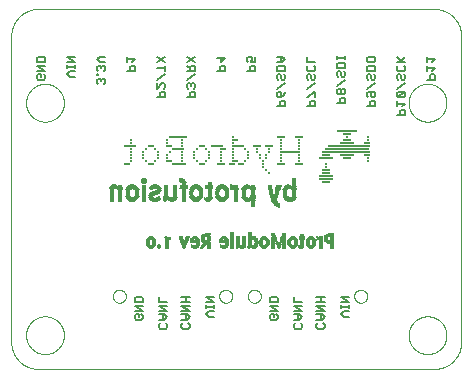
<source format=gbo>
G75*
%MOIN*%
%OFA0B0*%
%FSLAX25Y25*%
%IPPOS*%
%LPD*%
%AMOC8*
5,1,8,0,0,1.08239X$1,22.5*
%
%ADD10C,0.00000*%
%ADD11C,0.00500*%
%ADD12R,0.03000X0.01000*%
%ADD13R,0.05000X0.01000*%
%ADD14R,0.01000X0.01000*%
%ADD15R,0.02000X0.01000*%
%ADD16R,0.16000X0.01000*%
%ADD17R,0.07000X0.01000*%
%ADD18R,0.15000X0.01000*%
%ADD19R,0.04000X0.01000*%
%ADD20R,0.14000X0.01000*%
%ADD21R,0.06000X0.01000*%
%ADD22R,0.00140X0.00070*%
%ADD23R,0.00490X0.00070*%
%ADD24R,0.00700X0.00070*%
%ADD25R,0.01610X0.00070*%
%ADD26R,0.00910X0.00070*%
%ADD27R,0.01050X0.00070*%
%ADD28R,0.01610X0.00070*%
%ADD29R,0.01260X0.00070*%
%ADD30R,0.01400X0.00070*%
%ADD31R,0.01470X0.00070*%
%ADD32R,0.01680X0.00070*%
%ADD33R,0.01750X0.00070*%
%ADD34R,0.01820X0.00070*%
%ADD35R,0.01960X0.00070*%
%ADD36R,0.01960X0.00070*%
%ADD37R,0.02030X0.00070*%
%ADD38R,0.02170X0.00070*%
%ADD39R,0.02240X0.00070*%
%ADD40R,0.02240X0.00070*%
%ADD41R,0.02100X0.00070*%
%ADD42R,0.02030X0.00070*%
%ADD43R,0.01890X0.00070*%
%ADD44R,0.01750X0.00070*%
%ADD45R,0.01680X0.00070*%
%ADD46R,0.00770X0.00070*%
%ADD47R,0.01680X0.00070*%
%ADD48R,0.00210X0.00070*%
%ADD49R,0.01190X0.00070*%
%ADD50R,0.01330X0.00070*%
%ADD51R,0.01400X0.00070*%
%ADD52R,0.00420X0.00070*%
%ADD53R,0.01680X0.00070*%
%ADD54R,0.01540X0.00070*%
%ADD55R,0.01540X0.00070*%
%ADD56R,0.01610X0.00070*%
%ADD57R,0.00630X0.00070*%
%ADD58R,0.01820X0.00070*%
%ADD59R,0.02240X0.00070*%
%ADD60R,0.01610X0.00070*%
%ADD61R,0.01890X0.00070*%
%ADD62R,0.01890X0.00070*%
%ADD63R,0.00840X0.00070*%
%ADD64R,0.02170X0.00070*%
%ADD65R,0.01540X0.00070*%
%ADD66R,0.02590X0.00070*%
%ADD67R,0.01960X0.00070*%
%ADD68R,0.02310X0.00070*%
%ADD69R,0.02100X0.00070*%
%ADD70R,0.00910X0.00070*%
%ADD71R,0.02450X0.00070*%
%ADD72R,0.02310X0.00070*%
%ADD73R,0.02870X0.00070*%
%ADD74R,0.03780X0.00070*%
%ADD75R,0.02520X0.00070*%
%ADD76R,0.02520X0.00070*%
%ADD77R,0.02380X0.00070*%
%ADD78R,0.01050X0.00070*%
%ADD79R,0.02730X0.00070*%
%ADD80R,0.03080X0.00070*%
%ADD81R,0.03850X0.00070*%
%ADD82R,0.02310X0.00070*%
%ADD83R,0.02660X0.00070*%
%ADD84R,0.02590X0.00070*%
%ADD85R,0.01120X0.00070*%
%ADD86R,0.02940X0.00070*%
%ADD87R,0.03220X0.00070*%
%ADD88R,0.01820X0.00070*%
%ADD89R,0.03920X0.00070*%
%ADD90R,0.02870X0.00070*%
%ADD91R,0.02730X0.00070*%
%ADD92R,0.01260X0.00070*%
%ADD93R,0.03150X0.00070*%
%ADD94R,0.03430X0.00070*%
%ADD95R,0.01820X0.00070*%
%ADD96R,0.03990X0.00070*%
%ADD97R,0.03010X0.00070*%
%ADD98R,0.02310X0.00070*%
%ADD99R,0.02940X0.00070*%
%ADD100R,0.03360X0.00070*%
%ADD101R,0.03010X0.00070*%
%ADD102R,0.03640X0.00070*%
%ADD103R,0.04060X0.00070*%
%ADD104R,0.02380X0.00070*%
%ADD105R,0.04410X0.00070*%
%ADD106R,0.03500X0.00070*%
%ADD107R,0.03780X0.00070*%
%ADD108R,0.04130X0.00070*%
%ADD109R,0.03290X0.00070*%
%ADD110R,0.04550X0.00070*%
%ADD111R,0.03640X0.00070*%
%ADD112R,0.03290X0.00070*%
%ADD113R,0.03920X0.00070*%
%ADD114R,0.04200X0.00070*%
%ADD115R,0.02380X0.00070*%
%ADD116R,0.03710X0.00070*%
%ADD117R,0.03990X0.00070*%
%ADD118R,0.02030X0.00070*%
%ADD119R,0.04200X0.00070*%
%ADD120R,0.03570X0.00070*%
%ADD121R,0.02380X0.00070*%
%ADD122R,0.04620X0.00070*%
%ADD123R,0.03710X0.00070*%
%ADD124R,0.04060X0.00070*%
%ADD125R,0.04270X0.00070*%
%ADD126R,0.03640X0.00070*%
%ADD127R,0.02170X0.00070*%
%ADD128R,0.04340X0.00070*%
%ADD129R,0.03780X0.00070*%
%ADD130R,0.04480X0.00070*%
%ADD131R,0.03710X0.00070*%
%ADD132R,0.02170X0.00070*%
%ADD133R,0.04340X0.00070*%
%ADD134R,0.04410X0.00070*%
%ADD135R,0.04410X0.00070*%
%ADD136R,0.03920X0.00070*%
%ADD137R,0.04480X0.00070*%
%ADD138R,0.03710X0.00070*%
%ADD139R,0.03640X0.00070*%
%ADD140R,0.03990X0.00070*%
%ADD141R,0.04060X0.00070*%
%ADD142R,0.01330X0.00070*%
%ADD143R,0.00140X0.00070*%
%ADD144R,0.02240X0.00070*%
%ADD145R,0.02450X0.00070*%
%ADD146R,0.01960X0.00070*%
%ADD147R,0.02520X0.00070*%
%ADD148R,0.00560X0.00070*%
%ADD149R,0.00350X0.00070*%
%ADD150R,0.00140X0.00070*%
%ADD151R,0.01540X0.00070*%
%ADD152R,0.00070X0.00070*%
%ADD153R,0.02730X0.00070*%
%ADD154R,0.02870X0.00070*%
%ADD155R,0.01470X0.00070*%
%ADD156R,0.01470X0.00070*%
%ADD157R,0.02800X0.00070*%
%ADD158R,0.01470X0.00070*%
%ADD159R,0.03010X0.00070*%
%ADD160R,0.03080X0.00070*%
%ADD161R,0.02940X0.00070*%
%ADD162R,0.02870X0.00070*%
%ADD163R,0.02730X0.00070*%
%ADD164R,0.00280X0.00070*%
%ADD165R,0.00560X0.00070*%
%ADD166R,0.04480X0.00070*%
%ADD167R,0.01190X0.00070*%
%ADD168R,0.04480X0.00070*%
%ADD169R,0.03990X0.00070*%
%ADD170R,0.02800X0.00070*%
%ADD171R,0.03850X0.00070*%
%ADD172R,0.03920X0.00070*%
%ADD173R,0.04270X0.00070*%
%ADD174R,0.03570X0.00070*%
%ADD175R,0.03500X0.00070*%
%ADD176R,0.04340X0.00070*%
%ADD177R,0.04130X0.00070*%
%ADD178R,0.03430X0.00070*%
%ADD179R,0.03360X0.00070*%
%ADD180R,0.04340X0.00070*%
%ADD181R,0.03150X0.00070*%
%ADD182R,0.03360X0.00070*%
%ADD183R,0.03290X0.00070*%
%ADD184R,0.03010X0.00070*%
%ADD185R,0.02660X0.00070*%
%ADD186R,0.01120X0.00070*%
%ADD187R,0.00980X0.00070*%
%ADD188R,0.02030X0.00070*%
%ADD189R,0.00980X0.00070*%
%ADD190R,0.00630X0.00070*%
%ADD191R,0.01330X0.00070*%
%ADD192R,0.01120X0.00070*%
%ADD193R,0.00490X0.00070*%
%ADD194R,0.00280X0.00070*%
%ADD195R,0.00630X0.00070*%
%ADD196R,0.00840X0.00070*%
%ADD197R,0.00770X0.00070*%
%ADD198R,0.00360X0.00040*%
%ADD199R,0.00360X0.00040*%
%ADD200R,0.00400X0.00040*%
%ADD201R,0.00080X0.00040*%
%ADD202R,0.00480X0.00040*%
%ADD203R,0.00200X0.00040*%
%ADD204R,0.00840X0.00040*%
%ADD205R,0.00800X0.00040*%
%ADD206R,0.00840X0.00040*%
%ADD207R,0.00720X0.00040*%
%ADD208R,0.00560X0.00040*%
%ADD209R,0.00760X0.00040*%
%ADD210R,0.00240X0.00040*%
%ADD211R,0.00880X0.00040*%
%ADD212R,0.00520X0.00040*%
%ADD213R,0.01080X0.00040*%
%ADD214R,0.00960X0.00040*%
%ADD215R,0.01080X0.00040*%
%ADD216R,0.00960X0.00040*%
%ADD217R,0.00640X0.00040*%
%ADD218R,0.01000X0.00040*%
%ADD219R,0.00360X0.00040*%
%ADD220R,0.01120X0.00040*%
%ADD221R,0.00680X0.00040*%
%ADD222R,0.01280X0.00040*%
%ADD223R,0.01160X0.00040*%
%ADD224R,0.01280X0.00040*%
%ADD225R,0.00920X0.00040*%
%ADD226R,0.01240X0.00040*%
%ADD227R,0.00720X0.00040*%
%ADD228R,0.01200X0.00040*%
%ADD229R,0.00480X0.00040*%
%ADD230R,0.01320X0.00040*%
%ADD231R,0.01120X0.00040*%
%ADD232R,0.01360X0.00040*%
%ADD233R,0.01440X0.00040*%
%ADD234R,0.01440X0.00040*%
%ADD235R,0.01480X0.00040*%
%ADD236R,0.01360X0.00040*%
%ADD237R,0.01560X0.00040*%
%ADD238R,0.01520X0.00040*%
%ADD239R,0.01160X0.00040*%
%ADD240R,0.01120X0.00040*%
%ADD241R,0.01600X0.00040*%
%ADD242R,0.01480X0.00040*%
%ADD243R,0.00920X0.00040*%
%ADD244R,0.01560X0.00040*%
%ADD245R,0.01360X0.00040*%
%ADD246R,0.00800X0.00040*%
%ADD247R,0.01520X0.00040*%
%ADD248R,0.00640X0.00040*%
%ADD249R,0.01080X0.00040*%
%ADD250R,0.01680X0.00040*%
%ADD251R,0.01120X0.00040*%
%ADD252R,0.01040X0.00040*%
%ADD253R,0.01720X0.00040*%
%ADD254R,0.00880X0.00040*%
%ADD255R,0.01000X0.00040*%
%ADD256R,0.01560X0.00040*%
%ADD257R,0.01720X0.00040*%
%ADD258R,0.01600X0.00040*%
%ADD259R,0.01720X0.00040*%
%ADD260R,0.01480X0.00040*%
%ADD261R,0.01640X0.00040*%
%ADD262R,0.00680X0.00040*%
%ADD263R,0.01840X0.00040*%
%ADD264R,0.01040X0.00040*%
%ADD265R,0.01680X0.00040*%
%ADD266R,0.01840X0.00040*%
%ADD267R,0.01800X0.00040*%
%ADD268R,0.00920X0.00040*%
%ADD269R,0.01760X0.00040*%
%ADD270R,0.01960X0.00040*%
%ADD271R,0.01960X0.00040*%
%ADD272R,0.01760X0.00040*%
%ADD273R,0.01920X0.00040*%
%ADD274R,0.01920X0.00040*%
%ADD275R,0.02080X0.00040*%
%ADD276R,0.02080X0.00040*%
%ADD277R,0.02040X0.00040*%
%ADD278R,0.02040X0.00040*%
%ADD279R,0.02200X0.00040*%
%ADD280R,0.01160X0.00040*%
%ADD281R,0.02000X0.00040*%
%ADD282R,0.02120X0.00040*%
%ADD283R,0.01640X0.00040*%
%ADD284R,0.02120X0.00040*%
%ADD285R,0.01760X0.00040*%
%ADD286R,0.02040X0.00040*%
%ADD287R,0.00960X0.00040*%
%ADD288R,0.01080X0.00040*%
%ADD289R,0.02320X0.00040*%
%ADD290R,0.01160X0.00040*%
%ADD291R,0.01280X0.00040*%
%ADD292R,0.02080X0.00040*%
%ADD293R,0.01040X0.00040*%
%ADD294R,0.03080X0.00040*%
%ADD295R,0.02400X0.00040*%
%ADD296R,0.02160X0.00040*%
%ADD297R,0.02280X0.00040*%
%ADD298R,0.01680X0.00040*%
%ADD299R,0.02280X0.00040*%
%ADD300R,0.01880X0.00040*%
%ADD301R,0.03160X0.00040*%
%ADD302R,0.02520X0.00040*%
%ADD303R,0.02480X0.00040*%
%ADD304R,0.02360X0.00040*%
%ADD305R,0.02360X0.00040*%
%ADD306R,0.03040X0.00040*%
%ADD307R,0.03200X0.00040*%
%ADD308R,0.02560X0.00040*%
%ADD309R,0.02600X0.00040*%
%ADD310R,0.02240X0.00040*%
%ADD311R,0.02440X0.00040*%
%ADD312R,0.03080X0.00040*%
%ADD313R,0.03240X0.00040*%
%ADD314R,0.02320X0.00040*%
%ADD315R,0.02480X0.00040*%
%ADD316R,0.02480X0.00040*%
%ADD317R,0.01240X0.00040*%
%ADD318R,0.03160X0.00040*%
%ADD319R,0.03200X0.00040*%
%ADD320R,0.02640X0.00040*%
%ADD321R,0.01320X0.00040*%
%ADD322R,0.01200X0.00040*%
%ADD323R,0.02400X0.00040*%
%ADD324R,0.02520X0.00040*%
%ADD325R,0.01240X0.00040*%
%ADD326R,0.03160X0.00040*%
%ADD327R,0.02640X0.00040*%
%ADD328R,0.01320X0.00040*%
%ADD329R,0.02440X0.00040*%
%ADD330R,0.01640X0.00040*%
%ADD331R,0.02680X0.00040*%
%ADD332R,0.02640X0.00040*%
%ADD333R,0.02680X0.00040*%
%ADD334R,0.03120X0.00040*%
%ADD335R,0.02760X0.00040*%
%ADD336R,0.02760X0.00040*%
%ADD337R,0.01320X0.00040*%
%ADD338R,0.03080X0.00040*%
%ADD339R,0.03120X0.00040*%
%ADD340R,0.02680X0.00040*%
%ADD341R,0.02800X0.00040*%
%ADD342R,0.01400X0.00040*%
%ADD343R,0.02760X0.00040*%
%ADD344R,0.02840X0.00040*%
%ADD345R,0.02840X0.00040*%
%ADD346R,0.02720X0.00040*%
%ADD347R,0.00160X0.00040*%
%ADD348R,0.00040X0.00040*%
%ADD349R,0.01240X0.00040*%
%ADD350R,0.01440X0.00040*%
%ADD351R,0.00560X0.00040*%
%ADD352R,0.01280X0.00040*%
%ADD353R,0.00440X0.00040*%
%ADD354R,0.00400X0.00040*%
%ADD355R,0.01560X0.00040*%
%ADD356R,0.00320X0.00040*%
%ADD357R,0.00120X0.00040*%
%ADD358R,0.00600X0.00040*%
%ADD359R,0.01640X0.00040*%
%ADD360R,0.00040X0.00040*%
%ADD361R,0.00080X0.00040*%
%ADD362R,0.00440X0.00040*%
%ADD363R,0.01720X0.00040*%
%ADD364R,0.00920X0.00040*%
%ADD365R,0.01920X0.00040*%
%ADD366R,0.02240X0.00040*%
%ADD367R,0.00960X0.00040*%
%ADD368R,0.02320X0.00040*%
%ADD369R,0.03280X0.00040*%
%ADD370R,0.02600X0.00040*%
%ADD371R,0.03280X0.00040*%
%ADD372R,0.02720X0.00040*%
%ADD373R,0.02800X0.00040*%
%ADD374R,0.02880X0.00040*%
%ADD375R,0.02920X0.00040*%
%ADD376R,0.02880X0.00040*%
%ADD377R,0.02960X0.00040*%
%ADD378R,0.02920X0.00040*%
%ADD379R,0.03000X0.00040*%
%ADD380R,0.02960X0.00040*%
%ADD381R,0.03040X0.00040*%
%ADD382R,0.02000X0.00040*%
%ADD383R,0.00200X0.00040*%
%ADD384R,0.00440X0.00040*%
%ADD385R,0.01840X0.00040*%
%ADD386R,0.01040X0.00040*%
%ADD387R,0.01880X0.00040*%
%ADD388R,0.01880X0.00040*%
%ADD389R,0.02760X0.00040*%
%ADD390R,0.01960X0.00040*%
%ADD391R,0.02680X0.00040*%
%ADD392R,0.01880X0.00040*%
%ADD393R,0.01840X0.00040*%
%ADD394R,0.03040X0.00040*%
%ADD395R,0.02560X0.00040*%
%ADD396R,0.02480X0.00040*%
%ADD397R,0.01800X0.00040*%
%ADD398R,0.02440X0.00040*%
%ADD399R,0.02920X0.00040*%
%ADD400R,0.02120X0.00040*%
%ADD401R,0.02120X0.00040*%
%ADD402R,0.02040X0.00040*%
%ADD403R,0.02720X0.00040*%
%ADD404R,0.01520X0.00040*%
%ADD405R,0.00720X0.00040*%
%ADD406R,0.01400X0.00040*%
%ADD407R,0.00360X0.00040*%
%ADD408R,0.00760X0.00040*%
%ADD409R,0.00280X0.00040*%
%ADD410R,0.03120X0.00040*%
%ADD411R,0.03120X0.00040*%
%ADD412R,0.03040X0.00040*%
%ADD413R,0.01480X0.00040*%
%ADD414R,0.03000X0.00040*%
%ADD415R,0.02920X0.00040*%
%ADD416R,0.02880X0.00040*%
%ADD417R,0.01440X0.00040*%
%ADD418R,0.02840X0.00040*%
%ADD419R,0.02640X0.00040*%
%ADD420R,0.02200X0.00040*%
%ADD421R,0.02160X0.00040*%
D10*
X0014550Y0005550D02*
X0146550Y0005550D01*
X0146767Y0005553D01*
X0146985Y0005561D01*
X0147202Y0005574D01*
X0147419Y0005592D01*
X0147635Y0005616D01*
X0147850Y0005644D01*
X0148065Y0005678D01*
X0148279Y0005718D01*
X0148492Y0005762D01*
X0148704Y0005812D01*
X0148914Y0005866D01*
X0149124Y0005926D01*
X0149331Y0005990D01*
X0149537Y0006060D01*
X0149741Y0006135D01*
X0149944Y0006214D01*
X0150144Y0006299D01*
X0150343Y0006388D01*
X0150539Y0006482D01*
X0150733Y0006581D01*
X0150924Y0006684D01*
X0151113Y0006792D01*
X0151299Y0006905D01*
X0151482Y0007022D01*
X0151663Y0007143D01*
X0151840Y0007269D01*
X0152014Y0007399D01*
X0152186Y0007533D01*
X0152354Y0007671D01*
X0152518Y0007813D01*
X0152679Y0007960D01*
X0152837Y0008110D01*
X0152990Y0008263D01*
X0153140Y0008421D01*
X0153287Y0008582D01*
X0153429Y0008746D01*
X0153567Y0008914D01*
X0153701Y0009086D01*
X0153831Y0009260D01*
X0153957Y0009437D01*
X0154078Y0009618D01*
X0154195Y0009801D01*
X0154308Y0009987D01*
X0154416Y0010176D01*
X0154519Y0010367D01*
X0154618Y0010561D01*
X0154712Y0010757D01*
X0154801Y0010956D01*
X0154886Y0011156D01*
X0154965Y0011359D01*
X0155040Y0011563D01*
X0155110Y0011769D01*
X0155174Y0011976D01*
X0155234Y0012186D01*
X0155288Y0012396D01*
X0155338Y0012608D01*
X0155382Y0012821D01*
X0155422Y0013035D01*
X0155456Y0013250D01*
X0155484Y0013465D01*
X0155508Y0013681D01*
X0155526Y0013898D01*
X0155539Y0014115D01*
X0155547Y0014333D01*
X0155550Y0014550D01*
X0155550Y0116550D01*
X0155547Y0116767D01*
X0155539Y0116985D01*
X0155526Y0117202D01*
X0155508Y0117419D01*
X0155484Y0117635D01*
X0155456Y0117850D01*
X0155422Y0118065D01*
X0155382Y0118279D01*
X0155338Y0118492D01*
X0155288Y0118704D01*
X0155234Y0118914D01*
X0155174Y0119124D01*
X0155110Y0119331D01*
X0155040Y0119537D01*
X0154965Y0119741D01*
X0154886Y0119944D01*
X0154801Y0120144D01*
X0154712Y0120343D01*
X0154618Y0120539D01*
X0154519Y0120733D01*
X0154416Y0120924D01*
X0154308Y0121113D01*
X0154195Y0121299D01*
X0154078Y0121482D01*
X0153957Y0121663D01*
X0153831Y0121840D01*
X0153701Y0122014D01*
X0153567Y0122186D01*
X0153429Y0122354D01*
X0153287Y0122518D01*
X0153140Y0122679D01*
X0152990Y0122837D01*
X0152837Y0122990D01*
X0152679Y0123140D01*
X0152518Y0123287D01*
X0152354Y0123429D01*
X0152186Y0123567D01*
X0152014Y0123701D01*
X0151840Y0123831D01*
X0151663Y0123957D01*
X0151482Y0124078D01*
X0151299Y0124195D01*
X0151113Y0124308D01*
X0150924Y0124416D01*
X0150733Y0124519D01*
X0150539Y0124618D01*
X0150343Y0124712D01*
X0150144Y0124801D01*
X0149944Y0124886D01*
X0149741Y0124965D01*
X0149537Y0125040D01*
X0149331Y0125110D01*
X0149124Y0125174D01*
X0148914Y0125234D01*
X0148704Y0125288D01*
X0148492Y0125338D01*
X0148279Y0125382D01*
X0148065Y0125422D01*
X0147850Y0125456D01*
X0147635Y0125484D01*
X0147419Y0125508D01*
X0147202Y0125526D01*
X0146985Y0125539D01*
X0146767Y0125547D01*
X0146550Y0125550D01*
X0014550Y0125550D01*
X0014333Y0125547D01*
X0014115Y0125539D01*
X0013898Y0125526D01*
X0013681Y0125508D01*
X0013465Y0125484D01*
X0013250Y0125456D01*
X0013035Y0125422D01*
X0012821Y0125382D01*
X0012608Y0125338D01*
X0012396Y0125288D01*
X0012186Y0125234D01*
X0011976Y0125174D01*
X0011769Y0125110D01*
X0011563Y0125040D01*
X0011359Y0124965D01*
X0011156Y0124886D01*
X0010956Y0124801D01*
X0010757Y0124712D01*
X0010561Y0124618D01*
X0010367Y0124519D01*
X0010176Y0124416D01*
X0009987Y0124308D01*
X0009801Y0124195D01*
X0009618Y0124078D01*
X0009437Y0123957D01*
X0009260Y0123831D01*
X0009086Y0123701D01*
X0008914Y0123567D01*
X0008746Y0123429D01*
X0008582Y0123287D01*
X0008421Y0123140D01*
X0008263Y0122990D01*
X0008110Y0122837D01*
X0007960Y0122679D01*
X0007813Y0122518D01*
X0007671Y0122354D01*
X0007533Y0122186D01*
X0007399Y0122014D01*
X0007269Y0121840D01*
X0007143Y0121663D01*
X0007022Y0121482D01*
X0006905Y0121299D01*
X0006792Y0121113D01*
X0006684Y0120924D01*
X0006581Y0120733D01*
X0006482Y0120539D01*
X0006388Y0120343D01*
X0006299Y0120144D01*
X0006214Y0119944D01*
X0006135Y0119741D01*
X0006060Y0119537D01*
X0005990Y0119331D01*
X0005926Y0119124D01*
X0005866Y0118914D01*
X0005812Y0118704D01*
X0005762Y0118492D01*
X0005718Y0118279D01*
X0005678Y0118065D01*
X0005644Y0117850D01*
X0005616Y0117635D01*
X0005592Y0117419D01*
X0005574Y0117202D01*
X0005561Y0116985D01*
X0005553Y0116767D01*
X0005550Y0116550D01*
X0005550Y0014550D01*
X0005553Y0014333D01*
X0005561Y0014115D01*
X0005574Y0013898D01*
X0005592Y0013681D01*
X0005616Y0013465D01*
X0005644Y0013250D01*
X0005678Y0013035D01*
X0005718Y0012821D01*
X0005762Y0012608D01*
X0005812Y0012396D01*
X0005866Y0012186D01*
X0005926Y0011976D01*
X0005990Y0011769D01*
X0006060Y0011563D01*
X0006135Y0011359D01*
X0006214Y0011156D01*
X0006299Y0010956D01*
X0006388Y0010757D01*
X0006482Y0010561D01*
X0006581Y0010367D01*
X0006684Y0010176D01*
X0006792Y0009987D01*
X0006905Y0009801D01*
X0007022Y0009618D01*
X0007143Y0009437D01*
X0007269Y0009260D01*
X0007399Y0009086D01*
X0007533Y0008914D01*
X0007671Y0008746D01*
X0007813Y0008582D01*
X0007960Y0008421D01*
X0008110Y0008263D01*
X0008263Y0008110D01*
X0008421Y0007960D01*
X0008582Y0007813D01*
X0008746Y0007671D01*
X0008914Y0007533D01*
X0009086Y0007399D01*
X0009260Y0007269D01*
X0009437Y0007143D01*
X0009618Y0007022D01*
X0009801Y0006905D01*
X0009987Y0006792D01*
X0010176Y0006684D01*
X0010367Y0006581D01*
X0010561Y0006482D01*
X0010757Y0006388D01*
X0010956Y0006299D01*
X0011156Y0006214D01*
X0011359Y0006135D01*
X0011563Y0006060D01*
X0011769Y0005990D01*
X0011976Y0005926D01*
X0012186Y0005866D01*
X0012396Y0005812D01*
X0012608Y0005762D01*
X0012821Y0005718D01*
X0013035Y0005678D01*
X0013250Y0005644D01*
X0013465Y0005616D01*
X0013681Y0005592D01*
X0013898Y0005574D01*
X0014115Y0005561D01*
X0014333Y0005553D01*
X0014550Y0005550D01*
X0010501Y0016800D02*
X0010503Y0016958D01*
X0010509Y0017116D01*
X0010519Y0017274D01*
X0010533Y0017432D01*
X0010551Y0017589D01*
X0010572Y0017746D01*
X0010598Y0017902D01*
X0010628Y0018058D01*
X0010661Y0018213D01*
X0010699Y0018366D01*
X0010740Y0018519D01*
X0010785Y0018671D01*
X0010834Y0018822D01*
X0010887Y0018971D01*
X0010943Y0019119D01*
X0011003Y0019265D01*
X0011067Y0019410D01*
X0011135Y0019553D01*
X0011206Y0019695D01*
X0011280Y0019835D01*
X0011358Y0019972D01*
X0011440Y0020108D01*
X0011524Y0020242D01*
X0011613Y0020373D01*
X0011704Y0020502D01*
X0011799Y0020629D01*
X0011896Y0020754D01*
X0011997Y0020876D01*
X0012101Y0020995D01*
X0012208Y0021112D01*
X0012318Y0021226D01*
X0012431Y0021337D01*
X0012546Y0021446D01*
X0012664Y0021551D01*
X0012785Y0021653D01*
X0012908Y0021753D01*
X0013034Y0021849D01*
X0013162Y0021942D01*
X0013292Y0022032D01*
X0013425Y0022118D01*
X0013560Y0022202D01*
X0013696Y0022281D01*
X0013835Y0022358D01*
X0013976Y0022430D01*
X0014118Y0022500D01*
X0014262Y0022565D01*
X0014408Y0022627D01*
X0014555Y0022685D01*
X0014704Y0022740D01*
X0014854Y0022791D01*
X0015005Y0022838D01*
X0015157Y0022881D01*
X0015310Y0022920D01*
X0015465Y0022956D01*
X0015620Y0022987D01*
X0015776Y0023015D01*
X0015932Y0023039D01*
X0016089Y0023059D01*
X0016247Y0023075D01*
X0016404Y0023087D01*
X0016563Y0023095D01*
X0016721Y0023099D01*
X0016879Y0023099D01*
X0017037Y0023095D01*
X0017196Y0023087D01*
X0017353Y0023075D01*
X0017511Y0023059D01*
X0017668Y0023039D01*
X0017824Y0023015D01*
X0017980Y0022987D01*
X0018135Y0022956D01*
X0018290Y0022920D01*
X0018443Y0022881D01*
X0018595Y0022838D01*
X0018746Y0022791D01*
X0018896Y0022740D01*
X0019045Y0022685D01*
X0019192Y0022627D01*
X0019338Y0022565D01*
X0019482Y0022500D01*
X0019624Y0022430D01*
X0019765Y0022358D01*
X0019904Y0022281D01*
X0020040Y0022202D01*
X0020175Y0022118D01*
X0020308Y0022032D01*
X0020438Y0021942D01*
X0020566Y0021849D01*
X0020692Y0021753D01*
X0020815Y0021653D01*
X0020936Y0021551D01*
X0021054Y0021446D01*
X0021169Y0021337D01*
X0021282Y0021226D01*
X0021392Y0021112D01*
X0021499Y0020995D01*
X0021603Y0020876D01*
X0021704Y0020754D01*
X0021801Y0020629D01*
X0021896Y0020502D01*
X0021987Y0020373D01*
X0022076Y0020242D01*
X0022160Y0020108D01*
X0022242Y0019972D01*
X0022320Y0019835D01*
X0022394Y0019695D01*
X0022465Y0019553D01*
X0022533Y0019410D01*
X0022597Y0019265D01*
X0022657Y0019119D01*
X0022713Y0018971D01*
X0022766Y0018822D01*
X0022815Y0018671D01*
X0022860Y0018519D01*
X0022901Y0018366D01*
X0022939Y0018213D01*
X0022972Y0018058D01*
X0023002Y0017902D01*
X0023028Y0017746D01*
X0023049Y0017589D01*
X0023067Y0017432D01*
X0023081Y0017274D01*
X0023091Y0017116D01*
X0023097Y0016958D01*
X0023099Y0016800D01*
X0023097Y0016642D01*
X0023091Y0016484D01*
X0023081Y0016326D01*
X0023067Y0016168D01*
X0023049Y0016011D01*
X0023028Y0015854D01*
X0023002Y0015698D01*
X0022972Y0015542D01*
X0022939Y0015387D01*
X0022901Y0015234D01*
X0022860Y0015081D01*
X0022815Y0014929D01*
X0022766Y0014778D01*
X0022713Y0014629D01*
X0022657Y0014481D01*
X0022597Y0014335D01*
X0022533Y0014190D01*
X0022465Y0014047D01*
X0022394Y0013905D01*
X0022320Y0013765D01*
X0022242Y0013628D01*
X0022160Y0013492D01*
X0022076Y0013358D01*
X0021987Y0013227D01*
X0021896Y0013098D01*
X0021801Y0012971D01*
X0021704Y0012846D01*
X0021603Y0012724D01*
X0021499Y0012605D01*
X0021392Y0012488D01*
X0021282Y0012374D01*
X0021169Y0012263D01*
X0021054Y0012154D01*
X0020936Y0012049D01*
X0020815Y0011947D01*
X0020692Y0011847D01*
X0020566Y0011751D01*
X0020438Y0011658D01*
X0020308Y0011568D01*
X0020175Y0011482D01*
X0020040Y0011398D01*
X0019904Y0011319D01*
X0019765Y0011242D01*
X0019624Y0011170D01*
X0019482Y0011100D01*
X0019338Y0011035D01*
X0019192Y0010973D01*
X0019045Y0010915D01*
X0018896Y0010860D01*
X0018746Y0010809D01*
X0018595Y0010762D01*
X0018443Y0010719D01*
X0018290Y0010680D01*
X0018135Y0010644D01*
X0017980Y0010613D01*
X0017824Y0010585D01*
X0017668Y0010561D01*
X0017511Y0010541D01*
X0017353Y0010525D01*
X0017196Y0010513D01*
X0017037Y0010505D01*
X0016879Y0010501D01*
X0016721Y0010501D01*
X0016563Y0010505D01*
X0016404Y0010513D01*
X0016247Y0010525D01*
X0016089Y0010541D01*
X0015932Y0010561D01*
X0015776Y0010585D01*
X0015620Y0010613D01*
X0015465Y0010644D01*
X0015310Y0010680D01*
X0015157Y0010719D01*
X0015005Y0010762D01*
X0014854Y0010809D01*
X0014704Y0010860D01*
X0014555Y0010915D01*
X0014408Y0010973D01*
X0014262Y0011035D01*
X0014118Y0011100D01*
X0013976Y0011170D01*
X0013835Y0011242D01*
X0013696Y0011319D01*
X0013560Y0011398D01*
X0013425Y0011482D01*
X0013292Y0011568D01*
X0013162Y0011658D01*
X0013034Y0011751D01*
X0012908Y0011847D01*
X0012785Y0011947D01*
X0012664Y0012049D01*
X0012546Y0012154D01*
X0012431Y0012263D01*
X0012318Y0012374D01*
X0012208Y0012488D01*
X0012101Y0012605D01*
X0011997Y0012724D01*
X0011896Y0012846D01*
X0011799Y0012971D01*
X0011704Y0013098D01*
X0011613Y0013227D01*
X0011524Y0013358D01*
X0011440Y0013492D01*
X0011358Y0013628D01*
X0011280Y0013765D01*
X0011206Y0013905D01*
X0011135Y0014047D01*
X0011067Y0014190D01*
X0011003Y0014335D01*
X0010943Y0014481D01*
X0010887Y0014629D01*
X0010834Y0014778D01*
X0010785Y0014929D01*
X0010740Y0015081D01*
X0010699Y0015234D01*
X0010661Y0015387D01*
X0010628Y0015542D01*
X0010598Y0015698D01*
X0010572Y0015854D01*
X0010551Y0016011D01*
X0010533Y0016168D01*
X0010519Y0016326D01*
X0010509Y0016484D01*
X0010503Y0016642D01*
X0010501Y0016800D01*
X0039418Y0029782D02*
X0039420Y0029875D01*
X0039426Y0029967D01*
X0039436Y0030059D01*
X0039450Y0030150D01*
X0039467Y0030241D01*
X0039489Y0030331D01*
X0039514Y0030420D01*
X0039543Y0030508D01*
X0039576Y0030594D01*
X0039613Y0030679D01*
X0039653Y0030763D01*
X0039697Y0030844D01*
X0039744Y0030924D01*
X0039794Y0031002D01*
X0039848Y0031077D01*
X0039905Y0031150D01*
X0039965Y0031220D01*
X0040028Y0031288D01*
X0040094Y0031353D01*
X0040162Y0031415D01*
X0040233Y0031475D01*
X0040307Y0031531D01*
X0040383Y0031584D01*
X0040461Y0031633D01*
X0040541Y0031680D01*
X0040623Y0031722D01*
X0040707Y0031762D01*
X0040792Y0031797D01*
X0040879Y0031829D01*
X0040967Y0031858D01*
X0041056Y0031882D01*
X0041146Y0031903D01*
X0041237Y0031919D01*
X0041329Y0031932D01*
X0041421Y0031941D01*
X0041514Y0031946D01*
X0041606Y0031947D01*
X0041699Y0031944D01*
X0041791Y0031937D01*
X0041883Y0031926D01*
X0041974Y0031911D01*
X0042065Y0031893D01*
X0042155Y0031870D01*
X0042243Y0031844D01*
X0042331Y0031814D01*
X0042417Y0031780D01*
X0042501Y0031743D01*
X0042584Y0031701D01*
X0042665Y0031657D01*
X0042745Y0031609D01*
X0042822Y0031558D01*
X0042896Y0031503D01*
X0042969Y0031445D01*
X0043039Y0031385D01*
X0043106Y0031321D01*
X0043170Y0031255D01*
X0043232Y0031185D01*
X0043290Y0031114D01*
X0043345Y0031040D01*
X0043397Y0030963D01*
X0043446Y0030884D01*
X0043492Y0030804D01*
X0043534Y0030721D01*
X0043572Y0030637D01*
X0043607Y0030551D01*
X0043638Y0030464D01*
X0043665Y0030376D01*
X0043688Y0030286D01*
X0043708Y0030196D01*
X0043724Y0030105D01*
X0043736Y0030013D01*
X0043744Y0029921D01*
X0043748Y0029828D01*
X0043748Y0029736D01*
X0043744Y0029643D01*
X0043736Y0029551D01*
X0043724Y0029459D01*
X0043708Y0029368D01*
X0043688Y0029278D01*
X0043665Y0029188D01*
X0043638Y0029100D01*
X0043607Y0029013D01*
X0043572Y0028927D01*
X0043534Y0028843D01*
X0043492Y0028760D01*
X0043446Y0028680D01*
X0043397Y0028601D01*
X0043345Y0028524D01*
X0043290Y0028450D01*
X0043232Y0028379D01*
X0043170Y0028309D01*
X0043106Y0028243D01*
X0043039Y0028179D01*
X0042969Y0028119D01*
X0042896Y0028061D01*
X0042822Y0028006D01*
X0042745Y0027955D01*
X0042666Y0027907D01*
X0042584Y0027863D01*
X0042501Y0027821D01*
X0042417Y0027784D01*
X0042331Y0027750D01*
X0042243Y0027720D01*
X0042155Y0027694D01*
X0042065Y0027671D01*
X0041974Y0027653D01*
X0041883Y0027638D01*
X0041791Y0027627D01*
X0041699Y0027620D01*
X0041606Y0027617D01*
X0041514Y0027618D01*
X0041421Y0027623D01*
X0041329Y0027632D01*
X0041237Y0027645D01*
X0041146Y0027661D01*
X0041056Y0027682D01*
X0040967Y0027706D01*
X0040879Y0027735D01*
X0040792Y0027767D01*
X0040707Y0027802D01*
X0040623Y0027842D01*
X0040541Y0027884D01*
X0040461Y0027931D01*
X0040383Y0027980D01*
X0040307Y0028033D01*
X0040233Y0028089D01*
X0040162Y0028149D01*
X0040094Y0028211D01*
X0040028Y0028276D01*
X0039965Y0028344D01*
X0039905Y0028414D01*
X0039848Y0028487D01*
X0039794Y0028562D01*
X0039744Y0028640D01*
X0039697Y0028720D01*
X0039653Y0028801D01*
X0039613Y0028885D01*
X0039576Y0028970D01*
X0039543Y0029056D01*
X0039514Y0029144D01*
X0039489Y0029233D01*
X0039467Y0029323D01*
X0039450Y0029414D01*
X0039436Y0029505D01*
X0039426Y0029597D01*
X0039420Y0029689D01*
X0039418Y0029782D01*
X0074852Y0029782D02*
X0074854Y0029875D01*
X0074860Y0029967D01*
X0074870Y0030059D01*
X0074884Y0030150D01*
X0074901Y0030241D01*
X0074923Y0030331D01*
X0074948Y0030420D01*
X0074977Y0030508D01*
X0075010Y0030594D01*
X0075047Y0030679D01*
X0075087Y0030763D01*
X0075131Y0030844D01*
X0075178Y0030924D01*
X0075228Y0031002D01*
X0075282Y0031077D01*
X0075339Y0031150D01*
X0075399Y0031220D01*
X0075462Y0031288D01*
X0075528Y0031353D01*
X0075596Y0031415D01*
X0075667Y0031475D01*
X0075741Y0031531D01*
X0075817Y0031584D01*
X0075895Y0031633D01*
X0075975Y0031680D01*
X0076057Y0031722D01*
X0076141Y0031762D01*
X0076226Y0031797D01*
X0076313Y0031829D01*
X0076401Y0031858D01*
X0076490Y0031882D01*
X0076580Y0031903D01*
X0076671Y0031919D01*
X0076763Y0031932D01*
X0076855Y0031941D01*
X0076948Y0031946D01*
X0077040Y0031947D01*
X0077133Y0031944D01*
X0077225Y0031937D01*
X0077317Y0031926D01*
X0077408Y0031911D01*
X0077499Y0031893D01*
X0077589Y0031870D01*
X0077677Y0031844D01*
X0077765Y0031814D01*
X0077851Y0031780D01*
X0077935Y0031743D01*
X0078018Y0031701D01*
X0078099Y0031657D01*
X0078179Y0031609D01*
X0078256Y0031558D01*
X0078330Y0031503D01*
X0078403Y0031445D01*
X0078473Y0031385D01*
X0078540Y0031321D01*
X0078604Y0031255D01*
X0078666Y0031185D01*
X0078724Y0031114D01*
X0078779Y0031040D01*
X0078831Y0030963D01*
X0078880Y0030884D01*
X0078926Y0030804D01*
X0078968Y0030721D01*
X0079006Y0030637D01*
X0079041Y0030551D01*
X0079072Y0030464D01*
X0079099Y0030376D01*
X0079122Y0030286D01*
X0079142Y0030196D01*
X0079158Y0030105D01*
X0079170Y0030013D01*
X0079178Y0029921D01*
X0079182Y0029828D01*
X0079182Y0029736D01*
X0079178Y0029643D01*
X0079170Y0029551D01*
X0079158Y0029459D01*
X0079142Y0029368D01*
X0079122Y0029278D01*
X0079099Y0029188D01*
X0079072Y0029100D01*
X0079041Y0029013D01*
X0079006Y0028927D01*
X0078968Y0028843D01*
X0078926Y0028760D01*
X0078880Y0028680D01*
X0078831Y0028601D01*
X0078779Y0028524D01*
X0078724Y0028450D01*
X0078666Y0028379D01*
X0078604Y0028309D01*
X0078540Y0028243D01*
X0078473Y0028179D01*
X0078403Y0028119D01*
X0078330Y0028061D01*
X0078256Y0028006D01*
X0078179Y0027955D01*
X0078100Y0027907D01*
X0078018Y0027863D01*
X0077935Y0027821D01*
X0077851Y0027784D01*
X0077765Y0027750D01*
X0077677Y0027720D01*
X0077589Y0027694D01*
X0077499Y0027671D01*
X0077408Y0027653D01*
X0077317Y0027638D01*
X0077225Y0027627D01*
X0077133Y0027620D01*
X0077040Y0027617D01*
X0076948Y0027618D01*
X0076855Y0027623D01*
X0076763Y0027632D01*
X0076671Y0027645D01*
X0076580Y0027661D01*
X0076490Y0027682D01*
X0076401Y0027706D01*
X0076313Y0027735D01*
X0076226Y0027767D01*
X0076141Y0027802D01*
X0076057Y0027842D01*
X0075975Y0027884D01*
X0075895Y0027931D01*
X0075817Y0027980D01*
X0075741Y0028033D01*
X0075667Y0028089D01*
X0075596Y0028149D01*
X0075528Y0028211D01*
X0075462Y0028276D01*
X0075399Y0028344D01*
X0075339Y0028414D01*
X0075282Y0028487D01*
X0075228Y0028562D01*
X0075178Y0028640D01*
X0075131Y0028720D01*
X0075087Y0028801D01*
X0075047Y0028885D01*
X0075010Y0028970D01*
X0074977Y0029056D01*
X0074948Y0029144D01*
X0074923Y0029233D01*
X0074901Y0029323D01*
X0074884Y0029414D01*
X0074870Y0029505D01*
X0074860Y0029597D01*
X0074854Y0029689D01*
X0074852Y0029782D01*
X0084418Y0029782D02*
X0084420Y0029875D01*
X0084426Y0029967D01*
X0084436Y0030059D01*
X0084450Y0030150D01*
X0084467Y0030241D01*
X0084489Y0030331D01*
X0084514Y0030420D01*
X0084543Y0030508D01*
X0084576Y0030594D01*
X0084613Y0030679D01*
X0084653Y0030763D01*
X0084697Y0030844D01*
X0084744Y0030924D01*
X0084794Y0031002D01*
X0084848Y0031077D01*
X0084905Y0031150D01*
X0084965Y0031220D01*
X0085028Y0031288D01*
X0085094Y0031353D01*
X0085162Y0031415D01*
X0085233Y0031475D01*
X0085307Y0031531D01*
X0085383Y0031584D01*
X0085461Y0031633D01*
X0085541Y0031680D01*
X0085623Y0031722D01*
X0085707Y0031762D01*
X0085792Y0031797D01*
X0085879Y0031829D01*
X0085967Y0031858D01*
X0086056Y0031882D01*
X0086146Y0031903D01*
X0086237Y0031919D01*
X0086329Y0031932D01*
X0086421Y0031941D01*
X0086514Y0031946D01*
X0086606Y0031947D01*
X0086699Y0031944D01*
X0086791Y0031937D01*
X0086883Y0031926D01*
X0086974Y0031911D01*
X0087065Y0031893D01*
X0087155Y0031870D01*
X0087243Y0031844D01*
X0087331Y0031814D01*
X0087417Y0031780D01*
X0087501Y0031743D01*
X0087584Y0031701D01*
X0087665Y0031657D01*
X0087745Y0031609D01*
X0087822Y0031558D01*
X0087896Y0031503D01*
X0087969Y0031445D01*
X0088039Y0031385D01*
X0088106Y0031321D01*
X0088170Y0031255D01*
X0088232Y0031185D01*
X0088290Y0031114D01*
X0088345Y0031040D01*
X0088397Y0030963D01*
X0088446Y0030884D01*
X0088492Y0030804D01*
X0088534Y0030721D01*
X0088572Y0030637D01*
X0088607Y0030551D01*
X0088638Y0030464D01*
X0088665Y0030376D01*
X0088688Y0030286D01*
X0088708Y0030196D01*
X0088724Y0030105D01*
X0088736Y0030013D01*
X0088744Y0029921D01*
X0088748Y0029828D01*
X0088748Y0029736D01*
X0088744Y0029643D01*
X0088736Y0029551D01*
X0088724Y0029459D01*
X0088708Y0029368D01*
X0088688Y0029278D01*
X0088665Y0029188D01*
X0088638Y0029100D01*
X0088607Y0029013D01*
X0088572Y0028927D01*
X0088534Y0028843D01*
X0088492Y0028760D01*
X0088446Y0028680D01*
X0088397Y0028601D01*
X0088345Y0028524D01*
X0088290Y0028450D01*
X0088232Y0028379D01*
X0088170Y0028309D01*
X0088106Y0028243D01*
X0088039Y0028179D01*
X0087969Y0028119D01*
X0087896Y0028061D01*
X0087822Y0028006D01*
X0087745Y0027955D01*
X0087666Y0027907D01*
X0087584Y0027863D01*
X0087501Y0027821D01*
X0087417Y0027784D01*
X0087331Y0027750D01*
X0087243Y0027720D01*
X0087155Y0027694D01*
X0087065Y0027671D01*
X0086974Y0027653D01*
X0086883Y0027638D01*
X0086791Y0027627D01*
X0086699Y0027620D01*
X0086606Y0027617D01*
X0086514Y0027618D01*
X0086421Y0027623D01*
X0086329Y0027632D01*
X0086237Y0027645D01*
X0086146Y0027661D01*
X0086056Y0027682D01*
X0085967Y0027706D01*
X0085879Y0027735D01*
X0085792Y0027767D01*
X0085707Y0027802D01*
X0085623Y0027842D01*
X0085541Y0027884D01*
X0085461Y0027931D01*
X0085383Y0027980D01*
X0085307Y0028033D01*
X0085233Y0028089D01*
X0085162Y0028149D01*
X0085094Y0028211D01*
X0085028Y0028276D01*
X0084965Y0028344D01*
X0084905Y0028414D01*
X0084848Y0028487D01*
X0084794Y0028562D01*
X0084744Y0028640D01*
X0084697Y0028720D01*
X0084653Y0028801D01*
X0084613Y0028885D01*
X0084576Y0028970D01*
X0084543Y0029056D01*
X0084514Y0029144D01*
X0084489Y0029233D01*
X0084467Y0029323D01*
X0084450Y0029414D01*
X0084436Y0029505D01*
X0084426Y0029597D01*
X0084420Y0029689D01*
X0084418Y0029782D01*
X0119852Y0029782D02*
X0119854Y0029875D01*
X0119860Y0029967D01*
X0119870Y0030059D01*
X0119884Y0030150D01*
X0119901Y0030241D01*
X0119923Y0030331D01*
X0119948Y0030420D01*
X0119977Y0030508D01*
X0120010Y0030594D01*
X0120047Y0030679D01*
X0120087Y0030763D01*
X0120131Y0030844D01*
X0120178Y0030924D01*
X0120228Y0031002D01*
X0120282Y0031077D01*
X0120339Y0031150D01*
X0120399Y0031220D01*
X0120462Y0031288D01*
X0120528Y0031353D01*
X0120596Y0031415D01*
X0120667Y0031475D01*
X0120741Y0031531D01*
X0120817Y0031584D01*
X0120895Y0031633D01*
X0120975Y0031680D01*
X0121057Y0031722D01*
X0121141Y0031762D01*
X0121226Y0031797D01*
X0121313Y0031829D01*
X0121401Y0031858D01*
X0121490Y0031882D01*
X0121580Y0031903D01*
X0121671Y0031919D01*
X0121763Y0031932D01*
X0121855Y0031941D01*
X0121948Y0031946D01*
X0122040Y0031947D01*
X0122133Y0031944D01*
X0122225Y0031937D01*
X0122317Y0031926D01*
X0122408Y0031911D01*
X0122499Y0031893D01*
X0122589Y0031870D01*
X0122677Y0031844D01*
X0122765Y0031814D01*
X0122851Y0031780D01*
X0122935Y0031743D01*
X0123018Y0031701D01*
X0123099Y0031657D01*
X0123179Y0031609D01*
X0123256Y0031558D01*
X0123330Y0031503D01*
X0123403Y0031445D01*
X0123473Y0031385D01*
X0123540Y0031321D01*
X0123604Y0031255D01*
X0123666Y0031185D01*
X0123724Y0031114D01*
X0123779Y0031040D01*
X0123831Y0030963D01*
X0123880Y0030884D01*
X0123926Y0030804D01*
X0123968Y0030721D01*
X0124006Y0030637D01*
X0124041Y0030551D01*
X0124072Y0030464D01*
X0124099Y0030376D01*
X0124122Y0030286D01*
X0124142Y0030196D01*
X0124158Y0030105D01*
X0124170Y0030013D01*
X0124178Y0029921D01*
X0124182Y0029828D01*
X0124182Y0029736D01*
X0124178Y0029643D01*
X0124170Y0029551D01*
X0124158Y0029459D01*
X0124142Y0029368D01*
X0124122Y0029278D01*
X0124099Y0029188D01*
X0124072Y0029100D01*
X0124041Y0029013D01*
X0124006Y0028927D01*
X0123968Y0028843D01*
X0123926Y0028760D01*
X0123880Y0028680D01*
X0123831Y0028601D01*
X0123779Y0028524D01*
X0123724Y0028450D01*
X0123666Y0028379D01*
X0123604Y0028309D01*
X0123540Y0028243D01*
X0123473Y0028179D01*
X0123403Y0028119D01*
X0123330Y0028061D01*
X0123256Y0028006D01*
X0123179Y0027955D01*
X0123100Y0027907D01*
X0123018Y0027863D01*
X0122935Y0027821D01*
X0122851Y0027784D01*
X0122765Y0027750D01*
X0122677Y0027720D01*
X0122589Y0027694D01*
X0122499Y0027671D01*
X0122408Y0027653D01*
X0122317Y0027638D01*
X0122225Y0027627D01*
X0122133Y0027620D01*
X0122040Y0027617D01*
X0121948Y0027618D01*
X0121855Y0027623D01*
X0121763Y0027632D01*
X0121671Y0027645D01*
X0121580Y0027661D01*
X0121490Y0027682D01*
X0121401Y0027706D01*
X0121313Y0027735D01*
X0121226Y0027767D01*
X0121141Y0027802D01*
X0121057Y0027842D01*
X0120975Y0027884D01*
X0120895Y0027931D01*
X0120817Y0027980D01*
X0120741Y0028033D01*
X0120667Y0028089D01*
X0120596Y0028149D01*
X0120528Y0028211D01*
X0120462Y0028276D01*
X0120399Y0028344D01*
X0120339Y0028414D01*
X0120282Y0028487D01*
X0120228Y0028562D01*
X0120178Y0028640D01*
X0120131Y0028720D01*
X0120087Y0028801D01*
X0120047Y0028885D01*
X0120010Y0028970D01*
X0119977Y0029056D01*
X0119948Y0029144D01*
X0119923Y0029233D01*
X0119901Y0029323D01*
X0119884Y0029414D01*
X0119870Y0029505D01*
X0119860Y0029597D01*
X0119854Y0029689D01*
X0119852Y0029782D01*
X0138001Y0016800D02*
X0138003Y0016958D01*
X0138009Y0017116D01*
X0138019Y0017274D01*
X0138033Y0017432D01*
X0138051Y0017589D01*
X0138072Y0017746D01*
X0138098Y0017902D01*
X0138128Y0018058D01*
X0138161Y0018213D01*
X0138199Y0018366D01*
X0138240Y0018519D01*
X0138285Y0018671D01*
X0138334Y0018822D01*
X0138387Y0018971D01*
X0138443Y0019119D01*
X0138503Y0019265D01*
X0138567Y0019410D01*
X0138635Y0019553D01*
X0138706Y0019695D01*
X0138780Y0019835D01*
X0138858Y0019972D01*
X0138940Y0020108D01*
X0139024Y0020242D01*
X0139113Y0020373D01*
X0139204Y0020502D01*
X0139299Y0020629D01*
X0139396Y0020754D01*
X0139497Y0020876D01*
X0139601Y0020995D01*
X0139708Y0021112D01*
X0139818Y0021226D01*
X0139931Y0021337D01*
X0140046Y0021446D01*
X0140164Y0021551D01*
X0140285Y0021653D01*
X0140408Y0021753D01*
X0140534Y0021849D01*
X0140662Y0021942D01*
X0140792Y0022032D01*
X0140925Y0022118D01*
X0141060Y0022202D01*
X0141196Y0022281D01*
X0141335Y0022358D01*
X0141476Y0022430D01*
X0141618Y0022500D01*
X0141762Y0022565D01*
X0141908Y0022627D01*
X0142055Y0022685D01*
X0142204Y0022740D01*
X0142354Y0022791D01*
X0142505Y0022838D01*
X0142657Y0022881D01*
X0142810Y0022920D01*
X0142965Y0022956D01*
X0143120Y0022987D01*
X0143276Y0023015D01*
X0143432Y0023039D01*
X0143589Y0023059D01*
X0143747Y0023075D01*
X0143904Y0023087D01*
X0144063Y0023095D01*
X0144221Y0023099D01*
X0144379Y0023099D01*
X0144537Y0023095D01*
X0144696Y0023087D01*
X0144853Y0023075D01*
X0145011Y0023059D01*
X0145168Y0023039D01*
X0145324Y0023015D01*
X0145480Y0022987D01*
X0145635Y0022956D01*
X0145790Y0022920D01*
X0145943Y0022881D01*
X0146095Y0022838D01*
X0146246Y0022791D01*
X0146396Y0022740D01*
X0146545Y0022685D01*
X0146692Y0022627D01*
X0146838Y0022565D01*
X0146982Y0022500D01*
X0147124Y0022430D01*
X0147265Y0022358D01*
X0147404Y0022281D01*
X0147540Y0022202D01*
X0147675Y0022118D01*
X0147808Y0022032D01*
X0147938Y0021942D01*
X0148066Y0021849D01*
X0148192Y0021753D01*
X0148315Y0021653D01*
X0148436Y0021551D01*
X0148554Y0021446D01*
X0148669Y0021337D01*
X0148782Y0021226D01*
X0148892Y0021112D01*
X0148999Y0020995D01*
X0149103Y0020876D01*
X0149204Y0020754D01*
X0149301Y0020629D01*
X0149396Y0020502D01*
X0149487Y0020373D01*
X0149576Y0020242D01*
X0149660Y0020108D01*
X0149742Y0019972D01*
X0149820Y0019835D01*
X0149894Y0019695D01*
X0149965Y0019553D01*
X0150033Y0019410D01*
X0150097Y0019265D01*
X0150157Y0019119D01*
X0150213Y0018971D01*
X0150266Y0018822D01*
X0150315Y0018671D01*
X0150360Y0018519D01*
X0150401Y0018366D01*
X0150439Y0018213D01*
X0150472Y0018058D01*
X0150502Y0017902D01*
X0150528Y0017746D01*
X0150549Y0017589D01*
X0150567Y0017432D01*
X0150581Y0017274D01*
X0150591Y0017116D01*
X0150597Y0016958D01*
X0150599Y0016800D01*
X0150597Y0016642D01*
X0150591Y0016484D01*
X0150581Y0016326D01*
X0150567Y0016168D01*
X0150549Y0016011D01*
X0150528Y0015854D01*
X0150502Y0015698D01*
X0150472Y0015542D01*
X0150439Y0015387D01*
X0150401Y0015234D01*
X0150360Y0015081D01*
X0150315Y0014929D01*
X0150266Y0014778D01*
X0150213Y0014629D01*
X0150157Y0014481D01*
X0150097Y0014335D01*
X0150033Y0014190D01*
X0149965Y0014047D01*
X0149894Y0013905D01*
X0149820Y0013765D01*
X0149742Y0013628D01*
X0149660Y0013492D01*
X0149576Y0013358D01*
X0149487Y0013227D01*
X0149396Y0013098D01*
X0149301Y0012971D01*
X0149204Y0012846D01*
X0149103Y0012724D01*
X0148999Y0012605D01*
X0148892Y0012488D01*
X0148782Y0012374D01*
X0148669Y0012263D01*
X0148554Y0012154D01*
X0148436Y0012049D01*
X0148315Y0011947D01*
X0148192Y0011847D01*
X0148066Y0011751D01*
X0147938Y0011658D01*
X0147808Y0011568D01*
X0147675Y0011482D01*
X0147540Y0011398D01*
X0147404Y0011319D01*
X0147265Y0011242D01*
X0147124Y0011170D01*
X0146982Y0011100D01*
X0146838Y0011035D01*
X0146692Y0010973D01*
X0146545Y0010915D01*
X0146396Y0010860D01*
X0146246Y0010809D01*
X0146095Y0010762D01*
X0145943Y0010719D01*
X0145790Y0010680D01*
X0145635Y0010644D01*
X0145480Y0010613D01*
X0145324Y0010585D01*
X0145168Y0010561D01*
X0145011Y0010541D01*
X0144853Y0010525D01*
X0144696Y0010513D01*
X0144537Y0010505D01*
X0144379Y0010501D01*
X0144221Y0010501D01*
X0144063Y0010505D01*
X0143904Y0010513D01*
X0143747Y0010525D01*
X0143589Y0010541D01*
X0143432Y0010561D01*
X0143276Y0010585D01*
X0143120Y0010613D01*
X0142965Y0010644D01*
X0142810Y0010680D01*
X0142657Y0010719D01*
X0142505Y0010762D01*
X0142354Y0010809D01*
X0142204Y0010860D01*
X0142055Y0010915D01*
X0141908Y0010973D01*
X0141762Y0011035D01*
X0141618Y0011100D01*
X0141476Y0011170D01*
X0141335Y0011242D01*
X0141196Y0011319D01*
X0141060Y0011398D01*
X0140925Y0011482D01*
X0140792Y0011568D01*
X0140662Y0011658D01*
X0140534Y0011751D01*
X0140408Y0011847D01*
X0140285Y0011947D01*
X0140164Y0012049D01*
X0140046Y0012154D01*
X0139931Y0012263D01*
X0139818Y0012374D01*
X0139708Y0012488D01*
X0139601Y0012605D01*
X0139497Y0012724D01*
X0139396Y0012846D01*
X0139299Y0012971D01*
X0139204Y0013098D01*
X0139113Y0013227D01*
X0139024Y0013358D01*
X0138940Y0013492D01*
X0138858Y0013628D01*
X0138780Y0013765D01*
X0138706Y0013905D01*
X0138635Y0014047D01*
X0138567Y0014190D01*
X0138503Y0014335D01*
X0138443Y0014481D01*
X0138387Y0014629D01*
X0138334Y0014778D01*
X0138285Y0014929D01*
X0138240Y0015081D01*
X0138199Y0015234D01*
X0138161Y0015387D01*
X0138128Y0015542D01*
X0138098Y0015698D01*
X0138072Y0015854D01*
X0138051Y0016011D01*
X0138033Y0016168D01*
X0138019Y0016326D01*
X0138009Y0016484D01*
X0138003Y0016642D01*
X0138001Y0016800D01*
X0138001Y0094300D02*
X0138003Y0094458D01*
X0138009Y0094616D01*
X0138019Y0094774D01*
X0138033Y0094932D01*
X0138051Y0095089D01*
X0138072Y0095246D01*
X0138098Y0095402D01*
X0138128Y0095558D01*
X0138161Y0095713D01*
X0138199Y0095866D01*
X0138240Y0096019D01*
X0138285Y0096171D01*
X0138334Y0096322D01*
X0138387Y0096471D01*
X0138443Y0096619D01*
X0138503Y0096765D01*
X0138567Y0096910D01*
X0138635Y0097053D01*
X0138706Y0097195D01*
X0138780Y0097335D01*
X0138858Y0097472D01*
X0138940Y0097608D01*
X0139024Y0097742D01*
X0139113Y0097873D01*
X0139204Y0098002D01*
X0139299Y0098129D01*
X0139396Y0098254D01*
X0139497Y0098376D01*
X0139601Y0098495D01*
X0139708Y0098612D01*
X0139818Y0098726D01*
X0139931Y0098837D01*
X0140046Y0098946D01*
X0140164Y0099051D01*
X0140285Y0099153D01*
X0140408Y0099253D01*
X0140534Y0099349D01*
X0140662Y0099442D01*
X0140792Y0099532D01*
X0140925Y0099618D01*
X0141060Y0099702D01*
X0141196Y0099781D01*
X0141335Y0099858D01*
X0141476Y0099930D01*
X0141618Y0100000D01*
X0141762Y0100065D01*
X0141908Y0100127D01*
X0142055Y0100185D01*
X0142204Y0100240D01*
X0142354Y0100291D01*
X0142505Y0100338D01*
X0142657Y0100381D01*
X0142810Y0100420D01*
X0142965Y0100456D01*
X0143120Y0100487D01*
X0143276Y0100515D01*
X0143432Y0100539D01*
X0143589Y0100559D01*
X0143747Y0100575D01*
X0143904Y0100587D01*
X0144063Y0100595D01*
X0144221Y0100599D01*
X0144379Y0100599D01*
X0144537Y0100595D01*
X0144696Y0100587D01*
X0144853Y0100575D01*
X0145011Y0100559D01*
X0145168Y0100539D01*
X0145324Y0100515D01*
X0145480Y0100487D01*
X0145635Y0100456D01*
X0145790Y0100420D01*
X0145943Y0100381D01*
X0146095Y0100338D01*
X0146246Y0100291D01*
X0146396Y0100240D01*
X0146545Y0100185D01*
X0146692Y0100127D01*
X0146838Y0100065D01*
X0146982Y0100000D01*
X0147124Y0099930D01*
X0147265Y0099858D01*
X0147404Y0099781D01*
X0147540Y0099702D01*
X0147675Y0099618D01*
X0147808Y0099532D01*
X0147938Y0099442D01*
X0148066Y0099349D01*
X0148192Y0099253D01*
X0148315Y0099153D01*
X0148436Y0099051D01*
X0148554Y0098946D01*
X0148669Y0098837D01*
X0148782Y0098726D01*
X0148892Y0098612D01*
X0148999Y0098495D01*
X0149103Y0098376D01*
X0149204Y0098254D01*
X0149301Y0098129D01*
X0149396Y0098002D01*
X0149487Y0097873D01*
X0149576Y0097742D01*
X0149660Y0097608D01*
X0149742Y0097472D01*
X0149820Y0097335D01*
X0149894Y0097195D01*
X0149965Y0097053D01*
X0150033Y0096910D01*
X0150097Y0096765D01*
X0150157Y0096619D01*
X0150213Y0096471D01*
X0150266Y0096322D01*
X0150315Y0096171D01*
X0150360Y0096019D01*
X0150401Y0095866D01*
X0150439Y0095713D01*
X0150472Y0095558D01*
X0150502Y0095402D01*
X0150528Y0095246D01*
X0150549Y0095089D01*
X0150567Y0094932D01*
X0150581Y0094774D01*
X0150591Y0094616D01*
X0150597Y0094458D01*
X0150599Y0094300D01*
X0150597Y0094142D01*
X0150591Y0093984D01*
X0150581Y0093826D01*
X0150567Y0093668D01*
X0150549Y0093511D01*
X0150528Y0093354D01*
X0150502Y0093198D01*
X0150472Y0093042D01*
X0150439Y0092887D01*
X0150401Y0092734D01*
X0150360Y0092581D01*
X0150315Y0092429D01*
X0150266Y0092278D01*
X0150213Y0092129D01*
X0150157Y0091981D01*
X0150097Y0091835D01*
X0150033Y0091690D01*
X0149965Y0091547D01*
X0149894Y0091405D01*
X0149820Y0091265D01*
X0149742Y0091128D01*
X0149660Y0090992D01*
X0149576Y0090858D01*
X0149487Y0090727D01*
X0149396Y0090598D01*
X0149301Y0090471D01*
X0149204Y0090346D01*
X0149103Y0090224D01*
X0148999Y0090105D01*
X0148892Y0089988D01*
X0148782Y0089874D01*
X0148669Y0089763D01*
X0148554Y0089654D01*
X0148436Y0089549D01*
X0148315Y0089447D01*
X0148192Y0089347D01*
X0148066Y0089251D01*
X0147938Y0089158D01*
X0147808Y0089068D01*
X0147675Y0088982D01*
X0147540Y0088898D01*
X0147404Y0088819D01*
X0147265Y0088742D01*
X0147124Y0088670D01*
X0146982Y0088600D01*
X0146838Y0088535D01*
X0146692Y0088473D01*
X0146545Y0088415D01*
X0146396Y0088360D01*
X0146246Y0088309D01*
X0146095Y0088262D01*
X0145943Y0088219D01*
X0145790Y0088180D01*
X0145635Y0088144D01*
X0145480Y0088113D01*
X0145324Y0088085D01*
X0145168Y0088061D01*
X0145011Y0088041D01*
X0144853Y0088025D01*
X0144696Y0088013D01*
X0144537Y0088005D01*
X0144379Y0088001D01*
X0144221Y0088001D01*
X0144063Y0088005D01*
X0143904Y0088013D01*
X0143747Y0088025D01*
X0143589Y0088041D01*
X0143432Y0088061D01*
X0143276Y0088085D01*
X0143120Y0088113D01*
X0142965Y0088144D01*
X0142810Y0088180D01*
X0142657Y0088219D01*
X0142505Y0088262D01*
X0142354Y0088309D01*
X0142204Y0088360D01*
X0142055Y0088415D01*
X0141908Y0088473D01*
X0141762Y0088535D01*
X0141618Y0088600D01*
X0141476Y0088670D01*
X0141335Y0088742D01*
X0141196Y0088819D01*
X0141060Y0088898D01*
X0140925Y0088982D01*
X0140792Y0089068D01*
X0140662Y0089158D01*
X0140534Y0089251D01*
X0140408Y0089347D01*
X0140285Y0089447D01*
X0140164Y0089549D01*
X0140046Y0089654D01*
X0139931Y0089763D01*
X0139818Y0089874D01*
X0139708Y0089988D01*
X0139601Y0090105D01*
X0139497Y0090224D01*
X0139396Y0090346D01*
X0139299Y0090471D01*
X0139204Y0090598D01*
X0139113Y0090727D01*
X0139024Y0090858D01*
X0138940Y0090992D01*
X0138858Y0091128D01*
X0138780Y0091265D01*
X0138706Y0091405D01*
X0138635Y0091547D01*
X0138567Y0091690D01*
X0138503Y0091835D01*
X0138443Y0091981D01*
X0138387Y0092129D01*
X0138334Y0092278D01*
X0138285Y0092429D01*
X0138240Y0092581D01*
X0138199Y0092734D01*
X0138161Y0092887D01*
X0138128Y0093042D01*
X0138098Y0093198D01*
X0138072Y0093354D01*
X0138051Y0093511D01*
X0138033Y0093668D01*
X0138019Y0093826D01*
X0138009Y0093984D01*
X0138003Y0094142D01*
X0138001Y0094300D01*
X0010501Y0094300D02*
X0010503Y0094458D01*
X0010509Y0094616D01*
X0010519Y0094774D01*
X0010533Y0094932D01*
X0010551Y0095089D01*
X0010572Y0095246D01*
X0010598Y0095402D01*
X0010628Y0095558D01*
X0010661Y0095713D01*
X0010699Y0095866D01*
X0010740Y0096019D01*
X0010785Y0096171D01*
X0010834Y0096322D01*
X0010887Y0096471D01*
X0010943Y0096619D01*
X0011003Y0096765D01*
X0011067Y0096910D01*
X0011135Y0097053D01*
X0011206Y0097195D01*
X0011280Y0097335D01*
X0011358Y0097472D01*
X0011440Y0097608D01*
X0011524Y0097742D01*
X0011613Y0097873D01*
X0011704Y0098002D01*
X0011799Y0098129D01*
X0011896Y0098254D01*
X0011997Y0098376D01*
X0012101Y0098495D01*
X0012208Y0098612D01*
X0012318Y0098726D01*
X0012431Y0098837D01*
X0012546Y0098946D01*
X0012664Y0099051D01*
X0012785Y0099153D01*
X0012908Y0099253D01*
X0013034Y0099349D01*
X0013162Y0099442D01*
X0013292Y0099532D01*
X0013425Y0099618D01*
X0013560Y0099702D01*
X0013696Y0099781D01*
X0013835Y0099858D01*
X0013976Y0099930D01*
X0014118Y0100000D01*
X0014262Y0100065D01*
X0014408Y0100127D01*
X0014555Y0100185D01*
X0014704Y0100240D01*
X0014854Y0100291D01*
X0015005Y0100338D01*
X0015157Y0100381D01*
X0015310Y0100420D01*
X0015465Y0100456D01*
X0015620Y0100487D01*
X0015776Y0100515D01*
X0015932Y0100539D01*
X0016089Y0100559D01*
X0016247Y0100575D01*
X0016404Y0100587D01*
X0016563Y0100595D01*
X0016721Y0100599D01*
X0016879Y0100599D01*
X0017037Y0100595D01*
X0017196Y0100587D01*
X0017353Y0100575D01*
X0017511Y0100559D01*
X0017668Y0100539D01*
X0017824Y0100515D01*
X0017980Y0100487D01*
X0018135Y0100456D01*
X0018290Y0100420D01*
X0018443Y0100381D01*
X0018595Y0100338D01*
X0018746Y0100291D01*
X0018896Y0100240D01*
X0019045Y0100185D01*
X0019192Y0100127D01*
X0019338Y0100065D01*
X0019482Y0100000D01*
X0019624Y0099930D01*
X0019765Y0099858D01*
X0019904Y0099781D01*
X0020040Y0099702D01*
X0020175Y0099618D01*
X0020308Y0099532D01*
X0020438Y0099442D01*
X0020566Y0099349D01*
X0020692Y0099253D01*
X0020815Y0099153D01*
X0020936Y0099051D01*
X0021054Y0098946D01*
X0021169Y0098837D01*
X0021282Y0098726D01*
X0021392Y0098612D01*
X0021499Y0098495D01*
X0021603Y0098376D01*
X0021704Y0098254D01*
X0021801Y0098129D01*
X0021896Y0098002D01*
X0021987Y0097873D01*
X0022076Y0097742D01*
X0022160Y0097608D01*
X0022242Y0097472D01*
X0022320Y0097335D01*
X0022394Y0097195D01*
X0022465Y0097053D01*
X0022533Y0096910D01*
X0022597Y0096765D01*
X0022657Y0096619D01*
X0022713Y0096471D01*
X0022766Y0096322D01*
X0022815Y0096171D01*
X0022860Y0096019D01*
X0022901Y0095866D01*
X0022939Y0095713D01*
X0022972Y0095558D01*
X0023002Y0095402D01*
X0023028Y0095246D01*
X0023049Y0095089D01*
X0023067Y0094932D01*
X0023081Y0094774D01*
X0023091Y0094616D01*
X0023097Y0094458D01*
X0023099Y0094300D01*
X0023097Y0094142D01*
X0023091Y0093984D01*
X0023081Y0093826D01*
X0023067Y0093668D01*
X0023049Y0093511D01*
X0023028Y0093354D01*
X0023002Y0093198D01*
X0022972Y0093042D01*
X0022939Y0092887D01*
X0022901Y0092734D01*
X0022860Y0092581D01*
X0022815Y0092429D01*
X0022766Y0092278D01*
X0022713Y0092129D01*
X0022657Y0091981D01*
X0022597Y0091835D01*
X0022533Y0091690D01*
X0022465Y0091547D01*
X0022394Y0091405D01*
X0022320Y0091265D01*
X0022242Y0091128D01*
X0022160Y0090992D01*
X0022076Y0090858D01*
X0021987Y0090727D01*
X0021896Y0090598D01*
X0021801Y0090471D01*
X0021704Y0090346D01*
X0021603Y0090224D01*
X0021499Y0090105D01*
X0021392Y0089988D01*
X0021282Y0089874D01*
X0021169Y0089763D01*
X0021054Y0089654D01*
X0020936Y0089549D01*
X0020815Y0089447D01*
X0020692Y0089347D01*
X0020566Y0089251D01*
X0020438Y0089158D01*
X0020308Y0089068D01*
X0020175Y0088982D01*
X0020040Y0088898D01*
X0019904Y0088819D01*
X0019765Y0088742D01*
X0019624Y0088670D01*
X0019482Y0088600D01*
X0019338Y0088535D01*
X0019192Y0088473D01*
X0019045Y0088415D01*
X0018896Y0088360D01*
X0018746Y0088309D01*
X0018595Y0088262D01*
X0018443Y0088219D01*
X0018290Y0088180D01*
X0018135Y0088144D01*
X0017980Y0088113D01*
X0017824Y0088085D01*
X0017668Y0088061D01*
X0017511Y0088041D01*
X0017353Y0088025D01*
X0017196Y0088013D01*
X0017037Y0088005D01*
X0016879Y0088001D01*
X0016721Y0088001D01*
X0016563Y0088005D01*
X0016404Y0088013D01*
X0016247Y0088025D01*
X0016089Y0088041D01*
X0015932Y0088061D01*
X0015776Y0088085D01*
X0015620Y0088113D01*
X0015465Y0088144D01*
X0015310Y0088180D01*
X0015157Y0088219D01*
X0015005Y0088262D01*
X0014854Y0088309D01*
X0014704Y0088360D01*
X0014555Y0088415D01*
X0014408Y0088473D01*
X0014262Y0088535D01*
X0014118Y0088600D01*
X0013976Y0088670D01*
X0013835Y0088742D01*
X0013696Y0088819D01*
X0013560Y0088898D01*
X0013425Y0088982D01*
X0013292Y0089068D01*
X0013162Y0089158D01*
X0013034Y0089251D01*
X0012908Y0089347D01*
X0012785Y0089447D01*
X0012664Y0089549D01*
X0012546Y0089654D01*
X0012431Y0089763D01*
X0012318Y0089874D01*
X0012208Y0089988D01*
X0012101Y0090105D01*
X0011997Y0090224D01*
X0011896Y0090346D01*
X0011799Y0090471D01*
X0011704Y0090598D01*
X0011613Y0090727D01*
X0011524Y0090858D01*
X0011440Y0090992D01*
X0011358Y0091128D01*
X0011280Y0091265D01*
X0011206Y0091405D01*
X0011135Y0091547D01*
X0011067Y0091690D01*
X0011003Y0091835D01*
X0010943Y0091981D01*
X0010887Y0092129D01*
X0010834Y0092278D01*
X0010785Y0092429D01*
X0010740Y0092581D01*
X0010699Y0092734D01*
X0010661Y0092887D01*
X0010628Y0093042D01*
X0010598Y0093198D01*
X0010572Y0093354D01*
X0010551Y0093511D01*
X0010533Y0093668D01*
X0010519Y0093826D01*
X0010509Y0093984D01*
X0010503Y0094142D01*
X0010501Y0094300D01*
D11*
X0014613Y0101960D02*
X0014162Y0102411D01*
X0014162Y0103312D01*
X0014613Y0103762D01*
X0015514Y0103762D01*
X0015514Y0102861D01*
X0016414Y0101960D02*
X0014613Y0101960D01*
X0016414Y0101960D02*
X0016865Y0102411D01*
X0016865Y0103312D01*
X0016414Y0103762D01*
X0016865Y0104907D02*
X0014162Y0106709D01*
X0016865Y0106709D01*
X0016865Y0107853D02*
X0016865Y0109205D01*
X0016414Y0109655D01*
X0014613Y0109655D01*
X0014162Y0109205D01*
X0014162Y0107853D01*
X0016865Y0107853D01*
X0016865Y0104907D02*
X0014162Y0104907D01*
X0024162Y0105889D02*
X0024162Y0106790D01*
X0024162Y0106340D02*
X0026865Y0106340D01*
X0026865Y0106790D02*
X0026865Y0105889D01*
X0026865Y0104744D02*
X0025063Y0104744D01*
X0024162Y0103843D01*
X0025063Y0102943D01*
X0026865Y0102943D01*
X0026865Y0107853D02*
X0024162Y0107853D01*
X0024162Y0109655D02*
X0026865Y0109655D01*
X0026865Y0107853D02*
X0024162Y0109655D01*
X0034163Y0108754D02*
X0035063Y0107853D01*
X0036865Y0107853D01*
X0036414Y0106709D02*
X0035964Y0106709D01*
X0035514Y0106258D01*
X0035063Y0106709D01*
X0034613Y0106709D01*
X0034163Y0106258D01*
X0034163Y0105357D01*
X0034613Y0104907D01*
X0034613Y0103884D02*
X0034163Y0103884D01*
X0034163Y0103434D01*
X0034613Y0103434D01*
X0034613Y0103884D01*
X0034613Y0102289D02*
X0034163Y0101838D01*
X0034163Y0100938D01*
X0034613Y0100487D01*
X0035514Y0101388D02*
X0035514Y0101838D01*
X0035063Y0102289D01*
X0034613Y0102289D01*
X0035514Y0101838D02*
X0035964Y0102289D01*
X0036414Y0102289D01*
X0036865Y0101838D01*
X0036865Y0100938D01*
X0036414Y0100487D01*
X0036414Y0104907D02*
X0036865Y0105357D01*
X0036865Y0106258D01*
X0036414Y0106709D01*
X0035514Y0106258D02*
X0035514Y0105808D01*
X0034163Y0108754D02*
X0035063Y0109655D01*
X0036865Y0109655D01*
X0044162Y0109655D02*
X0044162Y0107853D01*
X0044162Y0108754D02*
X0046865Y0108754D01*
X0045964Y0107853D01*
X0045514Y0106709D02*
X0045063Y0106258D01*
X0045063Y0104907D01*
X0044162Y0104907D02*
X0046865Y0104907D01*
X0046865Y0106258D01*
X0046414Y0106709D01*
X0045514Y0106709D01*
X0054162Y0105808D02*
X0056865Y0105808D01*
X0056865Y0104907D02*
X0056865Y0106709D01*
X0056865Y0107853D02*
X0054162Y0109655D01*
X0054162Y0107853D02*
X0056865Y0109655D01*
X0064162Y0109655D02*
X0066865Y0107853D01*
X0066414Y0106709D02*
X0065514Y0106709D01*
X0065063Y0106258D01*
X0065063Y0104907D01*
X0064162Y0104907D02*
X0066865Y0104907D01*
X0066865Y0106258D01*
X0066414Y0106709D01*
X0065063Y0105808D02*
X0064162Y0106709D01*
X0064162Y0107853D02*
X0066865Y0109655D01*
X0066865Y0103762D02*
X0064162Y0101960D01*
X0064613Y0100815D02*
X0064162Y0100365D01*
X0064162Y0099464D01*
X0064613Y0099014D01*
X0065514Y0099915D02*
X0065514Y0100365D01*
X0065063Y0100815D01*
X0064613Y0100815D01*
X0065514Y0100365D02*
X0065964Y0100815D01*
X0066414Y0100815D01*
X0066865Y0100365D01*
X0066865Y0099464D01*
X0066414Y0099014D01*
X0066414Y0097869D02*
X0065514Y0097869D01*
X0065063Y0097419D01*
X0065063Y0096067D01*
X0064162Y0096067D02*
X0066865Y0096067D01*
X0066865Y0097419D01*
X0066414Y0097869D01*
X0074163Y0104907D02*
X0076865Y0104907D01*
X0076865Y0106258D01*
X0076414Y0106709D01*
X0075514Y0106709D01*
X0075063Y0106258D01*
X0075063Y0104907D01*
X0075514Y0107853D02*
X0075514Y0109655D01*
X0074163Y0109205D02*
X0076865Y0109205D01*
X0075514Y0107853D01*
X0084163Y0108304D02*
X0084613Y0107853D01*
X0084163Y0108304D02*
X0084163Y0109205D01*
X0084613Y0109655D01*
X0085514Y0109655D01*
X0085964Y0109205D01*
X0085964Y0108754D01*
X0085514Y0107853D01*
X0086865Y0107853D01*
X0086865Y0109655D01*
X0086414Y0106709D02*
X0085514Y0106709D01*
X0085063Y0106258D01*
X0085063Y0104907D01*
X0084163Y0104907D02*
X0086865Y0104907D01*
X0086865Y0106258D01*
X0086414Y0106709D01*
X0094162Y0106258D02*
X0094162Y0104907D01*
X0096865Y0104907D01*
X0096865Y0106258D01*
X0096414Y0106709D01*
X0094613Y0106709D01*
X0094162Y0106258D01*
X0094162Y0107853D02*
X0095964Y0107853D01*
X0096865Y0108754D01*
X0095964Y0109655D01*
X0094162Y0109655D01*
X0095514Y0109655D02*
X0095514Y0107853D01*
X0095063Y0103762D02*
X0094613Y0103762D01*
X0094162Y0103312D01*
X0094162Y0102411D01*
X0094613Y0101960D01*
X0095514Y0102411D02*
X0095514Y0103312D01*
X0095063Y0103762D01*
X0096414Y0103762D02*
X0096865Y0103312D01*
X0096865Y0102411D01*
X0096414Y0101960D01*
X0095964Y0101960D01*
X0095514Y0102411D01*
X0096865Y0100815D02*
X0094162Y0099014D01*
X0094613Y0097869D02*
X0095063Y0097869D01*
X0095514Y0097419D01*
X0095514Y0096067D01*
X0094613Y0096067D01*
X0094162Y0096518D01*
X0094162Y0097419D01*
X0094613Y0097869D01*
X0096414Y0096968D02*
X0095514Y0096067D01*
X0095514Y0094922D02*
X0095063Y0094472D01*
X0095063Y0093121D01*
X0094162Y0093121D02*
X0096865Y0093121D01*
X0096865Y0094472D01*
X0096414Y0094922D01*
X0095514Y0094922D01*
X0096414Y0096968D02*
X0096865Y0097869D01*
X0104162Y0099014D02*
X0106865Y0100815D01*
X0106414Y0101960D02*
X0105964Y0101960D01*
X0105514Y0102411D01*
X0105514Y0103312D01*
X0105063Y0103762D01*
X0104613Y0103762D01*
X0104162Y0103312D01*
X0104162Y0102411D01*
X0104613Y0101960D01*
X0106414Y0101960D02*
X0106865Y0102411D01*
X0106865Y0103312D01*
X0106414Y0103762D01*
X0106414Y0104907D02*
X0104613Y0104907D01*
X0104162Y0105357D01*
X0104162Y0106258D01*
X0104613Y0106709D01*
X0104162Y0107853D02*
X0104162Y0109655D01*
X0104162Y0107853D02*
X0106865Y0107853D01*
X0106414Y0106709D02*
X0106865Y0106258D01*
X0106865Y0105357D01*
X0106414Y0104907D01*
X0114162Y0104294D02*
X0114162Y0103393D01*
X0114613Y0102943D01*
X0115514Y0103393D02*
X0115514Y0104294D01*
X0115063Y0104744D01*
X0114613Y0104744D01*
X0114162Y0104294D01*
X0114162Y0105889D02*
X0114162Y0107240D01*
X0114613Y0107691D01*
X0116414Y0107691D01*
X0116865Y0107240D01*
X0116865Y0105889D01*
X0114162Y0105889D01*
X0116414Y0104744D02*
X0116865Y0104294D01*
X0116865Y0103393D01*
X0116414Y0102943D01*
X0115964Y0102943D01*
X0115514Y0103393D01*
X0116865Y0101798D02*
X0114162Y0099996D01*
X0114613Y0098851D02*
X0114162Y0098401D01*
X0114162Y0097500D01*
X0114613Y0097050D01*
X0115063Y0097050D01*
X0115514Y0097500D01*
X0115514Y0098401D01*
X0115063Y0098851D01*
X0114613Y0098851D01*
X0115514Y0098401D02*
X0115964Y0098851D01*
X0116414Y0098851D01*
X0116865Y0098401D01*
X0116865Y0097500D01*
X0116414Y0097050D01*
X0115964Y0097050D01*
X0115514Y0097500D01*
X0115514Y0095905D02*
X0115063Y0095454D01*
X0115063Y0094103D01*
X0114162Y0094103D02*
X0116865Y0094103D01*
X0116865Y0095454D01*
X0116414Y0095905D01*
X0115514Y0095905D01*
X0106865Y0096067D02*
X0106865Y0097869D01*
X0106414Y0097869D01*
X0104613Y0096067D01*
X0104162Y0096067D01*
X0105514Y0094922D02*
X0105063Y0094472D01*
X0105063Y0093121D01*
X0104162Y0093121D02*
X0106865Y0093121D01*
X0106865Y0094472D01*
X0106414Y0094922D01*
X0105514Y0094922D01*
X0114162Y0108836D02*
X0114162Y0109736D01*
X0114162Y0109286D02*
X0116865Y0109286D01*
X0116865Y0108836D02*
X0116865Y0109736D01*
X0124162Y0109205D02*
X0124613Y0109655D01*
X0126414Y0109655D01*
X0126865Y0109205D01*
X0126865Y0108304D01*
X0126414Y0107853D01*
X0124613Y0107853D01*
X0124162Y0108304D01*
X0124162Y0109205D01*
X0124613Y0106709D02*
X0126414Y0106709D01*
X0126865Y0106258D01*
X0126865Y0104907D01*
X0124162Y0104907D01*
X0124162Y0106258D01*
X0124613Y0106709D01*
X0124613Y0103762D02*
X0124162Y0103312D01*
X0124162Y0102411D01*
X0124613Y0101960D01*
X0125514Y0102411D02*
X0125514Y0103312D01*
X0125063Y0103762D01*
X0124613Y0103762D01*
X0125514Y0102411D02*
X0125964Y0101960D01*
X0126414Y0101960D01*
X0126865Y0102411D01*
X0126865Y0103312D01*
X0126414Y0103762D01*
X0126865Y0100815D02*
X0124162Y0099014D01*
X0124613Y0097869D02*
X0126414Y0097869D01*
X0126865Y0097419D01*
X0126865Y0096518D01*
X0126414Y0096067D01*
X0125964Y0096067D01*
X0125514Y0096518D01*
X0125514Y0097869D01*
X0124613Y0097869D02*
X0124162Y0097419D01*
X0124162Y0096518D01*
X0124613Y0096067D01*
X0125514Y0094922D02*
X0125063Y0094472D01*
X0125063Y0093121D01*
X0124162Y0093121D02*
X0126865Y0093121D01*
X0126865Y0094472D01*
X0126414Y0094922D01*
X0125514Y0094922D01*
X0134163Y0094922D02*
X0134163Y0093121D01*
X0134163Y0094022D02*
X0136865Y0094022D01*
X0135964Y0093121D01*
X0135514Y0091976D02*
X0135063Y0091526D01*
X0135063Y0090174D01*
X0134163Y0090174D02*
X0136865Y0090174D01*
X0136865Y0091526D01*
X0136414Y0091976D01*
X0135514Y0091976D01*
X0136414Y0096067D02*
X0134613Y0096067D01*
X0136414Y0097869D01*
X0134613Y0097869D01*
X0134163Y0097419D01*
X0134163Y0096518D01*
X0134613Y0096067D01*
X0136414Y0096067D02*
X0136865Y0096518D01*
X0136865Y0097419D01*
X0136414Y0097869D01*
X0134163Y0099014D02*
X0136865Y0100815D01*
X0136414Y0101960D02*
X0135964Y0101960D01*
X0135514Y0102411D01*
X0135514Y0103312D01*
X0135063Y0103762D01*
X0134613Y0103762D01*
X0134163Y0103312D01*
X0134163Y0102411D01*
X0134613Y0101960D01*
X0136414Y0101960D02*
X0136865Y0102411D01*
X0136865Y0103312D01*
X0136414Y0103762D01*
X0136414Y0104907D02*
X0134613Y0104907D01*
X0134163Y0105357D01*
X0134163Y0106258D01*
X0134613Y0106709D01*
X0135063Y0107853D02*
X0136865Y0109655D01*
X0135514Y0108304D02*
X0134163Y0109655D01*
X0134163Y0107853D02*
X0136865Y0107853D01*
X0136414Y0106709D02*
X0136865Y0106258D01*
X0136865Y0105357D01*
X0136414Y0104907D01*
X0144163Y0104907D02*
X0144163Y0106709D01*
X0144163Y0105808D02*
X0146865Y0105808D01*
X0145964Y0104907D01*
X0145514Y0103762D02*
X0145063Y0103312D01*
X0145063Y0101960D01*
X0144163Y0101960D02*
X0146865Y0101960D01*
X0146865Y0103312D01*
X0146414Y0103762D01*
X0145514Y0103762D01*
X0145964Y0107853D02*
X0146865Y0108754D01*
X0144163Y0108754D01*
X0144163Y0107853D02*
X0144163Y0109655D01*
X0056865Y0103762D02*
X0054162Y0101960D01*
X0054162Y0100815D02*
X0054162Y0099014D01*
X0055964Y0100815D01*
X0056414Y0100815D01*
X0056865Y0100365D01*
X0056865Y0099464D01*
X0056414Y0099014D01*
X0056414Y0097869D02*
X0055514Y0097869D01*
X0055063Y0097419D01*
X0055063Y0096067D01*
X0054162Y0096067D02*
X0056865Y0096067D01*
X0056865Y0097419D01*
X0056414Y0097869D01*
X0054787Y0029655D02*
X0054787Y0027853D01*
X0057490Y0027853D01*
X0057490Y0026709D02*
X0054787Y0026709D01*
X0057490Y0024907D01*
X0054787Y0024907D01*
X0054787Y0023762D02*
X0056589Y0023762D01*
X0057490Y0022861D01*
X0056589Y0021960D01*
X0054787Y0021960D01*
X0055238Y0020815D02*
X0054787Y0020365D01*
X0054787Y0019464D01*
X0055238Y0019014D01*
X0057039Y0019014D01*
X0057490Y0019464D01*
X0057490Y0020365D01*
X0057039Y0020815D01*
X0056139Y0021960D02*
X0056139Y0023762D01*
X0062287Y0023762D02*
X0064089Y0023762D01*
X0064990Y0022861D01*
X0064089Y0021960D01*
X0062287Y0021960D01*
X0062738Y0020815D02*
X0062287Y0020365D01*
X0062287Y0019464D01*
X0062738Y0019014D01*
X0064539Y0019014D01*
X0064990Y0019464D01*
X0064990Y0020365D01*
X0064539Y0020815D01*
X0063639Y0021960D02*
X0063639Y0023762D01*
X0064990Y0024907D02*
X0062287Y0024907D01*
X0062287Y0026709D02*
X0064990Y0026709D01*
X0064990Y0027853D02*
X0062287Y0027853D01*
X0062287Y0026709D02*
X0064990Y0024907D01*
X0063639Y0027853D02*
X0063639Y0029655D01*
X0064990Y0029655D02*
X0062287Y0029655D01*
X0070413Y0029655D02*
X0073115Y0029655D01*
X0073115Y0027853D02*
X0070413Y0029655D01*
X0070413Y0027853D02*
X0073115Y0027853D01*
X0073115Y0026790D02*
X0073115Y0025889D01*
X0073115Y0026340D02*
X0070413Y0026340D01*
X0070413Y0026790D02*
X0070413Y0025889D01*
X0071313Y0024744D02*
X0070413Y0023843D01*
X0071313Y0022943D01*
X0073115Y0022943D01*
X0073115Y0024744D02*
X0071313Y0024744D01*
X0091662Y0024907D02*
X0094365Y0024907D01*
X0091662Y0026709D01*
X0094365Y0026709D01*
X0094365Y0027853D02*
X0094365Y0029205D01*
X0093914Y0029655D01*
X0092113Y0029655D01*
X0091662Y0029205D01*
X0091662Y0027853D01*
X0094365Y0027853D01*
X0093914Y0023762D02*
X0094365Y0023312D01*
X0094365Y0022411D01*
X0093914Y0021960D01*
X0092113Y0021960D01*
X0091662Y0022411D01*
X0091662Y0023312D01*
X0092113Y0023762D01*
X0093014Y0023762D01*
X0093014Y0022861D01*
X0099787Y0021960D02*
X0101589Y0021960D01*
X0102490Y0022861D01*
X0101589Y0023762D01*
X0099787Y0023762D01*
X0099787Y0024907D02*
X0102490Y0024907D01*
X0099787Y0026709D01*
X0102490Y0026709D01*
X0102490Y0027853D02*
X0099787Y0027853D01*
X0099787Y0029655D01*
X0101139Y0023762D02*
X0101139Y0021960D01*
X0102039Y0020815D02*
X0102490Y0020365D01*
X0102490Y0019464D01*
X0102039Y0019014D01*
X0100238Y0019014D01*
X0099787Y0019464D01*
X0099787Y0020365D01*
X0100238Y0020815D01*
X0107287Y0020365D02*
X0107738Y0020815D01*
X0107287Y0020365D02*
X0107287Y0019464D01*
X0107738Y0019014D01*
X0109539Y0019014D01*
X0109990Y0019464D01*
X0109990Y0020365D01*
X0109539Y0020815D01*
X0109089Y0021960D02*
X0107287Y0021960D01*
X0108639Y0021960D02*
X0108639Y0023762D01*
X0109089Y0023762D02*
X0107287Y0023762D01*
X0107287Y0024907D02*
X0109990Y0024907D01*
X0107287Y0026709D01*
X0109990Y0026709D01*
X0109990Y0027853D02*
X0107287Y0027853D01*
X0108639Y0027853D02*
X0108639Y0029655D01*
X0109990Y0029655D02*
X0107287Y0029655D01*
X0109089Y0023762D02*
X0109990Y0022861D01*
X0109089Y0021960D01*
X0115412Y0023843D02*
X0116313Y0024744D01*
X0118115Y0024744D01*
X0118115Y0025889D02*
X0118115Y0026790D01*
X0118115Y0026340D02*
X0115412Y0026340D01*
X0115412Y0026790D02*
X0115412Y0025889D01*
X0115412Y0023843D02*
X0116313Y0022943D01*
X0118115Y0022943D01*
X0118115Y0027853D02*
X0115412Y0027853D01*
X0115412Y0029655D02*
X0118115Y0029655D01*
X0118115Y0027853D02*
X0115412Y0029655D01*
X0049365Y0029205D02*
X0049365Y0027853D01*
X0046662Y0027853D01*
X0046662Y0029205D01*
X0047113Y0029655D01*
X0048914Y0029655D01*
X0049365Y0029205D01*
X0049365Y0026709D02*
X0046662Y0026709D01*
X0049365Y0024907D01*
X0046662Y0024907D01*
X0047113Y0023762D02*
X0046662Y0023312D01*
X0046662Y0022411D01*
X0047113Y0021960D01*
X0048914Y0021960D01*
X0049365Y0022411D01*
X0049365Y0023312D01*
X0048914Y0023762D01*
X0048014Y0023762D02*
X0048014Y0022861D01*
X0048014Y0023762D02*
X0047113Y0023762D01*
D12*
X0075550Y0073800D03*
X0087550Y0079800D03*
X0091550Y0079800D03*
X0095550Y0082800D03*
X0101550Y0082800D03*
X0110550Y0076800D03*
X0110550Y0071800D03*
X0110550Y0070800D03*
X0110550Y0067800D03*
X0101550Y0073800D03*
X0095550Y0073800D03*
X0117550Y0075800D03*
X0117550Y0081800D03*
X0117550Y0083800D03*
D13*
X0117550Y0080800D03*
X0117550Y0076800D03*
X0110550Y0075800D03*
X0110550Y0069800D03*
X0110550Y0068800D03*
X0061550Y0073800D03*
D14*
X0062550Y0074800D03*
X0062550Y0075800D03*
X0062550Y0076800D03*
X0062550Y0077800D03*
X0062550Y0079800D03*
X0062550Y0080800D03*
X0062550Y0081800D03*
X0057550Y0081800D03*
X0057550Y0080800D03*
X0053550Y0078800D03*
X0054550Y0077800D03*
X0054550Y0076800D03*
X0054550Y0075800D03*
X0053550Y0074800D03*
X0050550Y0074800D03*
X0049550Y0075800D03*
X0049550Y0076800D03*
X0049550Y0077800D03*
X0050550Y0078800D03*
X0045550Y0078800D03*
X0045550Y0077800D03*
X0045550Y0076800D03*
X0045550Y0075800D03*
X0045550Y0074800D03*
X0045550Y0080800D03*
X0045550Y0081800D03*
X0057550Y0076800D03*
X0057550Y0075800D03*
X0058550Y0077800D03*
X0066550Y0077800D03*
X0066550Y0076800D03*
X0066550Y0075800D03*
X0067550Y0074800D03*
X0070550Y0074800D03*
X0071550Y0075800D03*
X0071550Y0076800D03*
X0071550Y0077800D03*
X0070550Y0078800D03*
X0067550Y0078800D03*
X0075550Y0077800D03*
X0075550Y0076800D03*
X0075550Y0075800D03*
X0075550Y0074800D03*
X0079550Y0075800D03*
X0079550Y0076800D03*
X0079550Y0077800D03*
X0079550Y0078800D03*
X0079550Y0080800D03*
X0079550Y0082800D03*
X0083550Y0078800D03*
X0084550Y0077800D03*
X0084550Y0076800D03*
X0084550Y0075800D03*
X0083550Y0074800D03*
X0087550Y0077800D03*
X0087550Y0078800D03*
X0088550Y0076800D03*
X0088550Y0075800D03*
X0089550Y0074800D03*
X0089550Y0073800D03*
X0089550Y0072800D03*
X0090550Y0071800D03*
X0091550Y0070800D03*
X0095550Y0074800D03*
X0095550Y0075800D03*
X0095550Y0076800D03*
X0095550Y0078800D03*
X0095550Y0079800D03*
X0095550Y0080800D03*
X0095550Y0081800D03*
X0091550Y0078800D03*
X0091550Y0077800D03*
X0090550Y0076800D03*
X0090550Y0075800D03*
X0101550Y0075800D03*
X0101550Y0074800D03*
X0101550Y0076800D03*
X0101550Y0078800D03*
X0101550Y0079800D03*
X0101550Y0080800D03*
X0101550Y0081800D03*
X0110550Y0073800D03*
X0110550Y0072800D03*
X0117550Y0082800D03*
X0124550Y0082800D03*
X0124550Y0081800D03*
X0124550Y0075800D03*
X0124550Y0074800D03*
D15*
X0124050Y0076800D03*
X0124050Y0080800D03*
X0082050Y0073800D03*
X0080050Y0074800D03*
X0079050Y0073800D03*
X0076050Y0078800D03*
X0080050Y0081800D03*
X0069050Y0079800D03*
X0069050Y0073800D03*
X0058050Y0074800D03*
X0058050Y0079800D03*
X0052050Y0079800D03*
X0052050Y0073800D03*
X0044050Y0073800D03*
D16*
X0117050Y0077800D03*
D17*
X0117550Y0084800D03*
X0098550Y0077800D03*
D18*
X0117550Y0078800D03*
D19*
X0081050Y0079800D03*
X0074050Y0079800D03*
X0061050Y0078800D03*
X0045050Y0079800D03*
D20*
X0118050Y0079800D03*
D21*
X0061050Y0082800D03*
D22*
X0094775Y0059300D03*
D23*
X0094670Y0059370D03*
X0052320Y0065320D03*
D24*
X0052355Y0065390D03*
X0053405Y0066790D03*
X0054595Y0062660D03*
X0062015Y0068890D03*
X0084345Y0061190D03*
X0094565Y0059440D03*
D25*
X0093270Y0061260D03*
X0094180Y0064550D03*
X0094320Y0065040D03*
X0094320Y0065110D03*
X0094390Y0065250D03*
X0094390Y0065390D03*
X0094460Y0065600D03*
X0094530Y0065740D03*
X0094530Y0065810D03*
X0094740Y0066510D03*
X0096840Y0065110D03*
X0096840Y0065040D03*
X0096840Y0064900D03*
X0096770Y0064760D03*
X0096770Y0064690D03*
X0096770Y0064550D03*
X0096770Y0064410D03*
X0096770Y0064340D03*
X0096770Y0064200D03*
X0096770Y0064060D03*
X0096770Y0063990D03*
X0096770Y0063850D03*
X0096770Y0063710D03*
X0096770Y0063640D03*
X0096840Y0063360D03*
X0096840Y0063290D03*
X0096910Y0063010D03*
X0099780Y0063010D03*
X0099780Y0062940D03*
X0099780Y0062800D03*
X0099780Y0062660D03*
X0099780Y0063150D03*
X0099780Y0063290D03*
X0099780Y0063360D03*
X0099780Y0063500D03*
X0099780Y0063640D03*
X0099780Y0063710D03*
X0099780Y0063850D03*
X0099780Y0063990D03*
X0099780Y0064060D03*
X0099780Y0064200D03*
X0099780Y0064340D03*
X0099780Y0064410D03*
X0099780Y0064550D03*
X0099780Y0064690D03*
X0099780Y0064760D03*
X0099780Y0064900D03*
X0099780Y0065040D03*
X0099780Y0066440D03*
X0099780Y0066510D03*
X0099780Y0066650D03*
X0099780Y0066790D03*
X0099780Y0066860D03*
X0099780Y0067000D03*
X0099780Y0067140D03*
X0099780Y0067210D03*
X0099780Y0067350D03*
X0099780Y0067490D03*
X0099780Y0067560D03*
X0099780Y0067700D03*
X0099780Y0067840D03*
X0099780Y0067910D03*
X0099780Y0068050D03*
X0099780Y0068190D03*
X0099780Y0068260D03*
X0099780Y0068400D03*
X0099780Y0068540D03*
X0099780Y0068610D03*
X0099780Y0068750D03*
X0091730Y0066510D03*
X0091730Y0066440D03*
X0091730Y0066300D03*
X0086130Y0066300D03*
X0086130Y0066440D03*
X0086130Y0066510D03*
X0086130Y0065040D03*
X0086130Y0064900D03*
X0086130Y0064760D03*
X0086130Y0064690D03*
X0086130Y0064550D03*
X0086130Y0064410D03*
X0086130Y0064340D03*
X0086130Y0064200D03*
X0086130Y0064060D03*
X0086130Y0063990D03*
X0086130Y0063850D03*
X0086130Y0063710D03*
X0086130Y0063640D03*
X0086130Y0063500D03*
X0086130Y0063360D03*
X0086130Y0061400D03*
X0086130Y0061260D03*
X0086130Y0061190D03*
X0086130Y0061050D03*
X0086130Y0060910D03*
X0086130Y0060840D03*
X0086130Y0060700D03*
X0086130Y0060560D03*
X0086130Y0060490D03*
X0086130Y0060350D03*
X0086130Y0060210D03*
X0086130Y0060140D03*
X0086130Y0060000D03*
X0086130Y0059860D03*
X0086130Y0059790D03*
X0086130Y0059650D03*
X0086130Y0059510D03*
X0086130Y0059440D03*
X0083260Y0062590D03*
X0083120Y0062940D03*
X0082980Y0063500D03*
X0082980Y0063640D03*
X0082980Y0063710D03*
X0082980Y0063850D03*
X0082980Y0063990D03*
X0082980Y0064060D03*
X0082980Y0064200D03*
X0082980Y0064340D03*
X0082980Y0064410D03*
X0082980Y0064550D03*
X0083120Y0065040D03*
X0083120Y0065110D03*
X0080530Y0065110D03*
X0080530Y0065040D03*
X0080530Y0064900D03*
X0080530Y0064760D03*
X0080530Y0064690D03*
X0080530Y0064550D03*
X0080530Y0064410D03*
X0080530Y0064340D03*
X0080530Y0064200D03*
X0080530Y0064060D03*
X0080530Y0063990D03*
X0080530Y0063850D03*
X0080530Y0063710D03*
X0080530Y0063640D03*
X0080530Y0063500D03*
X0080530Y0063360D03*
X0080530Y0063290D03*
X0080530Y0063150D03*
X0080530Y0063010D03*
X0080530Y0062940D03*
X0080530Y0062800D03*
X0080530Y0062660D03*
X0080530Y0062590D03*
X0080530Y0062450D03*
X0080530Y0062310D03*
X0080530Y0062240D03*
X0080530Y0062100D03*
X0080530Y0061960D03*
X0080530Y0061890D03*
X0080530Y0061750D03*
X0080530Y0061610D03*
X0080530Y0061540D03*
X0080530Y0061400D03*
X0077240Y0062800D03*
X0077310Y0063010D03*
X0077380Y0063290D03*
X0077380Y0063360D03*
X0077380Y0064690D03*
X0077310Y0064900D03*
X0077240Y0065040D03*
X0077240Y0065110D03*
X0077170Y0065250D03*
X0074510Y0065250D03*
X0074440Y0065110D03*
X0074440Y0065040D03*
X0074370Y0064900D03*
X0074230Y0064200D03*
X0074230Y0064060D03*
X0074230Y0063990D03*
X0074230Y0063850D03*
X0074230Y0063710D03*
X0074370Y0063010D03*
X0074440Y0062940D03*
X0071710Y0062660D03*
X0071710Y0062590D03*
X0071710Y0065390D03*
X0068770Y0064410D03*
X0068770Y0064340D03*
X0068770Y0064200D03*
X0068770Y0063850D03*
X0068770Y0063710D03*
X0068770Y0063640D03*
X0068770Y0063500D03*
X0068630Y0063010D03*
X0068630Y0062940D03*
X0068560Y0062800D03*
X0068630Y0065040D03*
X0068560Y0065110D03*
X0065760Y0065110D03*
X0065760Y0065040D03*
X0065690Y0064760D03*
X0065620Y0064550D03*
X0065620Y0064410D03*
X0065620Y0063500D03*
X0065690Y0063150D03*
X0065760Y0062940D03*
X0065830Y0062800D03*
X0060020Y0062660D03*
X0060020Y0062590D03*
X0052180Y0062590D03*
X0052180Y0063010D03*
X0047560Y0063850D03*
X0047560Y0063990D03*
X0047560Y0064060D03*
X0047560Y0064200D03*
X0047490Y0064550D03*
X0047490Y0064690D03*
X0047420Y0064900D03*
X0047280Y0065250D03*
X0047490Y0063360D03*
X0047490Y0063290D03*
X0047420Y0063010D03*
X0044480Y0063010D03*
X0044410Y0063290D03*
X0044410Y0063360D03*
X0044340Y0063710D03*
X0044340Y0063850D03*
X0044340Y0063990D03*
X0044340Y0064060D03*
X0044340Y0064200D03*
X0044410Y0064690D03*
X0044480Y0064900D03*
X0044620Y0065250D03*
X0041890Y0065110D03*
X0041890Y0065040D03*
X0041890Y0064900D03*
X0041890Y0064760D03*
X0041890Y0064690D03*
X0041890Y0064550D03*
X0041890Y0064410D03*
X0041890Y0064340D03*
X0041890Y0064200D03*
X0041890Y0064060D03*
X0041890Y0063990D03*
X0041890Y0063850D03*
X0041890Y0063710D03*
X0041890Y0063640D03*
X0041890Y0063500D03*
X0041890Y0063360D03*
X0041890Y0063290D03*
X0041890Y0063150D03*
X0041890Y0063010D03*
X0041890Y0062940D03*
X0041890Y0062800D03*
X0041890Y0062660D03*
X0041890Y0062590D03*
X0041890Y0062450D03*
X0041890Y0062310D03*
X0041890Y0062240D03*
X0041890Y0062100D03*
X0041890Y0061960D03*
X0041890Y0061890D03*
X0041890Y0061750D03*
X0041890Y0061610D03*
X0041890Y0061540D03*
X0041890Y0061400D03*
X0039020Y0061400D03*
X0039020Y0061540D03*
X0039020Y0061610D03*
X0039020Y0061750D03*
X0039020Y0061890D03*
X0039020Y0061960D03*
X0039020Y0062100D03*
X0039020Y0062240D03*
X0039020Y0062310D03*
X0039020Y0062450D03*
X0039020Y0062590D03*
X0039020Y0062660D03*
X0039020Y0062800D03*
X0039020Y0062940D03*
X0039020Y0063010D03*
X0039020Y0063150D03*
X0039020Y0063290D03*
X0039020Y0063360D03*
X0039020Y0063500D03*
X0039020Y0063640D03*
X0039020Y0063710D03*
X0039020Y0063850D03*
X0039020Y0063990D03*
X0039020Y0064060D03*
X0039020Y0064200D03*
X0039020Y0064340D03*
X0039020Y0064410D03*
X0039020Y0064550D03*
X0039020Y0064690D03*
X0039020Y0064760D03*
X0039020Y0064900D03*
X0039020Y0065040D03*
X0039020Y0065110D03*
X0039020Y0065250D03*
X0039020Y0065390D03*
X0041890Y0066300D03*
X0041890Y0066440D03*
X0041890Y0066510D03*
X0049870Y0068540D03*
X0080530Y0066510D03*
X0080530Y0066440D03*
D26*
X0094460Y0059510D03*
X0054560Y0062590D03*
X0052390Y0065460D03*
D27*
X0054490Y0062520D03*
X0049870Y0068820D03*
X0094390Y0059580D03*
D28*
X0093340Y0061120D03*
X0094180Y0064620D03*
X0094320Y0064970D03*
X0094390Y0065320D03*
X0094460Y0065530D03*
X0096770Y0064830D03*
X0096840Y0064970D03*
X0096770Y0064620D03*
X0096770Y0064480D03*
X0096770Y0064270D03*
X0096770Y0064130D03*
X0096770Y0063920D03*
X0096770Y0063780D03*
X0096840Y0063220D03*
X0096910Y0063080D03*
X0096980Y0062870D03*
X0099780Y0062870D03*
X0099780Y0062730D03*
X0099780Y0063080D03*
X0099780Y0063220D03*
X0099780Y0063430D03*
X0099780Y0063570D03*
X0099780Y0063780D03*
X0099780Y0063920D03*
X0099780Y0064130D03*
X0099780Y0064270D03*
X0099780Y0064480D03*
X0099780Y0064620D03*
X0099780Y0064830D03*
X0099780Y0064970D03*
X0099780Y0066370D03*
X0099780Y0066580D03*
X0099780Y0066720D03*
X0099780Y0066930D03*
X0099780Y0067070D03*
X0099780Y0067280D03*
X0099780Y0067420D03*
X0099780Y0067630D03*
X0099780Y0067770D03*
X0099780Y0067980D03*
X0099780Y0068120D03*
X0099780Y0068330D03*
X0099780Y0068470D03*
X0099780Y0068680D03*
X0099780Y0068820D03*
X0091730Y0066370D03*
X0091730Y0066230D03*
X0091660Y0066580D03*
X0086130Y0066580D03*
X0086130Y0066370D03*
X0086130Y0064970D03*
X0086130Y0064830D03*
X0086130Y0064620D03*
X0086130Y0064480D03*
X0086130Y0064270D03*
X0086130Y0064130D03*
X0086130Y0063920D03*
X0086130Y0063780D03*
X0086130Y0063570D03*
X0086130Y0063430D03*
X0086130Y0061470D03*
X0086130Y0061330D03*
X0086130Y0061120D03*
X0086130Y0060980D03*
X0086130Y0060770D03*
X0086130Y0060630D03*
X0086130Y0060420D03*
X0086130Y0060280D03*
X0086130Y0060070D03*
X0086130Y0059930D03*
X0086130Y0059720D03*
X0086130Y0059580D03*
X0083190Y0062730D03*
X0083120Y0062870D03*
X0082980Y0063570D03*
X0082980Y0063780D03*
X0082980Y0063920D03*
X0082980Y0064130D03*
X0082980Y0064270D03*
X0082980Y0064480D03*
X0082980Y0064620D03*
X0083120Y0065180D03*
X0080530Y0064970D03*
X0080530Y0064830D03*
X0080530Y0064620D03*
X0080530Y0064480D03*
X0080530Y0064270D03*
X0080530Y0064130D03*
X0080530Y0063920D03*
X0080530Y0063780D03*
X0080530Y0063570D03*
X0080530Y0063430D03*
X0080530Y0063220D03*
X0080530Y0063080D03*
X0080530Y0062870D03*
X0080530Y0062730D03*
X0080530Y0062520D03*
X0080530Y0062380D03*
X0080530Y0062170D03*
X0080530Y0062030D03*
X0080530Y0061820D03*
X0080530Y0061680D03*
X0080530Y0061470D03*
X0077240Y0062870D03*
X0077170Y0062730D03*
X0077310Y0063080D03*
X0077380Y0064620D03*
X0077310Y0064970D03*
X0074370Y0064970D03*
X0074230Y0064130D03*
X0074230Y0063920D03*
X0074230Y0063780D03*
X0074370Y0063080D03*
X0074440Y0062870D03*
X0074510Y0062730D03*
X0071710Y0062730D03*
X0068770Y0063570D03*
X0068770Y0063780D03*
X0068770Y0064130D03*
X0068770Y0064270D03*
X0068770Y0064480D03*
X0068630Y0064970D03*
X0068560Y0065180D03*
X0068560Y0062870D03*
X0065760Y0062870D03*
X0065690Y0063080D03*
X0065690Y0063220D03*
X0065620Y0063430D03*
X0065620Y0063570D03*
X0065620Y0064480D03*
X0065690Y0064830D03*
X0065760Y0064970D03*
X0065830Y0065180D03*
X0080530Y0066370D03*
X0080530Y0066580D03*
X0047560Y0064130D03*
X0047560Y0063920D03*
X0047560Y0063780D03*
X0047420Y0063080D03*
X0047280Y0062730D03*
X0047490Y0064620D03*
X0047420Y0064970D03*
X0044480Y0064970D03*
X0044410Y0064620D03*
X0044340Y0064270D03*
X0044340Y0064130D03*
X0044340Y0063920D03*
X0044340Y0063780D03*
X0044480Y0063080D03*
X0044620Y0062730D03*
X0041890Y0062730D03*
X0041890Y0062870D03*
X0041890Y0063080D03*
X0041890Y0063220D03*
X0041890Y0063430D03*
X0041890Y0063570D03*
X0041890Y0063780D03*
X0041890Y0063920D03*
X0041890Y0064130D03*
X0041890Y0064270D03*
X0041890Y0064480D03*
X0041890Y0064620D03*
X0041890Y0064830D03*
X0041890Y0064970D03*
X0041890Y0066370D03*
X0041890Y0066580D03*
X0039020Y0065320D03*
X0039020Y0065180D03*
X0039020Y0064970D03*
X0039020Y0064830D03*
X0039020Y0064620D03*
X0039020Y0064480D03*
X0039020Y0064270D03*
X0039020Y0064130D03*
X0039020Y0063920D03*
X0039020Y0063780D03*
X0039020Y0063570D03*
X0039020Y0063430D03*
X0039020Y0063220D03*
X0039020Y0063080D03*
X0039020Y0062870D03*
X0039020Y0062730D03*
X0039020Y0062520D03*
X0039020Y0062380D03*
X0039020Y0062170D03*
X0039020Y0062030D03*
X0039020Y0061820D03*
X0039020Y0061680D03*
X0039020Y0061470D03*
X0041890Y0061470D03*
X0041890Y0061680D03*
X0041890Y0061820D03*
X0041890Y0062030D03*
X0041890Y0062170D03*
X0041890Y0062380D03*
X0041890Y0062520D03*
D29*
X0049905Y0068750D03*
X0071115Y0061260D03*
X0094355Y0059650D03*
X0097855Y0066650D03*
D30*
X0092325Y0063570D03*
X0094285Y0059720D03*
X0049905Y0068680D03*
D31*
X0049940Y0067490D03*
X0092010Y0064900D03*
X0092150Y0064340D03*
X0092150Y0064200D03*
X0092290Y0063710D03*
X0092290Y0063640D03*
X0092360Y0063500D03*
X0093900Y0063500D03*
X0094040Y0063990D03*
X0094250Y0059790D03*
X0098450Y0061260D03*
D32*
X0097085Y0062660D03*
X0097015Y0062800D03*
X0094425Y0065460D03*
X0094565Y0065950D03*
X0094635Y0066090D03*
X0094635Y0066160D03*
X0093165Y0061540D03*
X0093375Y0061050D03*
X0094215Y0059860D03*
X0083225Y0062660D03*
X0077135Y0062660D03*
X0077065Y0062590D03*
X0074615Y0062590D03*
X0074475Y0062800D03*
X0068525Y0065250D03*
X0065865Y0065250D03*
X0065935Y0062660D03*
X0057185Y0062800D03*
X0054665Y0065040D03*
X0054665Y0065460D03*
X0047315Y0062800D03*
X0047175Y0062590D03*
X0044725Y0062590D03*
X0044585Y0062800D03*
D33*
X0045950Y0061330D03*
X0041820Y0065180D03*
X0039720Y0066580D03*
X0049870Y0068470D03*
X0067160Y0061330D03*
X0068350Y0062520D03*
X0075840Y0061330D03*
X0083330Y0062520D03*
X0086060Y0062870D03*
X0086060Y0065180D03*
X0093620Y0060770D03*
X0094180Y0059930D03*
X0099710Y0065180D03*
D34*
X0093655Y0060700D03*
X0094145Y0060000D03*
X0049905Y0067840D03*
X0049905Y0068400D03*
D35*
X0049905Y0068120D03*
X0049905Y0067980D03*
X0052355Y0063220D03*
X0041715Y0065320D03*
X0067195Y0066580D03*
X0093165Y0061820D03*
X0094145Y0060070D03*
X0098485Y0061330D03*
D36*
X0099605Y0065390D03*
X0097855Y0066440D03*
X0093165Y0061960D03*
X0093165Y0061890D03*
X0094145Y0060140D03*
X0085955Y0062590D03*
X0084135Y0066440D03*
X0062505Y0068260D03*
X0049905Y0068190D03*
X0049905Y0068050D03*
X0049905Y0067910D03*
X0039755Y0066510D03*
D37*
X0045950Y0061400D03*
X0062540Y0068190D03*
X0075840Y0061400D03*
X0094110Y0060210D03*
D38*
X0094110Y0060280D03*
X0084100Y0066370D03*
X0059250Y0061470D03*
X0053440Y0066580D03*
D39*
X0062575Y0068050D03*
X0094075Y0060350D03*
D40*
X0094075Y0060420D03*
X0062575Y0067980D03*
D41*
X0057395Y0062590D03*
X0052425Y0063290D03*
X0041645Y0065390D03*
X0067195Y0061400D03*
X0093165Y0062100D03*
X0093935Y0060490D03*
X0099535Y0065460D03*
D42*
X0093830Y0060560D03*
X0085920Y0065390D03*
D43*
X0085990Y0065320D03*
X0093760Y0060630D03*
X0099640Y0065320D03*
X0062470Y0068330D03*
D44*
X0062470Y0068400D03*
X0062960Y0067560D03*
X0063030Y0067490D03*
X0065970Y0065390D03*
X0068420Y0065390D03*
X0068420Y0062590D03*
X0065970Y0062590D03*
X0074650Y0065390D03*
X0075840Y0066650D03*
X0077030Y0065390D03*
X0083260Y0065390D03*
X0086060Y0063010D03*
X0086060Y0062940D03*
X0084240Y0061400D03*
X0093200Y0061610D03*
X0093480Y0060910D03*
X0093550Y0060840D03*
X0097120Y0062590D03*
X0096980Y0065390D03*
X0097820Y0066510D03*
X0049940Y0067700D03*
X0047140Y0065390D03*
X0045950Y0066650D03*
X0044760Y0065390D03*
D45*
X0044655Y0065320D03*
X0047245Y0065320D03*
X0049905Y0067630D03*
X0054595Y0065530D03*
X0068455Y0065320D03*
X0074545Y0065320D03*
X0077205Y0065180D03*
X0080495Y0065180D03*
X0086095Y0063220D03*
X0086095Y0063080D03*
X0093445Y0060980D03*
X0094355Y0065180D03*
X0094495Y0065670D03*
X0094705Y0066370D03*
X0096945Y0065320D03*
D46*
X0098450Y0061190D03*
X0075840Y0061190D03*
X0071150Y0061190D03*
X0067160Y0061190D03*
X0059250Y0061190D03*
X0053440Y0061190D03*
X0045950Y0061190D03*
D47*
X0044655Y0062660D03*
X0047245Y0062660D03*
X0039055Y0065460D03*
X0067195Y0066650D03*
X0068455Y0062660D03*
X0074545Y0062660D03*
X0083155Y0065250D03*
X0086095Y0065110D03*
X0086095Y0063290D03*
X0086095Y0063150D03*
X0093305Y0061190D03*
X0096945Y0065250D03*
X0099745Y0065110D03*
X0099745Y0062590D03*
X0094705Y0066300D03*
X0094705Y0066440D03*
D48*
X0056660Y0061190D03*
D49*
X0084310Y0061260D03*
D50*
X0084100Y0066650D03*
X0075840Y0061260D03*
X0059250Y0061260D03*
X0045950Y0061260D03*
D51*
X0053405Y0061260D03*
X0056905Y0061750D03*
X0067195Y0061260D03*
X0092255Y0063850D03*
X0092395Y0063360D03*
X0092395Y0063290D03*
X0093865Y0063290D03*
X0093865Y0063360D03*
D52*
X0097925Y0066790D03*
X0061875Y0068960D03*
X0056765Y0061260D03*
D53*
X0059985Y0062520D03*
X0065865Y0062730D03*
X0065935Y0065320D03*
X0063065Y0067420D03*
X0062435Y0068470D03*
X0068525Y0062730D03*
X0071675Y0062520D03*
X0074475Y0065180D03*
X0077135Y0065320D03*
X0083225Y0065320D03*
X0093235Y0061330D03*
X0096875Y0065180D03*
X0094565Y0065880D03*
X0094635Y0066230D03*
X0094775Y0066580D03*
X0052215Y0063080D03*
X0052215Y0062520D03*
X0047315Y0065180D03*
X0044585Y0065180D03*
D54*
X0044375Y0064480D03*
X0044375Y0063570D03*
X0044375Y0063430D03*
X0047525Y0063430D03*
X0047525Y0063570D03*
X0047525Y0064270D03*
X0047525Y0064480D03*
X0041925Y0061330D03*
X0084275Y0061330D03*
X0091975Y0064970D03*
X0094075Y0064270D03*
X0094075Y0064130D03*
D55*
X0094005Y0063920D03*
X0094145Y0064480D03*
X0091905Y0065320D03*
X0091905Y0065530D03*
X0091835Y0065670D03*
X0096805Y0063570D03*
X0096805Y0063430D03*
X0097855Y0066580D03*
X0084135Y0066580D03*
X0083015Y0063430D03*
X0083085Y0063080D03*
X0080565Y0061330D03*
X0077345Y0063220D03*
X0077415Y0063430D03*
X0077415Y0063570D03*
X0077415Y0064480D03*
X0077345Y0064830D03*
X0074335Y0064830D03*
X0074265Y0064480D03*
X0074265Y0064270D03*
X0074265Y0063570D03*
X0074265Y0063430D03*
X0074335Y0063220D03*
X0071745Y0063220D03*
X0071745Y0063080D03*
X0071745Y0062870D03*
X0071745Y0063430D03*
X0071745Y0063570D03*
X0071745Y0063780D03*
X0071745Y0063920D03*
X0071745Y0064130D03*
X0071745Y0064270D03*
X0071745Y0064480D03*
X0071745Y0064620D03*
X0071745Y0064830D03*
X0071745Y0064970D03*
X0071745Y0065180D03*
X0071745Y0065320D03*
X0071745Y0066720D03*
X0071745Y0066930D03*
X0071745Y0067070D03*
X0071745Y0067280D03*
X0071745Y0067420D03*
X0068735Y0064620D03*
X0068805Y0063920D03*
X0068735Y0063430D03*
X0068665Y0063080D03*
X0065585Y0063780D03*
X0065585Y0063920D03*
X0065585Y0064130D03*
X0065585Y0064270D03*
X0065655Y0064620D03*
X0063135Y0061330D03*
X0060055Y0062730D03*
X0060055Y0062870D03*
X0060055Y0063080D03*
X0060055Y0063220D03*
X0060055Y0063430D03*
X0060055Y0063570D03*
X0060055Y0063780D03*
X0060055Y0063920D03*
X0060055Y0064130D03*
X0060055Y0064270D03*
X0060055Y0064480D03*
X0060055Y0064620D03*
X0060055Y0064830D03*
X0060055Y0064970D03*
X0060055Y0065180D03*
X0060055Y0065320D03*
X0060055Y0065530D03*
X0060055Y0065670D03*
X0060055Y0065880D03*
X0060055Y0066020D03*
X0060055Y0066230D03*
X0060055Y0066370D03*
X0060055Y0066580D03*
X0054735Y0065320D03*
X0052145Y0062870D03*
X0052145Y0062730D03*
X0049905Y0062730D03*
X0049905Y0062870D03*
X0049905Y0063080D03*
X0049905Y0063220D03*
X0049905Y0063430D03*
X0049905Y0063570D03*
X0049905Y0063780D03*
X0049905Y0063920D03*
X0049905Y0064130D03*
X0049905Y0064270D03*
X0049905Y0064480D03*
X0049905Y0064620D03*
X0049905Y0064830D03*
X0049905Y0064970D03*
X0049905Y0065180D03*
X0049905Y0065320D03*
X0049905Y0065530D03*
X0049905Y0065670D03*
X0049905Y0065880D03*
X0049905Y0066020D03*
X0049905Y0066230D03*
X0049905Y0066370D03*
X0049905Y0066580D03*
X0047455Y0064830D03*
X0047455Y0063220D03*
X0049905Y0062520D03*
X0049905Y0062380D03*
X0049905Y0062170D03*
X0049905Y0062030D03*
X0049905Y0061820D03*
X0049905Y0061680D03*
X0049905Y0061470D03*
X0049905Y0061330D03*
X0044445Y0063220D03*
X0044445Y0064830D03*
X0038985Y0061330D03*
D56*
X0044550Y0062870D03*
X0047350Y0062870D03*
X0054700Y0065180D03*
X0057150Y0065180D03*
X0057150Y0065320D03*
X0057150Y0065530D03*
X0057150Y0065670D03*
X0057150Y0065880D03*
X0057150Y0066020D03*
X0057150Y0066230D03*
X0057150Y0066370D03*
X0057150Y0066580D03*
X0057150Y0064970D03*
X0057150Y0064830D03*
X0057150Y0064620D03*
X0057150Y0064480D03*
X0057150Y0064270D03*
X0057150Y0064130D03*
X0057150Y0063920D03*
X0057150Y0063780D03*
X0057150Y0063570D03*
X0057150Y0063430D03*
X0057150Y0063220D03*
X0057150Y0063080D03*
X0057150Y0062870D03*
X0059250Y0061330D03*
X0063100Y0061470D03*
X0063100Y0061680D03*
X0063100Y0061820D03*
X0063100Y0062030D03*
X0063100Y0062170D03*
X0063100Y0062380D03*
X0063100Y0062520D03*
X0063100Y0062730D03*
X0063100Y0062870D03*
X0063100Y0063080D03*
X0063100Y0063220D03*
X0063100Y0063430D03*
X0063100Y0063570D03*
X0063100Y0063780D03*
X0063100Y0063920D03*
X0063100Y0064130D03*
X0063100Y0064270D03*
X0063100Y0064480D03*
X0063100Y0064620D03*
X0063100Y0064830D03*
X0063100Y0064970D03*
X0063100Y0065180D03*
X0063100Y0065320D03*
X0063100Y0066720D03*
X0063100Y0066930D03*
X0063100Y0067070D03*
X0063100Y0067280D03*
X0068700Y0064830D03*
X0068700Y0063220D03*
X0071150Y0061330D03*
X0074300Y0064620D03*
X0077450Y0064270D03*
X0077450Y0064130D03*
X0077450Y0063920D03*
X0077450Y0063780D03*
X0083050Y0063220D03*
X0083050Y0064830D03*
X0083050Y0064970D03*
X0091800Y0065880D03*
X0091800Y0066020D03*
X0094250Y0064830D03*
X0094600Y0066020D03*
X0097050Y0062730D03*
X0093200Y0061470D03*
D57*
X0056800Y0061330D03*
D58*
X0057255Y0062730D03*
X0054595Y0064970D03*
X0053405Y0061330D03*
X0047105Y0062520D03*
X0044795Y0062520D03*
X0049905Y0067770D03*
X0049905Y0068330D03*
X0066005Y0062520D03*
X0076995Y0062520D03*
D59*
X0071045Y0061540D03*
X0067195Y0066510D03*
X0054315Y0064760D03*
X0085815Y0062450D03*
X0093165Y0062310D03*
X0098485Y0061400D03*
D60*
X0094250Y0064760D03*
X0094250Y0064900D03*
X0091800Y0065950D03*
X0093200Y0061400D03*
X0083050Y0063150D03*
X0083050Y0063290D03*
X0083050Y0064760D03*
X0083050Y0064900D03*
X0077450Y0064200D03*
X0077450Y0064060D03*
X0077450Y0063990D03*
X0077450Y0063850D03*
X0077450Y0063710D03*
X0074300Y0063360D03*
X0074300Y0063290D03*
X0074300Y0064550D03*
X0074300Y0064690D03*
X0068700Y0064760D03*
X0068700Y0063150D03*
X0063100Y0063150D03*
X0063100Y0063290D03*
X0063100Y0063360D03*
X0063100Y0063500D03*
X0063100Y0063640D03*
X0063100Y0063710D03*
X0063100Y0063850D03*
X0063100Y0063990D03*
X0063100Y0064060D03*
X0063100Y0064200D03*
X0063100Y0064340D03*
X0063100Y0064410D03*
X0063100Y0064550D03*
X0063100Y0064690D03*
X0063100Y0064760D03*
X0063100Y0064900D03*
X0063100Y0065040D03*
X0063100Y0065110D03*
X0063100Y0065250D03*
X0063100Y0066650D03*
X0063100Y0066790D03*
X0063100Y0066860D03*
X0063100Y0067000D03*
X0063100Y0067140D03*
X0063100Y0067210D03*
X0063100Y0067350D03*
X0062400Y0068540D03*
X0057150Y0066510D03*
X0057150Y0066440D03*
X0057150Y0066300D03*
X0057150Y0066160D03*
X0057150Y0066090D03*
X0057150Y0065950D03*
X0057150Y0065810D03*
X0057150Y0065740D03*
X0057150Y0065600D03*
X0057150Y0065460D03*
X0057150Y0065390D03*
X0057150Y0065250D03*
X0057150Y0065110D03*
X0057150Y0065040D03*
X0057150Y0064900D03*
X0057150Y0064760D03*
X0057150Y0064690D03*
X0057150Y0064550D03*
X0057150Y0064410D03*
X0057150Y0064340D03*
X0057150Y0064200D03*
X0057150Y0064060D03*
X0057150Y0063990D03*
X0057150Y0063850D03*
X0057150Y0063710D03*
X0057150Y0063640D03*
X0057150Y0063500D03*
X0057150Y0063360D03*
X0057150Y0063290D03*
X0057150Y0063150D03*
X0057150Y0063010D03*
X0057150Y0062940D03*
X0054700Y0065110D03*
X0054700Y0065390D03*
X0047350Y0065110D03*
X0047350Y0065040D03*
X0047350Y0062940D03*
X0044550Y0065040D03*
X0044550Y0065110D03*
X0063100Y0063010D03*
X0063100Y0062940D03*
X0063100Y0062800D03*
X0063100Y0062660D03*
X0063100Y0062590D03*
X0063100Y0062450D03*
X0063100Y0062310D03*
X0063100Y0062240D03*
X0063100Y0062100D03*
X0063100Y0061960D03*
X0063100Y0061890D03*
X0063100Y0061750D03*
X0063100Y0061610D03*
X0063100Y0061540D03*
X0063100Y0061400D03*
D61*
X0066040Y0065460D03*
X0062890Y0067700D03*
X0071080Y0061400D03*
X0074720Y0065460D03*
X0076960Y0065460D03*
X0080390Y0065250D03*
X0085990Y0062660D03*
X0053440Y0066650D03*
X0049870Y0068260D03*
X0047070Y0065460D03*
X0044830Y0065460D03*
D62*
X0041750Y0065250D03*
X0059250Y0061400D03*
X0083400Y0062450D03*
D63*
X0078885Y0066650D03*
X0056835Y0061400D03*
D64*
X0053440Y0061400D03*
X0085850Y0065460D03*
D65*
X0083015Y0064690D03*
X0083015Y0063360D03*
X0083085Y0063010D03*
X0083155Y0062800D03*
X0077415Y0063500D03*
X0077415Y0063640D03*
X0077345Y0063150D03*
X0077415Y0064340D03*
X0077415Y0064410D03*
X0077415Y0064550D03*
X0077345Y0064760D03*
X0074335Y0064760D03*
X0074265Y0064410D03*
X0074265Y0064340D03*
X0074265Y0063640D03*
X0074265Y0063500D03*
X0074335Y0063150D03*
X0071745Y0063150D03*
X0071745Y0063290D03*
X0071745Y0063360D03*
X0071745Y0063500D03*
X0071745Y0063640D03*
X0071745Y0063710D03*
X0071745Y0063850D03*
X0071745Y0063990D03*
X0071745Y0064060D03*
X0071745Y0064200D03*
X0071745Y0064340D03*
X0071745Y0064410D03*
X0071745Y0064550D03*
X0071745Y0064690D03*
X0071745Y0064760D03*
X0071745Y0064900D03*
X0071745Y0065040D03*
X0071745Y0065110D03*
X0071745Y0065250D03*
X0071745Y0066650D03*
X0071745Y0066790D03*
X0071745Y0066860D03*
X0071745Y0067000D03*
X0071745Y0067140D03*
X0071745Y0067210D03*
X0071745Y0067350D03*
X0071745Y0067490D03*
X0071745Y0067560D03*
X0068665Y0064900D03*
X0068735Y0064690D03*
X0068735Y0064550D03*
X0068805Y0064060D03*
X0068805Y0063990D03*
X0068735Y0063360D03*
X0068735Y0063290D03*
X0071745Y0063010D03*
X0071745Y0062940D03*
X0071745Y0062800D03*
X0065655Y0063290D03*
X0065655Y0063360D03*
X0065585Y0063640D03*
X0065585Y0063710D03*
X0065585Y0063850D03*
X0065585Y0063990D03*
X0065585Y0064060D03*
X0065585Y0064200D03*
X0065585Y0064340D03*
X0065655Y0064690D03*
X0060055Y0064690D03*
X0060055Y0064760D03*
X0060055Y0064900D03*
X0060055Y0065040D03*
X0060055Y0065110D03*
X0060055Y0065250D03*
X0060055Y0065390D03*
X0060055Y0065460D03*
X0060055Y0065600D03*
X0060055Y0065740D03*
X0060055Y0065810D03*
X0060055Y0065950D03*
X0060055Y0066090D03*
X0060055Y0066160D03*
X0060055Y0066300D03*
X0060055Y0066440D03*
X0060055Y0066510D03*
X0060055Y0064550D03*
X0060055Y0064410D03*
X0060055Y0064340D03*
X0060055Y0064200D03*
X0060055Y0064060D03*
X0060055Y0063990D03*
X0060055Y0063850D03*
X0060055Y0063710D03*
X0060055Y0063640D03*
X0060055Y0063500D03*
X0060055Y0063360D03*
X0060055Y0063290D03*
X0060055Y0063150D03*
X0060055Y0063010D03*
X0060055Y0062940D03*
X0060055Y0062800D03*
X0054735Y0065250D03*
X0052145Y0062940D03*
X0052145Y0062800D03*
X0052145Y0062660D03*
X0049905Y0062660D03*
X0049905Y0062590D03*
X0049905Y0062450D03*
X0049905Y0062310D03*
X0049905Y0062240D03*
X0049905Y0062100D03*
X0049905Y0061960D03*
X0049905Y0061890D03*
X0049905Y0061750D03*
X0049905Y0061610D03*
X0049905Y0061540D03*
X0049905Y0061400D03*
X0049905Y0062800D03*
X0049905Y0062940D03*
X0049905Y0063010D03*
X0049905Y0063150D03*
X0049905Y0063290D03*
X0049905Y0063360D03*
X0049905Y0063500D03*
X0049905Y0063640D03*
X0049905Y0063710D03*
X0049905Y0063850D03*
X0049905Y0063990D03*
X0049905Y0064060D03*
X0049905Y0064200D03*
X0049905Y0064340D03*
X0049905Y0064410D03*
X0049905Y0064550D03*
X0049905Y0064690D03*
X0049905Y0064760D03*
X0049905Y0064900D03*
X0049905Y0065040D03*
X0049905Y0065110D03*
X0049905Y0065250D03*
X0049905Y0065390D03*
X0049905Y0065460D03*
X0049905Y0065600D03*
X0049905Y0065740D03*
X0049905Y0065810D03*
X0049905Y0065950D03*
X0049905Y0066090D03*
X0049905Y0066160D03*
X0049905Y0066300D03*
X0049905Y0066440D03*
X0049905Y0066510D03*
X0049905Y0067560D03*
X0049905Y0068610D03*
X0047455Y0064760D03*
X0047455Y0063150D03*
X0044515Y0062940D03*
X0044445Y0063150D03*
X0044445Y0064760D03*
X0091765Y0066090D03*
X0091765Y0066160D03*
X0091835Y0065810D03*
X0091835Y0065740D03*
X0091835Y0065600D03*
X0091905Y0065460D03*
X0091905Y0065390D03*
X0091905Y0065250D03*
X0092045Y0064760D03*
X0092045Y0064690D03*
X0092115Y0064410D03*
X0094005Y0063850D03*
X0094145Y0064340D03*
X0094145Y0064410D03*
X0094215Y0064690D03*
X0096805Y0063500D03*
X0096945Y0062940D03*
D66*
X0098520Y0061470D03*
X0093130Y0062870D03*
X0052810Y0063570D03*
D67*
X0084275Y0061470D03*
D68*
X0075840Y0061470D03*
X0071360Y0062380D03*
X0071290Y0062170D03*
X0067160Y0061470D03*
X0093130Y0062380D03*
D69*
X0097855Y0066370D03*
X0085885Y0062520D03*
X0071045Y0061470D03*
X0062575Y0068120D03*
X0054455Y0064830D03*
D70*
X0056870Y0061470D03*
X0097890Y0066720D03*
D71*
X0053440Y0061470D03*
D72*
X0052600Y0063430D03*
X0045950Y0061470D03*
X0071150Y0061680D03*
D73*
X0098520Y0061540D03*
D74*
X0085045Y0061540D03*
X0067195Y0062240D03*
X0067195Y0065740D03*
X0053405Y0065950D03*
D75*
X0045915Y0061540D03*
X0075875Y0061540D03*
D76*
X0067195Y0061540D03*
X0067195Y0066440D03*
X0052705Y0063500D03*
X0039755Y0066300D03*
D77*
X0059215Y0061540D03*
X0062715Y0065390D03*
X0071325Y0062310D03*
X0071325Y0062240D03*
X0071185Y0061890D03*
D78*
X0078990Y0066510D03*
X0056870Y0061540D03*
D79*
X0053440Y0061540D03*
X0053440Y0066440D03*
X0045950Y0061610D03*
X0075840Y0061610D03*
D80*
X0067195Y0061750D03*
X0053405Y0066300D03*
X0098555Y0061610D03*
D81*
X0098660Y0066300D03*
X0085010Y0061610D03*
X0075840Y0062240D03*
X0075840Y0062310D03*
X0075840Y0065740D03*
X0045950Y0065740D03*
X0045950Y0062310D03*
X0045950Y0062240D03*
D82*
X0041540Y0065460D03*
X0062610Y0067910D03*
X0071360Y0062450D03*
X0071080Y0061610D03*
X0075840Y0066510D03*
X0093130Y0062450D03*
D83*
X0093165Y0062940D03*
X0067195Y0061610D03*
D84*
X0062820Y0065460D03*
X0059180Y0061610D03*
X0054070Y0064550D03*
X0093130Y0062800D03*
D85*
X0056905Y0061610D03*
X0049905Y0067350D03*
D86*
X0053475Y0061610D03*
D87*
X0067195Y0061820D03*
X0098555Y0061680D03*
D88*
X0099675Y0062520D03*
X0097225Y0062520D03*
X0093165Y0061680D03*
X0086025Y0062730D03*
X0074685Y0062520D03*
X0062925Y0067630D03*
D89*
X0084975Y0061680D03*
X0098625Y0066230D03*
D90*
X0079900Y0066230D03*
X0075840Y0061680D03*
X0067160Y0061680D03*
X0053440Y0066370D03*
X0053090Y0063780D03*
X0045950Y0061680D03*
D91*
X0059180Y0061680D03*
X0079970Y0065320D03*
X0079970Y0065530D03*
X0093130Y0063080D03*
D92*
X0067195Y0066720D03*
X0056905Y0061680D03*
X0049905Y0067420D03*
D93*
X0053440Y0061680D03*
X0045950Y0061820D03*
X0075840Y0061820D03*
D94*
X0075840Y0061960D03*
X0067160Y0061960D03*
X0045950Y0061960D03*
X0098590Y0061750D03*
D95*
X0099675Y0065250D03*
X0097085Y0065460D03*
X0093165Y0061750D03*
X0086025Y0062800D03*
X0086025Y0065250D03*
X0084135Y0066510D03*
X0083365Y0065460D03*
X0068315Y0065460D03*
X0052285Y0063150D03*
X0052285Y0062450D03*
D96*
X0075840Y0065600D03*
X0084940Y0061750D03*
X0098590Y0066160D03*
D97*
X0075840Y0061750D03*
X0053580Y0064200D03*
X0053440Y0064060D03*
X0053160Y0063850D03*
D98*
X0045950Y0066510D03*
X0071150Y0061750D03*
X0084100Y0066300D03*
D99*
X0071535Y0066300D03*
X0071535Y0066440D03*
X0071535Y0066510D03*
X0071535Y0066160D03*
X0071535Y0066090D03*
X0071535Y0065950D03*
X0071535Y0065810D03*
X0071535Y0065740D03*
X0071535Y0065600D03*
X0062995Y0065600D03*
X0062995Y0065740D03*
X0062995Y0065810D03*
X0062995Y0065950D03*
X0062995Y0066090D03*
X0062995Y0066160D03*
X0062995Y0066300D03*
X0062995Y0066440D03*
X0062995Y0066510D03*
X0059145Y0061750D03*
D100*
X0053475Y0061750D03*
D101*
X0045950Y0061750D03*
D102*
X0098625Y0061820D03*
D103*
X0098555Y0062170D03*
X0084905Y0061820D03*
X0084905Y0066230D03*
X0067195Y0065530D03*
D104*
X0071185Y0061820D03*
X0093165Y0062520D03*
D105*
X0098380Y0065530D03*
X0084730Y0065670D03*
X0084730Y0062380D03*
X0058410Y0061820D03*
X0040490Y0065670D03*
X0040490Y0065880D03*
D106*
X0053475Y0061820D03*
X0067195Y0062030D03*
D107*
X0053475Y0065810D03*
X0098625Y0061890D03*
D108*
X0098520Y0062240D03*
X0084870Y0061890D03*
X0084870Y0066090D03*
X0084870Y0066160D03*
D109*
X0075840Y0066090D03*
X0075840Y0061890D03*
X0067160Y0061890D03*
X0067160Y0066090D03*
D110*
X0058480Y0062100D03*
X0058410Y0061960D03*
X0058410Y0061890D03*
D111*
X0053545Y0061890D03*
X0053335Y0062240D03*
X0053615Y0065600D03*
X0045915Y0062100D03*
X0067195Y0062100D03*
D112*
X0045950Y0061890D03*
X0045950Y0066090D03*
D113*
X0098625Y0061960D03*
D114*
X0098485Y0062310D03*
X0098485Y0065950D03*
X0084835Y0061960D03*
D115*
X0071255Y0061960D03*
X0071255Y0062100D03*
X0054245Y0064690D03*
D116*
X0053510Y0065740D03*
X0053440Y0062100D03*
X0053510Y0061960D03*
X0067160Y0065810D03*
X0075840Y0065810D03*
D117*
X0075840Y0065530D03*
X0075840Y0062380D03*
X0067160Y0062380D03*
X0098590Y0062030D03*
D118*
X0093130Y0062030D03*
X0062820Y0067770D03*
D119*
X0040595Y0066230D03*
X0084835Y0066020D03*
X0084835Y0062030D03*
X0098485Y0062380D03*
X0098485Y0065880D03*
D120*
X0075840Y0065880D03*
X0075840Y0062030D03*
X0045950Y0062030D03*
X0045950Y0065880D03*
D121*
X0039755Y0066370D03*
X0071255Y0062030D03*
D122*
X0058445Y0062030D03*
D123*
X0053440Y0062030D03*
X0053370Y0062170D03*
X0053580Y0065670D03*
X0075840Y0062170D03*
D124*
X0067195Y0062450D03*
X0045915Y0062450D03*
X0098555Y0062100D03*
X0098555Y0066090D03*
D125*
X0098450Y0065810D03*
X0098450Y0065740D03*
X0098450Y0062450D03*
X0084800Y0062100D03*
X0084800Y0065950D03*
X0040560Y0066090D03*
X0040560Y0066160D03*
D126*
X0075875Y0062100D03*
D127*
X0093130Y0062170D03*
D128*
X0098415Y0065670D03*
X0084765Y0062170D03*
D129*
X0067195Y0062170D03*
X0053405Y0065880D03*
D130*
X0058585Y0062380D03*
X0058515Y0062170D03*
D131*
X0045950Y0062170D03*
D132*
X0052530Y0063360D03*
X0062680Y0067840D03*
X0039720Y0066440D03*
X0093130Y0062240D03*
D133*
X0098415Y0065600D03*
X0084765Y0065810D03*
X0084765Y0062240D03*
D134*
X0058550Y0062240D03*
D135*
X0040490Y0065740D03*
X0040490Y0065810D03*
X0084730Y0065740D03*
X0084730Y0062310D03*
D136*
X0067195Y0062310D03*
X0067195Y0065600D03*
D137*
X0058585Y0062450D03*
X0058585Y0062310D03*
D138*
X0053300Y0062310D03*
X0045950Y0065810D03*
D139*
X0053405Y0066020D03*
X0053265Y0062380D03*
X0067195Y0065880D03*
D140*
X0045950Y0065530D03*
X0045950Y0062380D03*
D141*
X0075875Y0062450D03*
D142*
X0054420Y0062450D03*
D143*
X0070275Y0062520D03*
D144*
X0057465Y0062520D03*
D145*
X0053440Y0066510D03*
X0045950Y0066440D03*
X0075840Y0066440D03*
X0093130Y0062660D03*
X0093130Y0062590D03*
D146*
X0057325Y0062660D03*
X0054525Y0064900D03*
D147*
X0054175Y0064620D03*
X0093165Y0062730D03*
D148*
X0054665Y0062730D03*
D149*
X0054700Y0062800D03*
X0052320Y0065250D03*
X0049940Y0067210D03*
D150*
X0052285Y0065180D03*
X0054735Y0062870D03*
D151*
X0047525Y0063500D03*
X0047525Y0063640D03*
X0047525Y0063710D03*
X0047525Y0064340D03*
X0047525Y0064410D03*
X0044375Y0064410D03*
X0044375Y0064340D03*
X0044375Y0064550D03*
X0044375Y0063640D03*
X0044375Y0063500D03*
X0065725Y0063010D03*
X0065725Y0064900D03*
X0077275Y0062940D03*
X0091975Y0065040D03*
X0091975Y0065110D03*
X0094075Y0064200D03*
X0094075Y0064060D03*
X0096875Y0063150D03*
D152*
X0054770Y0062940D03*
D153*
X0052880Y0063640D03*
X0071430Y0065460D03*
X0079970Y0065460D03*
X0079970Y0065390D03*
X0093130Y0063150D03*
X0093130Y0063010D03*
D154*
X0093130Y0063220D03*
D155*
X0092360Y0063430D03*
X0092290Y0063780D03*
X0092150Y0064130D03*
X0092150Y0064270D03*
X0092010Y0064830D03*
X0091940Y0065180D03*
X0093900Y0063570D03*
X0093900Y0063430D03*
X0053440Y0066720D03*
D156*
X0062330Y0068610D03*
X0039720Y0066650D03*
X0092080Y0064550D03*
X0092220Y0064060D03*
X0092220Y0063990D03*
X0093970Y0063710D03*
X0093970Y0063640D03*
D157*
X0079935Y0065600D03*
X0079935Y0065740D03*
X0079935Y0065810D03*
X0079935Y0065950D03*
X0079935Y0066090D03*
X0067195Y0066300D03*
X0052985Y0063710D03*
D158*
X0092080Y0064480D03*
X0092080Y0064620D03*
X0092220Y0063920D03*
X0093970Y0063780D03*
D159*
X0075840Y0066230D03*
X0067160Y0066230D03*
X0053510Y0064130D03*
X0053230Y0063920D03*
D160*
X0053335Y0063990D03*
D161*
X0053685Y0064270D03*
X0062995Y0065530D03*
X0062995Y0065670D03*
X0062995Y0065880D03*
X0062995Y0066020D03*
X0062995Y0066230D03*
X0062995Y0066370D03*
X0062995Y0066580D03*
X0071535Y0066580D03*
X0071535Y0066370D03*
X0071535Y0066230D03*
X0071535Y0066020D03*
X0071535Y0065880D03*
X0071535Y0065670D03*
X0071535Y0065530D03*
D162*
X0075840Y0066300D03*
X0079900Y0066300D03*
X0079900Y0066160D03*
X0053860Y0064410D03*
X0053790Y0064340D03*
X0045950Y0066300D03*
D163*
X0045950Y0066370D03*
X0054000Y0064480D03*
X0075840Y0066370D03*
D164*
X0078745Y0065180D03*
D165*
X0078885Y0065250D03*
X0067195Y0066790D03*
D166*
X0084695Y0065530D03*
X0040455Y0065530D03*
D167*
X0052460Y0065530D03*
X0079060Y0066370D03*
D168*
X0084695Y0065600D03*
X0040455Y0065600D03*
D169*
X0045950Y0065600D03*
D170*
X0079935Y0065670D03*
X0079935Y0065880D03*
X0079935Y0066020D03*
D171*
X0075840Y0065670D03*
X0045950Y0065670D03*
D172*
X0067195Y0065670D03*
D173*
X0084800Y0065880D03*
D174*
X0075840Y0065950D03*
X0045950Y0065950D03*
D175*
X0053405Y0066090D03*
X0067195Y0065950D03*
D176*
X0040525Y0065950D03*
D177*
X0098520Y0066020D03*
D178*
X0075840Y0066020D03*
X0045950Y0066020D03*
D179*
X0067195Y0066020D03*
D180*
X0040525Y0066020D03*
D181*
X0045950Y0066160D03*
X0067160Y0066160D03*
X0075840Y0066160D03*
D182*
X0053405Y0066160D03*
D183*
X0053440Y0066230D03*
D184*
X0045950Y0066230D03*
D185*
X0067195Y0066370D03*
D186*
X0062225Y0068750D03*
X0079025Y0066440D03*
D187*
X0078955Y0066580D03*
X0062155Y0068820D03*
D188*
X0075840Y0066580D03*
X0045950Y0066580D03*
D189*
X0084135Y0066720D03*
D190*
X0078920Y0066720D03*
D191*
X0075840Y0066720D03*
X0062260Y0068680D03*
X0045950Y0066720D03*
D192*
X0039755Y0066720D03*
D193*
X0039790Y0066790D03*
X0084170Y0066790D03*
D194*
X0078955Y0066790D03*
X0049905Y0068960D03*
D195*
X0045950Y0066790D03*
X0075840Y0066790D03*
D196*
X0049905Y0067280D03*
D197*
X0049870Y0068890D03*
D198*
X0105450Y0045550D03*
D199*
X0102170Y0045550D03*
X0099370Y0045550D03*
X0089930Y0045550D03*
X0086370Y0045550D03*
X0082570Y0045550D03*
D200*
X0084790Y0045550D03*
X0052070Y0045550D03*
D201*
X0080750Y0045550D03*
D202*
X0076510Y0045550D03*
X0066790Y0045550D03*
D203*
X0054810Y0045550D03*
D204*
X0063250Y0045670D03*
X0063250Y0045710D03*
X0105450Y0045590D03*
X0111450Y0047270D03*
D205*
X0107710Y0049230D03*
X0102150Y0045590D03*
X0052070Y0045590D03*
X0052070Y0049470D03*
D206*
X0054810Y0045670D03*
X0057210Y0049390D03*
X0066770Y0045590D03*
X0080930Y0045870D03*
X0089930Y0045590D03*
X0099370Y0045590D03*
X0107730Y0049190D03*
D207*
X0086390Y0045590D03*
X0076390Y0049470D03*
X0065910Y0046510D03*
D208*
X0080910Y0045710D03*
X0084830Y0045590D03*
D209*
X0084890Y0045710D03*
X0082610Y0045590D03*
X0080930Y0045830D03*
X0089930Y0049470D03*
X0099370Y0049470D03*
X0107690Y0049270D03*
X0054770Y0046670D03*
D210*
X0065710Y0046670D03*
X0075470Y0046670D03*
X0080830Y0045590D03*
X0105470Y0049510D03*
D211*
X0084910Y0045790D03*
X0080950Y0045910D03*
X0076510Y0045590D03*
X0054790Y0046630D03*
D212*
X0054810Y0045590D03*
X0107610Y0049430D03*
X0111450Y0047230D03*
D213*
X0106490Y0048190D03*
X0104410Y0046910D03*
X0105450Y0045630D03*
X0100410Y0046910D03*
X0100450Y0047070D03*
X0100490Y0047310D03*
X0100490Y0047390D03*
X0100490Y0047430D03*
X0100490Y0047470D03*
X0100490Y0047510D03*
X0100490Y0047590D03*
X0100490Y0047630D03*
X0100490Y0047670D03*
X0100490Y0047710D03*
X0100450Y0047990D03*
X0098290Y0048030D03*
X0098290Y0048070D03*
X0098250Y0047830D03*
X0098250Y0047790D03*
X0098250Y0047270D03*
X0098250Y0047230D03*
X0098290Y0047030D03*
X0098290Y0046990D03*
X0094650Y0045990D03*
X0094650Y0045910D03*
X0091010Y0047030D03*
X0091010Y0047070D03*
X0091050Y0047270D03*
X0091050Y0047310D03*
X0091050Y0047390D03*
X0091050Y0047670D03*
X0091050Y0047710D03*
X0091050Y0047790D03*
X0091010Y0047990D03*
X0091010Y0048030D03*
X0088850Y0048030D03*
X0088810Y0047790D03*
X0088810Y0047710D03*
X0088810Y0047310D03*
X0088810Y0047270D03*
X0088850Y0047030D03*
X0087290Y0047830D03*
X0087250Y0048110D03*
X0086410Y0045670D03*
X0079250Y0046590D03*
X0079250Y0046630D03*
X0079250Y0046670D03*
X0079290Y0046990D03*
X0079290Y0047030D03*
X0079290Y0047070D03*
X0079290Y0047110D03*
X0079290Y0047190D03*
X0079290Y0047230D03*
X0079290Y0047270D03*
X0079290Y0047310D03*
X0079290Y0047390D03*
X0079290Y0047430D03*
X0079290Y0047470D03*
X0079290Y0047510D03*
X0079290Y0047590D03*
X0079290Y0047630D03*
X0079290Y0047670D03*
X0079290Y0047710D03*
X0079290Y0047790D03*
X0079290Y0047830D03*
X0079290Y0047870D03*
X0079290Y0047910D03*
X0079290Y0047990D03*
X0079290Y0048030D03*
X0079290Y0048070D03*
X0079290Y0048110D03*
X0079290Y0048190D03*
X0079290Y0048230D03*
X0079290Y0048270D03*
X0079290Y0048310D03*
X0079290Y0048390D03*
X0079290Y0048430D03*
X0079290Y0048470D03*
X0079290Y0048510D03*
X0079290Y0048590D03*
X0079290Y0048630D03*
X0079290Y0048670D03*
X0079290Y0048710D03*
X0079290Y0048790D03*
X0079290Y0048830D03*
X0079290Y0048870D03*
X0079290Y0048910D03*
X0079290Y0048990D03*
X0079290Y0049030D03*
X0079290Y0049070D03*
X0079290Y0049110D03*
X0079290Y0049190D03*
X0079290Y0049230D03*
X0079290Y0049270D03*
X0079290Y0049310D03*
X0079290Y0049390D03*
X0079290Y0049430D03*
X0079290Y0049470D03*
X0079290Y0049510D03*
X0079290Y0049590D03*
X0079290Y0049630D03*
X0079290Y0049670D03*
X0079290Y0049710D03*
X0079290Y0049790D03*
X0079290Y0049830D03*
X0079290Y0049870D03*
X0079290Y0049910D03*
X0079290Y0049990D03*
X0079290Y0050030D03*
X0079290Y0050070D03*
X0079290Y0050110D03*
X0079290Y0050190D03*
X0079290Y0050230D03*
X0079290Y0050270D03*
X0079290Y0050310D03*
X0079290Y0050390D03*
X0079290Y0050430D03*
X0079290Y0050470D03*
X0079290Y0050510D03*
X0079290Y0050590D03*
X0079290Y0050630D03*
X0079290Y0050670D03*
X0079290Y0050710D03*
X0079290Y0050790D03*
X0079290Y0050830D03*
X0079290Y0050870D03*
X0079290Y0050910D03*
X0077450Y0048390D03*
X0077490Y0046790D03*
X0079210Y0046310D03*
X0079210Y0046270D03*
X0079090Y0045830D03*
X0079090Y0045790D03*
X0079050Y0045710D03*
X0079050Y0045670D03*
X0069210Y0045830D03*
X0067810Y0046990D03*
X0067810Y0047030D03*
X0067810Y0047070D03*
X0067810Y0047110D03*
X0067850Y0047190D03*
X0067850Y0047230D03*
X0067850Y0047270D03*
X0067850Y0047310D03*
X0067850Y0047390D03*
X0065810Y0048630D03*
X0064050Y0048470D03*
X0064010Y0048310D03*
X0064010Y0048270D03*
X0063890Y0047910D03*
X0062290Y0048590D03*
X0062290Y0048630D03*
X0062290Y0048670D03*
X0062290Y0048710D03*
X0062250Y0048830D03*
X0054810Y0045790D03*
X0053010Y0046790D03*
X0053010Y0048270D03*
X0052050Y0045630D03*
D214*
X0069150Y0045670D03*
X0093950Y0047790D03*
X0093950Y0047830D03*
X0094150Y0047230D03*
X0094150Y0047190D03*
X0095150Y0047230D03*
X0095150Y0047270D03*
X0095350Y0047790D03*
X0095350Y0047830D03*
X0095350Y0047870D03*
X0102150Y0045630D03*
D215*
X0102570Y0046710D03*
X0102570Y0046790D03*
X0102570Y0046830D03*
X0102570Y0046870D03*
X0102570Y0046910D03*
X0102570Y0046990D03*
X0102570Y0047030D03*
X0102570Y0047070D03*
X0102570Y0047110D03*
X0102570Y0047190D03*
X0102570Y0047230D03*
X0102570Y0047270D03*
X0102570Y0047310D03*
X0102570Y0047390D03*
X0102570Y0047430D03*
X0102570Y0047470D03*
X0102570Y0047510D03*
X0102570Y0047590D03*
X0102570Y0047630D03*
X0102570Y0047670D03*
X0102570Y0047710D03*
X0102570Y0047790D03*
X0102570Y0047830D03*
X0102570Y0047870D03*
X0102570Y0047910D03*
X0102570Y0047990D03*
X0102570Y0048030D03*
X0102570Y0048070D03*
X0102570Y0048110D03*
X0102570Y0048190D03*
X0102570Y0048230D03*
X0102570Y0048270D03*
X0102570Y0048310D03*
X0102570Y0048390D03*
X0102570Y0048430D03*
X0102570Y0048470D03*
X0102570Y0049430D03*
X0102570Y0049470D03*
X0102570Y0049510D03*
X0102570Y0049590D03*
X0102570Y0049630D03*
X0102570Y0049670D03*
X0102570Y0049710D03*
X0102570Y0049790D03*
X0102570Y0049830D03*
X0102570Y0049870D03*
X0102570Y0049910D03*
X0102570Y0049990D03*
X0102570Y0050030D03*
X0104370Y0047990D03*
X0104330Y0047710D03*
X0104330Y0047670D03*
X0104330Y0047630D03*
X0104330Y0047590D03*
X0104330Y0047510D03*
X0104330Y0047470D03*
X0104330Y0047430D03*
X0104330Y0047390D03*
X0104370Y0047110D03*
X0104370Y0047070D03*
X0106530Y0046990D03*
X0106570Y0047190D03*
X0106570Y0047230D03*
X0106570Y0047270D03*
X0106570Y0047790D03*
X0106570Y0047830D03*
X0106530Y0048030D03*
X0106530Y0048070D03*
X0099370Y0045630D03*
X0098330Y0046870D03*
X0098330Y0048190D03*
X0096530Y0048190D03*
X0096530Y0048230D03*
X0096530Y0048110D03*
X0096530Y0048070D03*
X0092770Y0048070D03*
X0092770Y0048110D03*
X0092770Y0048190D03*
X0092770Y0048230D03*
X0092770Y0048030D03*
X0089930Y0049430D03*
X0089930Y0045630D03*
X0084930Y0046030D03*
X0083170Y0049390D03*
X0081130Y0049390D03*
X0077570Y0047110D03*
X0077570Y0047070D03*
X0077570Y0047030D03*
X0077570Y0046990D03*
X0077530Y0046910D03*
X0077530Y0046870D03*
X0079170Y0046110D03*
X0079170Y0046070D03*
X0079130Y0045910D03*
X0075570Y0048670D03*
X0067730Y0048310D03*
X0067770Y0046910D03*
X0067770Y0046870D03*
X0067770Y0046830D03*
X0065770Y0048590D03*
X0063970Y0048230D03*
X0063970Y0048190D03*
X0063930Y0048070D03*
X0063930Y0048030D03*
X0062370Y0048310D03*
X0062330Y0048430D03*
X0062330Y0048470D03*
X0062330Y0048510D03*
X0052970Y0048390D03*
X0052930Y0048430D03*
X0052970Y0046710D03*
X0052970Y0046670D03*
X0052930Y0046630D03*
X0051170Y0046670D03*
X0051130Y0048270D03*
X0051170Y0048390D03*
D216*
X0063230Y0045870D03*
X0063710Y0047270D03*
X0063710Y0047310D03*
X0086390Y0045630D03*
X0093870Y0048030D03*
X0093870Y0048070D03*
X0093830Y0048190D03*
X0093910Y0047910D03*
X0093990Y0047710D03*
X0093990Y0047670D03*
X0094030Y0047630D03*
X0094030Y0047590D03*
X0094070Y0047510D03*
X0094070Y0047470D03*
X0094070Y0047430D03*
X0094110Y0047390D03*
X0094110Y0047310D03*
X0095190Y0047310D03*
X0095190Y0047390D03*
X0095230Y0047470D03*
X0095230Y0047510D03*
X0095270Y0047590D03*
X0095270Y0047630D03*
X0095310Y0047710D03*
X0095390Y0047910D03*
X0095390Y0047990D03*
X0095430Y0048030D03*
X0095430Y0048070D03*
X0095430Y0048110D03*
X0095470Y0048190D03*
D217*
X0084870Y0045630D03*
X0107590Y0049390D03*
D218*
X0095290Y0047670D03*
X0095210Y0047430D03*
X0094650Y0045870D03*
X0094650Y0045830D03*
X0094650Y0045790D03*
X0084930Y0045910D03*
X0082610Y0045630D03*
X0075410Y0048230D03*
X0075410Y0048270D03*
X0075410Y0048310D03*
X0075450Y0048430D03*
X0069170Y0045710D03*
X0065650Y0048190D03*
X0065650Y0048230D03*
X0065650Y0048270D03*
X0065690Y0048390D03*
X0065730Y0048510D03*
X0066650Y0049430D03*
X0063810Y0047630D03*
X0063810Y0047590D03*
X0063770Y0047510D03*
X0063770Y0047470D03*
X0063770Y0047430D03*
X0063730Y0047390D03*
X0062690Y0047270D03*
X0062650Y0047390D03*
X0062610Y0047470D03*
X0062610Y0047510D03*
X0062570Y0047590D03*
X0062570Y0047630D03*
X0062490Y0047870D03*
X0063250Y0045910D03*
X0054770Y0046590D03*
X0053050Y0046910D03*
X0053090Y0047110D03*
X0053090Y0047190D03*
X0053090Y0047230D03*
X0053090Y0047830D03*
X0053090Y0047870D03*
X0053090Y0047910D03*
X0053050Y0048110D03*
X0051050Y0047990D03*
X0051050Y0047910D03*
X0051010Y0047510D03*
X0051050Y0047110D03*
X0051050Y0047070D03*
X0051090Y0046910D03*
D219*
X0080850Y0045630D03*
D220*
X0081110Y0046790D03*
X0081110Y0046830D03*
X0081110Y0046870D03*
X0081110Y0046910D03*
X0081110Y0046990D03*
X0081110Y0047030D03*
X0081110Y0047070D03*
X0081110Y0047110D03*
X0081110Y0047190D03*
X0081110Y0047230D03*
X0081110Y0047270D03*
X0081110Y0047310D03*
X0081110Y0047390D03*
X0081110Y0047430D03*
X0081110Y0047470D03*
X0081110Y0047510D03*
X0081110Y0047590D03*
X0081110Y0047630D03*
X0081110Y0047670D03*
X0081110Y0047710D03*
X0081110Y0047790D03*
X0081110Y0047830D03*
X0081110Y0047870D03*
X0081110Y0047910D03*
X0081110Y0047990D03*
X0081110Y0048030D03*
X0081110Y0048070D03*
X0081110Y0048110D03*
X0081110Y0048190D03*
X0081110Y0048230D03*
X0081110Y0048270D03*
X0081110Y0048310D03*
X0081110Y0048390D03*
X0081110Y0048430D03*
X0081110Y0048470D03*
X0081110Y0048510D03*
X0081110Y0048590D03*
X0081110Y0048630D03*
X0081110Y0048670D03*
X0081110Y0048710D03*
X0081110Y0048790D03*
X0081110Y0048830D03*
X0081110Y0048870D03*
X0081110Y0048910D03*
X0081110Y0048990D03*
X0081110Y0049030D03*
X0081110Y0049070D03*
X0081110Y0049110D03*
X0081110Y0049190D03*
X0081110Y0049230D03*
X0081110Y0049270D03*
X0081110Y0049310D03*
X0083150Y0049310D03*
X0083150Y0049270D03*
X0083150Y0049230D03*
X0083150Y0049190D03*
X0083150Y0049110D03*
X0083150Y0049070D03*
X0083150Y0049030D03*
X0083150Y0048990D03*
X0083150Y0048910D03*
X0083150Y0048870D03*
X0083150Y0048830D03*
X0083150Y0048790D03*
X0083150Y0048710D03*
X0083150Y0048670D03*
X0083150Y0048630D03*
X0083150Y0048590D03*
X0083150Y0048510D03*
X0083150Y0048470D03*
X0083150Y0048430D03*
X0083150Y0048390D03*
X0083150Y0048310D03*
X0083150Y0048270D03*
X0083150Y0048230D03*
X0083150Y0048190D03*
X0083150Y0048110D03*
X0083150Y0048070D03*
X0083150Y0048030D03*
X0083150Y0047990D03*
X0083150Y0047910D03*
X0083150Y0047870D03*
X0083150Y0047830D03*
X0083150Y0047790D03*
X0083150Y0047710D03*
X0083150Y0047670D03*
X0083150Y0047630D03*
X0083150Y0047590D03*
X0083150Y0047510D03*
X0083150Y0047470D03*
X0083150Y0047430D03*
X0083150Y0047390D03*
X0083150Y0047310D03*
X0083150Y0047270D03*
X0083150Y0047230D03*
X0083150Y0047190D03*
X0083150Y0047110D03*
X0083150Y0047070D03*
X0083150Y0047030D03*
X0083150Y0046990D03*
X0083150Y0046910D03*
X0083150Y0046870D03*
X0083150Y0046830D03*
X0083150Y0046790D03*
X0083150Y0046710D03*
X0083150Y0046670D03*
X0083150Y0046630D03*
X0083150Y0046590D03*
X0085110Y0047190D03*
X0085110Y0047230D03*
X0085110Y0047270D03*
X0085110Y0047310D03*
X0085110Y0047390D03*
X0085110Y0047430D03*
X0085110Y0047470D03*
X0085110Y0047510D03*
X0085110Y0047590D03*
X0085110Y0047630D03*
X0085110Y0047670D03*
X0085110Y0047710D03*
X0085110Y0047790D03*
X0085110Y0047830D03*
X0085110Y0047870D03*
X0085110Y0047910D03*
X0085110Y0047990D03*
X0085110Y0048030D03*
X0085110Y0048070D03*
X0085110Y0048110D03*
X0085110Y0048190D03*
X0085110Y0048230D03*
X0085110Y0048270D03*
X0085110Y0048310D03*
X0085110Y0048390D03*
X0085110Y0048430D03*
X0085110Y0048470D03*
X0085110Y0048510D03*
X0085110Y0049430D03*
X0085110Y0049470D03*
X0085110Y0049510D03*
X0085110Y0049590D03*
X0085110Y0049630D03*
X0085110Y0049670D03*
X0085110Y0049710D03*
X0085110Y0049790D03*
X0085110Y0049830D03*
X0085110Y0049870D03*
X0085110Y0049910D03*
X0085110Y0049990D03*
X0085110Y0050030D03*
X0085110Y0050070D03*
X0085110Y0050110D03*
X0085110Y0050190D03*
X0085110Y0050230D03*
X0085110Y0050270D03*
X0085110Y0050310D03*
X0085110Y0050390D03*
X0085110Y0050430D03*
X0085110Y0050470D03*
X0085110Y0050510D03*
X0085110Y0050590D03*
X0085110Y0050630D03*
X0085110Y0050670D03*
X0085110Y0050710D03*
X0085110Y0050790D03*
X0085110Y0050830D03*
X0085110Y0050870D03*
X0085110Y0050910D03*
X0087190Y0048310D03*
X0087310Y0047790D03*
X0087310Y0047710D03*
X0087310Y0047670D03*
X0087310Y0047630D03*
X0087310Y0047590D03*
X0087310Y0047510D03*
X0087310Y0047470D03*
X0087310Y0047430D03*
X0087310Y0047390D03*
X0087310Y0047310D03*
X0087310Y0047270D03*
X0087190Y0046710D03*
X0088910Y0046790D03*
X0088910Y0046830D03*
X0088910Y0046870D03*
X0088950Y0046710D03*
X0088790Y0047390D03*
X0088790Y0047430D03*
X0088790Y0047470D03*
X0088790Y0047510D03*
X0088790Y0047590D03*
X0088790Y0047630D03*
X0088790Y0047670D03*
X0088910Y0048190D03*
X0088910Y0048230D03*
X0088910Y0048270D03*
X0088950Y0048310D03*
X0090910Y0048310D03*
X0090950Y0048270D03*
X0090950Y0048230D03*
X0090950Y0048190D03*
X0090990Y0048110D03*
X0090990Y0048070D03*
X0090990Y0046990D03*
X0090990Y0046910D03*
X0090950Y0046870D03*
X0090950Y0046830D03*
X0090950Y0046790D03*
X0090910Y0046710D03*
X0092790Y0046710D03*
X0092790Y0046670D03*
X0092790Y0046630D03*
X0092790Y0046590D03*
X0092790Y0046510D03*
X0092790Y0046470D03*
X0092790Y0046430D03*
X0092790Y0046390D03*
X0092790Y0046310D03*
X0092790Y0046270D03*
X0092790Y0046230D03*
X0092790Y0046190D03*
X0092790Y0046110D03*
X0092790Y0046070D03*
X0092790Y0046030D03*
X0092790Y0045990D03*
X0092790Y0045910D03*
X0092790Y0045870D03*
X0092790Y0045830D03*
X0092790Y0045790D03*
X0092790Y0045710D03*
X0092790Y0045670D03*
X0092790Y0046790D03*
X0092790Y0046830D03*
X0092790Y0046870D03*
X0092790Y0046910D03*
X0092790Y0046990D03*
X0092790Y0047030D03*
X0092790Y0047070D03*
X0092790Y0047110D03*
X0092790Y0047190D03*
X0092790Y0047230D03*
X0092790Y0047270D03*
X0092790Y0047310D03*
X0092790Y0047390D03*
X0092790Y0047430D03*
X0092790Y0047470D03*
X0092790Y0047510D03*
X0092790Y0047590D03*
X0092790Y0047630D03*
X0092790Y0047670D03*
X0092790Y0047710D03*
X0092790Y0047790D03*
X0092790Y0047830D03*
X0092790Y0047870D03*
X0092790Y0047910D03*
X0092790Y0047990D03*
X0096510Y0047990D03*
X0096510Y0048030D03*
X0096510Y0047910D03*
X0096510Y0047870D03*
X0096510Y0047830D03*
X0096510Y0047790D03*
X0096510Y0047710D03*
X0096510Y0047670D03*
X0096510Y0047630D03*
X0096510Y0047590D03*
X0096510Y0047510D03*
X0096510Y0047470D03*
X0096510Y0047430D03*
X0096510Y0047390D03*
X0096510Y0047310D03*
X0096510Y0047270D03*
X0096510Y0047230D03*
X0096510Y0047190D03*
X0096510Y0047110D03*
X0096510Y0047070D03*
X0096510Y0047030D03*
X0096510Y0046990D03*
X0096510Y0046910D03*
X0096510Y0046870D03*
X0096510Y0046830D03*
X0096510Y0046790D03*
X0096510Y0046710D03*
X0096510Y0046670D03*
X0096510Y0046630D03*
X0096510Y0046590D03*
X0096510Y0046510D03*
X0096510Y0046470D03*
X0096510Y0046430D03*
X0096510Y0046390D03*
X0096510Y0046310D03*
X0096510Y0046270D03*
X0096510Y0046230D03*
X0096510Y0046190D03*
X0096510Y0046110D03*
X0096510Y0046070D03*
X0096510Y0046030D03*
X0096510Y0045990D03*
X0096510Y0045910D03*
X0096510Y0045870D03*
X0096510Y0045830D03*
X0096510Y0045790D03*
X0096510Y0045710D03*
X0096510Y0045670D03*
X0098390Y0046710D03*
X0098350Y0046790D03*
X0098350Y0046830D03*
X0098310Y0046910D03*
X0098310Y0048110D03*
X0098350Y0048230D03*
X0098350Y0048270D03*
X0098390Y0048310D03*
X0100310Y0048390D03*
X0100350Y0048310D03*
X0100350Y0048270D03*
X0100390Y0048230D03*
X0100390Y0048190D03*
X0100390Y0046870D03*
X0100390Y0046830D03*
X0100390Y0046790D03*
X0102550Y0046670D03*
X0102550Y0046630D03*
X0102550Y0046590D03*
X0104390Y0046990D03*
X0104390Y0047030D03*
X0104350Y0047190D03*
X0104350Y0047230D03*
X0104350Y0047270D03*
X0104350Y0047310D03*
X0104350Y0047790D03*
X0104350Y0047830D03*
X0104350Y0047870D03*
X0104350Y0047910D03*
X0104390Y0048030D03*
X0104390Y0048070D03*
X0104390Y0048110D03*
X0104510Y0048390D03*
X0104510Y0046670D03*
X0102550Y0048510D03*
X0106510Y0048110D03*
X0106550Y0047990D03*
X0106550Y0047910D03*
X0106550Y0047870D03*
X0106590Y0047710D03*
X0106590Y0047670D03*
X0106590Y0047630D03*
X0106590Y0047590D03*
X0106590Y0047510D03*
X0106590Y0047470D03*
X0106590Y0047430D03*
X0106590Y0047390D03*
X0106590Y0047310D03*
X0106550Y0047110D03*
X0106550Y0047070D03*
X0106550Y0047030D03*
X0106510Y0046910D03*
X0106510Y0046870D03*
X0108750Y0046870D03*
X0108750Y0046910D03*
X0108750Y0046990D03*
X0108750Y0047030D03*
X0108750Y0047070D03*
X0108750Y0047110D03*
X0108750Y0047190D03*
X0108750Y0047230D03*
X0108750Y0047270D03*
X0108750Y0047310D03*
X0108750Y0047390D03*
X0108750Y0047430D03*
X0108750Y0047470D03*
X0108750Y0047510D03*
X0108750Y0047590D03*
X0108750Y0047630D03*
X0108750Y0047670D03*
X0108750Y0047710D03*
X0108750Y0047790D03*
X0108750Y0047830D03*
X0108750Y0047870D03*
X0108750Y0047910D03*
X0108750Y0047990D03*
X0108750Y0048030D03*
X0108750Y0048070D03*
X0108750Y0048110D03*
X0108750Y0048190D03*
X0108750Y0048230D03*
X0108750Y0048270D03*
X0108750Y0048310D03*
X0108750Y0049190D03*
X0108750Y0049230D03*
X0108750Y0049270D03*
X0108750Y0049310D03*
X0108750Y0049390D03*
X0110390Y0049070D03*
X0110390Y0049030D03*
X0110390Y0048990D03*
X0110390Y0048910D03*
X0110390Y0048870D03*
X0110390Y0048830D03*
X0110390Y0048790D03*
X0110390Y0048710D03*
X0108750Y0046830D03*
X0108750Y0046790D03*
X0108750Y0046710D03*
X0108750Y0046670D03*
X0108750Y0046630D03*
X0108750Y0046590D03*
X0108750Y0046510D03*
X0108750Y0046470D03*
X0108750Y0046430D03*
X0108750Y0046390D03*
X0108750Y0046310D03*
X0108750Y0046270D03*
X0108750Y0046230D03*
X0108750Y0046190D03*
X0108750Y0046110D03*
X0108750Y0046070D03*
X0108750Y0046030D03*
X0108750Y0045990D03*
X0108750Y0045910D03*
X0108750Y0045870D03*
X0108750Y0045830D03*
X0108750Y0045790D03*
X0108750Y0045710D03*
X0108750Y0045670D03*
X0112510Y0045670D03*
X0079190Y0046190D03*
X0079190Y0046230D03*
X0079150Y0046030D03*
X0079150Y0045990D03*
X0079110Y0045870D03*
X0077510Y0046830D03*
X0077590Y0047190D03*
X0077590Y0047230D03*
X0077590Y0047270D03*
X0077590Y0047310D03*
X0077590Y0047390D03*
X0077590Y0047430D03*
X0077510Y0048190D03*
X0077510Y0048230D03*
X0077510Y0048270D03*
X0077390Y0048510D03*
X0077350Y0048590D03*
X0076510Y0045630D03*
X0067750Y0046790D03*
X0067710Y0046710D03*
X0066750Y0045630D03*
X0067750Y0048190D03*
X0067750Y0048230D03*
X0067750Y0048270D03*
X0067710Y0048390D03*
X0067590Y0048590D03*
X0064150Y0048790D03*
X0064150Y0048830D03*
X0064110Y0048710D03*
X0064110Y0048670D03*
X0064110Y0048630D03*
X0062190Y0049070D03*
X0062190Y0049110D03*
X0057310Y0048390D03*
X0057310Y0048310D03*
X0057310Y0048270D03*
X0057310Y0048230D03*
X0057310Y0048190D03*
X0057310Y0048110D03*
X0057310Y0048070D03*
X0057310Y0048030D03*
X0057310Y0047990D03*
X0057310Y0047910D03*
X0057310Y0047870D03*
X0057310Y0047830D03*
X0057310Y0047790D03*
X0057310Y0047710D03*
X0057310Y0047670D03*
X0057310Y0047630D03*
X0057310Y0047590D03*
X0057310Y0047510D03*
X0057310Y0047470D03*
X0057310Y0047430D03*
X0057310Y0047390D03*
X0057310Y0047310D03*
X0057310Y0047270D03*
X0057310Y0047230D03*
X0057310Y0047190D03*
X0057310Y0047110D03*
X0057310Y0047070D03*
X0057310Y0047030D03*
X0057310Y0046990D03*
X0057310Y0046910D03*
X0057310Y0046870D03*
X0057310Y0046830D03*
X0057310Y0046790D03*
X0057310Y0046710D03*
X0057310Y0046670D03*
X0057310Y0046630D03*
X0057310Y0046590D03*
X0057310Y0046510D03*
X0057310Y0046470D03*
X0057310Y0046430D03*
X0057310Y0046390D03*
X0057310Y0046310D03*
X0057310Y0046270D03*
X0057310Y0046230D03*
X0057310Y0046190D03*
X0057310Y0046110D03*
X0057310Y0046070D03*
X0057310Y0046030D03*
X0057310Y0045990D03*
X0057310Y0045910D03*
X0057310Y0045870D03*
X0057310Y0045830D03*
X0057310Y0045790D03*
X0057310Y0045710D03*
X0057310Y0045670D03*
X0054790Y0046510D03*
X0052910Y0046590D03*
X0051190Y0046630D03*
X0051190Y0048430D03*
X0052910Y0048470D03*
D221*
X0054810Y0045630D03*
D222*
X0052070Y0045670D03*
X0063230Y0046270D03*
X0069870Y0046870D03*
X0070030Y0047070D03*
X0087070Y0046510D03*
X0092870Y0050310D03*
X0092870Y0050390D03*
X0096430Y0050390D03*
X0096430Y0050310D03*
X0105470Y0045670D03*
D223*
X0106370Y0046590D03*
X0106370Y0046630D03*
X0106410Y0046670D03*
X0106410Y0048390D03*
X0106370Y0048430D03*
X0104530Y0048430D03*
X0104490Y0046710D03*
X0104530Y0046630D03*
X0102530Y0046510D03*
X0102130Y0045670D03*
X0100330Y0046670D03*
X0100330Y0046710D03*
X0100290Y0046630D03*
X0100290Y0048430D03*
X0098410Y0048390D03*
X0098410Y0046670D03*
X0090890Y0046670D03*
X0090890Y0048390D03*
X0089010Y0048430D03*
X0088970Y0048390D03*
X0088970Y0046670D03*
X0089010Y0046630D03*
X0087290Y0047110D03*
X0087290Y0047190D03*
X0087290Y0047230D03*
X0087210Y0046790D03*
X0087170Y0046670D03*
X0087130Y0046590D03*
X0087210Y0048270D03*
X0087170Y0048390D03*
X0087130Y0048430D03*
X0085130Y0047110D03*
X0085130Y0047070D03*
X0085130Y0047030D03*
X0085130Y0046990D03*
X0083130Y0046510D03*
X0077410Y0046630D03*
X0077330Y0048630D03*
X0077290Y0048670D03*
X0071410Y0048190D03*
X0069370Y0048590D03*
X0069370Y0048630D03*
X0069330Y0048710D03*
X0069330Y0048790D03*
X0069330Y0048830D03*
X0069330Y0048870D03*
X0069330Y0048910D03*
X0069330Y0048990D03*
X0069330Y0049030D03*
X0069330Y0049070D03*
X0069330Y0049110D03*
X0069370Y0049190D03*
X0069370Y0049230D03*
X0067570Y0048630D03*
X0067530Y0048670D03*
X0067690Y0046670D03*
X0064170Y0048870D03*
X0064170Y0048910D03*
X0064210Y0048990D03*
X0064210Y0049030D03*
X0064210Y0049070D03*
X0064290Y0049310D03*
X0062210Y0049030D03*
X0062170Y0049190D03*
X0062170Y0049230D03*
X0062170Y0049270D03*
X0062170Y0049310D03*
X0062130Y0049390D03*
X0063210Y0046110D03*
X0057330Y0049310D03*
X0054770Y0046470D03*
X0054810Y0045830D03*
X0052890Y0048510D03*
X0110410Y0048590D03*
X0110410Y0048630D03*
X0110410Y0048670D03*
X0110490Y0048390D03*
X0110410Y0049110D03*
X0110410Y0049190D03*
X0112490Y0049190D03*
X0112490Y0049230D03*
X0112490Y0049270D03*
X0112490Y0049310D03*
X0112490Y0049390D03*
X0112490Y0049430D03*
X0112490Y0049470D03*
X0112490Y0049510D03*
X0112490Y0049110D03*
X0112490Y0049070D03*
X0112490Y0049030D03*
X0112490Y0048990D03*
X0112490Y0048910D03*
X0112490Y0048870D03*
X0112490Y0048830D03*
X0112490Y0048790D03*
X0112490Y0048710D03*
X0112490Y0048670D03*
X0112490Y0048630D03*
X0112490Y0048590D03*
X0112490Y0048510D03*
X0112490Y0048470D03*
X0112490Y0048430D03*
X0112490Y0048390D03*
X0112490Y0048310D03*
X0112490Y0048270D03*
X0112490Y0048230D03*
X0112490Y0047270D03*
X0112490Y0047230D03*
X0112490Y0047190D03*
X0112490Y0047110D03*
X0112490Y0047070D03*
X0112490Y0047030D03*
X0112490Y0046990D03*
X0112490Y0046910D03*
X0112490Y0046870D03*
X0112490Y0046830D03*
X0112490Y0046790D03*
X0112490Y0046710D03*
X0112490Y0046670D03*
X0112490Y0046630D03*
X0112490Y0046590D03*
X0112490Y0046510D03*
X0112490Y0046470D03*
X0112490Y0046430D03*
X0112490Y0046390D03*
X0112490Y0046310D03*
X0112490Y0046270D03*
X0112490Y0046230D03*
X0112490Y0046190D03*
X0112490Y0046110D03*
X0112490Y0046070D03*
X0112490Y0046030D03*
X0112490Y0045990D03*
X0112490Y0045910D03*
X0112490Y0045870D03*
X0112490Y0045830D03*
X0112490Y0045790D03*
X0112490Y0045710D03*
D224*
X0110590Y0048230D03*
X0099350Y0045670D03*
X0085190Y0046710D03*
X0070190Y0047310D03*
X0070150Y0047230D03*
X0070110Y0047190D03*
X0069990Y0047030D03*
X0069950Y0046990D03*
X0069750Y0046710D03*
X0069310Y0046110D03*
X0069310Y0046070D03*
X0069510Y0048310D03*
X0054790Y0046390D03*
X0054790Y0045990D03*
D225*
X0054810Y0045710D03*
X0063250Y0045790D03*
X0063250Y0045830D03*
X0093810Y0048230D03*
X0093850Y0048110D03*
X0093890Y0047990D03*
X0095490Y0048230D03*
X0094650Y0045710D03*
X0094650Y0045670D03*
D226*
X0090770Y0046510D03*
X0089930Y0045670D03*
X0089090Y0046510D03*
X0087090Y0048510D03*
X0089930Y0049390D03*
X0086410Y0045710D03*
X0085170Y0046790D03*
X0085170Y0046830D03*
X0081170Y0046670D03*
X0077330Y0046510D03*
X0076410Y0049390D03*
X0069410Y0049310D03*
X0067570Y0046510D03*
X0069290Y0046030D03*
X0063210Y0046190D03*
X0063210Y0046230D03*
X0054810Y0045910D03*
X0051290Y0046510D03*
X0098530Y0046510D03*
X0100210Y0046510D03*
X0102490Y0046470D03*
X0104610Y0046510D03*
X0106290Y0046510D03*
X0106330Y0048510D03*
X0110530Y0048310D03*
X0110570Y0048270D03*
X0099370Y0049390D03*
X0098490Y0048510D03*
D227*
X0107670Y0049310D03*
X0086270Y0049470D03*
X0084870Y0045670D03*
X0075630Y0046510D03*
D228*
X0077230Y0048710D03*
X0077390Y0046590D03*
X0081150Y0046710D03*
X0082590Y0045670D03*
X0083110Y0046470D03*
X0085150Y0046870D03*
X0085150Y0046910D03*
X0087150Y0046630D03*
X0087110Y0048470D03*
X0089030Y0048470D03*
X0089070Y0048510D03*
X0090790Y0048510D03*
X0090830Y0048470D03*
X0090830Y0046590D03*
X0089030Y0046590D03*
X0098470Y0046590D03*
X0100270Y0046590D03*
X0100270Y0048470D03*
X0100230Y0048510D03*
X0098470Y0048470D03*
X0104550Y0048470D03*
X0104590Y0048510D03*
X0104550Y0046590D03*
X0106350Y0048470D03*
X0108710Y0048390D03*
X0110470Y0048430D03*
X0110430Y0049230D03*
X0110470Y0049310D03*
X0069430Y0048430D03*
X0069390Y0048470D03*
X0069390Y0048510D03*
X0069350Y0048670D03*
X0069390Y0049270D03*
X0067510Y0048710D03*
X0069270Y0045990D03*
X0064230Y0049110D03*
X0064270Y0049230D03*
X0064270Y0049270D03*
X0064310Y0049390D03*
X0054790Y0046430D03*
X0054790Y0045870D03*
X0052830Y0046510D03*
D229*
X0080870Y0045670D03*
D230*
X0081210Y0046630D03*
X0085210Y0046670D03*
X0087010Y0046470D03*
X0090690Y0046470D03*
X0094650Y0046310D03*
X0094650Y0046270D03*
X0092890Y0050190D03*
X0092890Y0050230D03*
X0092890Y0050270D03*
X0096410Y0050270D03*
X0096410Y0050230D03*
X0096410Y0050190D03*
X0102090Y0045710D03*
X0104690Y0046470D03*
X0106250Y0046470D03*
X0077290Y0046470D03*
X0076490Y0045670D03*
X0070050Y0047110D03*
X0069890Y0046910D03*
X0069850Y0046830D03*
X0069810Y0046790D03*
X0069690Y0046630D03*
X0069650Y0046590D03*
X0069610Y0046510D03*
X0069490Y0046390D03*
X0069450Y0046310D03*
X0069410Y0046270D03*
X0069490Y0049430D03*
X0063210Y0046310D03*
X0054810Y0046030D03*
D231*
X0051230Y0046590D03*
X0051230Y0048470D03*
X0062230Y0048870D03*
X0062230Y0048910D03*
X0062230Y0048990D03*
X0062270Y0048790D03*
X0064030Y0048430D03*
X0064030Y0048390D03*
X0064070Y0048510D03*
X0064070Y0048590D03*
X0065830Y0048670D03*
X0065870Y0048710D03*
X0067630Y0048510D03*
X0067670Y0048470D03*
X0067670Y0048430D03*
X0067830Y0047430D03*
X0067670Y0046630D03*
X0069230Y0045870D03*
X0071430Y0045870D03*
X0071430Y0045910D03*
X0071430Y0045990D03*
X0071430Y0046030D03*
X0071430Y0046070D03*
X0071430Y0046110D03*
X0071430Y0046190D03*
X0071430Y0046230D03*
X0071430Y0046270D03*
X0071430Y0046310D03*
X0071430Y0046390D03*
X0071430Y0046430D03*
X0071430Y0046470D03*
X0071430Y0046510D03*
X0071430Y0046590D03*
X0071430Y0046630D03*
X0071430Y0046670D03*
X0071430Y0046710D03*
X0071430Y0046790D03*
X0071430Y0046830D03*
X0071430Y0046870D03*
X0071430Y0046910D03*
X0071430Y0046990D03*
X0071430Y0047030D03*
X0071430Y0047070D03*
X0071430Y0047110D03*
X0071430Y0047190D03*
X0071430Y0047230D03*
X0071430Y0047270D03*
X0071430Y0047310D03*
X0071430Y0048230D03*
X0071430Y0048270D03*
X0071430Y0048310D03*
X0071430Y0048390D03*
X0071430Y0048430D03*
X0071430Y0048470D03*
X0071430Y0048510D03*
X0071430Y0048590D03*
X0071430Y0048630D03*
X0071430Y0048670D03*
X0071430Y0048710D03*
X0071430Y0048790D03*
X0071430Y0048830D03*
X0071430Y0048870D03*
X0071430Y0048910D03*
X0071430Y0048990D03*
X0071430Y0049030D03*
X0071430Y0049070D03*
X0071430Y0049110D03*
X0071430Y0049190D03*
X0071430Y0049230D03*
X0071430Y0049270D03*
X0071430Y0049310D03*
X0071430Y0049390D03*
X0071430Y0049430D03*
X0071430Y0049470D03*
X0071430Y0049510D03*
X0075630Y0048710D03*
X0077430Y0048470D03*
X0077430Y0048430D03*
X0077470Y0048310D03*
X0077470Y0046710D03*
X0079230Y0046510D03*
X0079230Y0046470D03*
X0079230Y0046430D03*
X0079230Y0046390D03*
X0079270Y0046710D03*
X0079270Y0046790D03*
X0079270Y0046830D03*
X0079270Y0046870D03*
X0079270Y0046910D03*
X0071430Y0045830D03*
X0071430Y0045790D03*
X0071430Y0045710D03*
X0071430Y0045670D03*
X0063230Y0046030D03*
X0063230Y0046070D03*
X0087230Y0046830D03*
X0087230Y0046870D03*
X0087270Y0046990D03*
X0087270Y0047030D03*
X0087270Y0047070D03*
X0087270Y0047870D03*
X0087270Y0047910D03*
X0087270Y0047990D03*
X0087270Y0048030D03*
X0087270Y0048070D03*
X0087230Y0048190D03*
X0087230Y0048230D03*
X0088830Y0047990D03*
X0088830Y0047910D03*
X0088830Y0047870D03*
X0088830Y0047830D03*
X0088870Y0048070D03*
X0088870Y0048110D03*
X0088830Y0047230D03*
X0088830Y0047190D03*
X0088830Y0047110D03*
X0088830Y0047070D03*
X0088870Y0046990D03*
X0088870Y0046910D03*
X0091030Y0047110D03*
X0091030Y0047190D03*
X0091030Y0047230D03*
X0091070Y0047430D03*
X0091070Y0047470D03*
X0091070Y0047510D03*
X0091070Y0047590D03*
X0091070Y0047630D03*
X0091030Y0047830D03*
X0091030Y0047870D03*
X0091030Y0047910D03*
X0098230Y0047710D03*
X0098230Y0047670D03*
X0098230Y0047630D03*
X0098230Y0047590D03*
X0098230Y0047510D03*
X0098230Y0047470D03*
X0098230Y0047430D03*
X0098230Y0047390D03*
X0098230Y0047310D03*
X0098270Y0047190D03*
X0098270Y0047110D03*
X0098270Y0047070D03*
X0098270Y0047870D03*
X0098270Y0047910D03*
X0098270Y0047990D03*
X0100430Y0048030D03*
X0100430Y0048070D03*
X0100430Y0048110D03*
X0100470Y0047910D03*
X0100470Y0047870D03*
X0100470Y0047830D03*
X0100470Y0047790D03*
X0100470Y0047270D03*
X0100470Y0047230D03*
X0100470Y0047190D03*
X0100470Y0047110D03*
X0100430Y0047030D03*
X0100430Y0046990D03*
X0104430Y0046870D03*
X0104430Y0046830D03*
X0104430Y0048190D03*
X0104430Y0048230D03*
X0104470Y0048270D03*
X0104470Y0048310D03*
X0106470Y0048270D03*
X0106470Y0048230D03*
X0106470Y0046830D03*
X0106470Y0046790D03*
X0106430Y0046710D03*
D232*
X0110550Y0049430D03*
X0089150Y0046470D03*
X0066750Y0045670D03*
D233*
X0063190Y0046470D03*
X0052070Y0045710D03*
X0085270Y0048590D03*
X0098630Y0048590D03*
X0105470Y0045710D03*
X0106190Y0048590D03*
X0110630Y0049470D03*
D234*
X0099350Y0045710D03*
X0096350Y0049870D03*
X0096350Y0049910D03*
X0092950Y0049910D03*
X0092950Y0049870D03*
D235*
X0092970Y0049830D03*
X0092970Y0049790D03*
X0096330Y0049790D03*
X0096330Y0049830D03*
X0089930Y0045710D03*
D236*
X0086990Y0048590D03*
X0085230Y0046630D03*
X0085230Y0046590D03*
X0082590Y0045710D03*
X0092910Y0050070D03*
X0092910Y0050110D03*
X0096390Y0050110D03*
X0098590Y0046470D03*
X0110630Y0048190D03*
X0069390Y0046230D03*
X0057430Y0049270D03*
X0054790Y0046270D03*
X0054790Y0046230D03*
X0054790Y0046190D03*
X0054790Y0046110D03*
X0054790Y0046070D03*
D237*
X0063210Y0046630D03*
X0076490Y0045710D03*
X0076410Y0049310D03*
X0081330Y0046510D03*
X0085330Y0046470D03*
X0086410Y0045830D03*
X0089930Y0049310D03*
X0093010Y0049590D03*
X0096290Y0049590D03*
X0096290Y0049630D03*
X0099370Y0049310D03*
D238*
X0096310Y0049670D03*
X0096310Y0049710D03*
X0092990Y0049710D03*
X0092990Y0049670D03*
X0092990Y0049630D03*
X0066750Y0045710D03*
X0063190Y0046590D03*
D239*
X0064130Y0048750D03*
X0069330Y0048750D03*
X0069330Y0048950D03*
X0069370Y0048550D03*
X0077370Y0048550D03*
X0087210Y0046750D03*
X0087290Y0047150D03*
X0090890Y0048350D03*
X0098370Y0046750D03*
X0100330Y0048350D03*
X0102530Y0046550D03*
X0104490Y0048350D03*
X0108730Y0048350D03*
X0110410Y0048550D03*
X0110410Y0049150D03*
X0112490Y0049150D03*
X0112490Y0048950D03*
X0112490Y0048750D03*
X0112490Y0048550D03*
X0112490Y0048350D03*
X0112490Y0049350D03*
X0112490Y0047150D03*
X0112490Y0046950D03*
X0112490Y0046750D03*
X0112490Y0046550D03*
X0112490Y0046350D03*
X0112490Y0046150D03*
X0112490Y0045950D03*
X0112490Y0045750D03*
X0052890Y0046550D03*
D240*
X0057310Y0046550D03*
X0057310Y0046750D03*
X0057310Y0046950D03*
X0057310Y0047150D03*
X0057310Y0047350D03*
X0057310Y0047550D03*
X0057310Y0047750D03*
X0057310Y0047950D03*
X0057310Y0048150D03*
X0057310Y0048350D03*
X0057310Y0046350D03*
X0057310Y0046150D03*
X0057310Y0045950D03*
X0057310Y0045750D03*
X0062190Y0049150D03*
X0064190Y0048950D03*
X0067710Y0048350D03*
X0067790Y0048150D03*
X0077510Y0048150D03*
X0077590Y0047350D03*
X0081110Y0047350D03*
X0081110Y0047550D03*
X0081110Y0047750D03*
X0081110Y0047950D03*
X0081110Y0048150D03*
X0081110Y0048350D03*
X0081110Y0048550D03*
X0081110Y0048750D03*
X0081110Y0048950D03*
X0081110Y0049150D03*
X0081110Y0049350D03*
X0083150Y0049350D03*
X0083150Y0049150D03*
X0083150Y0048950D03*
X0083150Y0048750D03*
X0083150Y0048550D03*
X0083150Y0048350D03*
X0083150Y0048150D03*
X0083150Y0047950D03*
X0083150Y0047750D03*
X0083150Y0047550D03*
X0083150Y0047350D03*
X0083150Y0047150D03*
X0083150Y0046950D03*
X0083150Y0046750D03*
X0083150Y0046550D03*
X0081110Y0046750D03*
X0081110Y0046950D03*
X0081110Y0047150D03*
X0085110Y0047150D03*
X0085110Y0047350D03*
X0085110Y0047550D03*
X0085110Y0047750D03*
X0085110Y0047950D03*
X0085110Y0048150D03*
X0085110Y0048350D03*
X0085110Y0049550D03*
X0085110Y0049750D03*
X0085110Y0049950D03*
X0085110Y0050150D03*
X0085110Y0050350D03*
X0085110Y0050550D03*
X0085110Y0050750D03*
X0085110Y0050950D03*
X0087190Y0048350D03*
X0087310Y0047750D03*
X0087310Y0047550D03*
X0087310Y0047350D03*
X0088790Y0047550D03*
X0088950Y0046750D03*
X0088950Y0048350D03*
X0090990Y0048150D03*
X0090990Y0046950D03*
X0090910Y0046750D03*
X0092790Y0046750D03*
X0092790Y0046950D03*
X0092790Y0047150D03*
X0092790Y0047350D03*
X0092790Y0047550D03*
X0092790Y0047750D03*
X0092790Y0047950D03*
X0092790Y0046550D03*
X0092790Y0046350D03*
X0092790Y0046150D03*
X0092790Y0045950D03*
X0092790Y0045750D03*
X0096510Y0045750D03*
X0096510Y0045950D03*
X0096510Y0046150D03*
X0096510Y0046350D03*
X0096510Y0046550D03*
X0096510Y0046750D03*
X0096510Y0046950D03*
X0096510Y0047150D03*
X0096510Y0047350D03*
X0096510Y0047550D03*
X0096510Y0047750D03*
X0096510Y0047950D03*
X0098310Y0048150D03*
X0098390Y0048350D03*
X0098310Y0046950D03*
X0100350Y0046750D03*
X0104350Y0047150D03*
X0104390Y0046950D03*
X0104350Y0047750D03*
X0106510Y0048150D03*
X0106550Y0047950D03*
X0106590Y0047750D03*
X0106590Y0047550D03*
X0106590Y0047350D03*
X0106550Y0047150D03*
X0106510Y0046950D03*
X0108750Y0046950D03*
X0108750Y0047150D03*
X0108750Y0047350D03*
X0108750Y0047550D03*
X0108750Y0047750D03*
X0108750Y0047950D03*
X0108750Y0048150D03*
X0108750Y0049350D03*
X0110390Y0048950D03*
X0110390Y0048750D03*
X0108750Y0046750D03*
X0108750Y0046550D03*
X0108750Y0046350D03*
X0108750Y0046150D03*
X0108750Y0045950D03*
X0108750Y0045750D03*
D241*
X0105470Y0045750D03*
X0099350Y0045750D03*
D242*
X0102090Y0045750D03*
X0094650Y0046550D03*
X0081290Y0046550D03*
X0063210Y0046550D03*
D243*
X0094650Y0045750D03*
D244*
X0093010Y0049550D03*
X0096290Y0049550D03*
X0089930Y0045750D03*
X0069730Y0048150D03*
D245*
X0071310Y0048150D03*
X0086390Y0045750D03*
X0092910Y0050150D03*
X0096390Y0050150D03*
X0112390Y0048150D03*
X0054790Y0046150D03*
D246*
X0084910Y0045750D03*
D247*
X0082590Y0045750D03*
D248*
X0080910Y0045750D03*
D249*
X0079210Y0046350D03*
X0079250Y0046550D03*
X0079290Y0047150D03*
X0079290Y0047350D03*
X0079290Y0047550D03*
X0079290Y0047750D03*
X0079290Y0047950D03*
X0079290Y0048150D03*
X0079290Y0048350D03*
X0079290Y0048550D03*
X0079290Y0048750D03*
X0079290Y0048950D03*
X0079290Y0049150D03*
X0079290Y0049350D03*
X0079290Y0049550D03*
X0079290Y0049750D03*
X0079290Y0049950D03*
X0079290Y0050150D03*
X0079290Y0050350D03*
X0079290Y0050550D03*
X0079290Y0050750D03*
X0079290Y0050950D03*
X0079090Y0045750D03*
X0088810Y0047350D03*
X0088810Y0047750D03*
X0091050Y0047750D03*
X0091050Y0047350D03*
X0094650Y0045950D03*
X0100490Y0047350D03*
X0100490Y0047550D03*
X0100490Y0047750D03*
X0100450Y0047950D03*
X0100410Y0048150D03*
X0104410Y0048150D03*
X0067850Y0047350D03*
X0067850Y0047150D03*
X0067810Y0046950D03*
X0064010Y0048350D03*
D250*
X0076470Y0045750D03*
X0102230Y0046150D03*
D251*
X0100430Y0046950D03*
X0100470Y0047150D03*
X0098270Y0047150D03*
X0098230Y0047350D03*
X0098230Y0047550D03*
X0098230Y0047750D03*
X0098270Y0047950D03*
X0104470Y0046750D03*
X0106430Y0048350D03*
X0091070Y0047550D03*
X0091030Y0047150D03*
X0091030Y0047950D03*
X0088870Y0048150D03*
X0088830Y0047950D03*
X0088830Y0047150D03*
X0088870Y0046950D03*
X0087270Y0046950D03*
X0087270Y0047950D03*
X0087230Y0048150D03*
X0079270Y0046950D03*
X0079270Y0046750D03*
X0077470Y0046750D03*
X0077470Y0048350D03*
X0071430Y0048350D03*
X0071430Y0048550D03*
X0071430Y0048750D03*
X0071430Y0048950D03*
X0071430Y0049150D03*
X0071430Y0049350D03*
X0071430Y0047150D03*
X0071430Y0046950D03*
X0071430Y0046750D03*
X0071430Y0046550D03*
X0071430Y0046350D03*
X0071430Y0046150D03*
X0071430Y0045950D03*
X0071430Y0045750D03*
X0067630Y0048550D03*
X0064070Y0048550D03*
X0062270Y0048750D03*
X0062230Y0048950D03*
D252*
X0062430Y0048150D03*
X0062470Y0047950D03*
X0062590Y0047550D03*
X0063790Y0047550D03*
X0063910Y0047950D03*
X0065670Y0048350D03*
X0063230Y0045950D03*
X0069190Y0045750D03*
X0075390Y0048150D03*
X0075430Y0048350D03*
X0075510Y0048550D03*
X0054790Y0046550D03*
X0053070Y0046950D03*
X0052990Y0046750D03*
X0053110Y0047350D03*
X0053110Y0047550D03*
X0053110Y0047750D03*
X0053030Y0048150D03*
X0051030Y0047750D03*
X0051030Y0047350D03*
X0051070Y0046950D03*
D253*
X0066730Y0045750D03*
D254*
X0063230Y0045750D03*
D255*
X0063730Y0047350D03*
X0063850Y0047750D03*
X0062650Y0047350D03*
X0062530Y0047750D03*
X0065650Y0048150D03*
X0057250Y0049350D03*
X0054810Y0045750D03*
X0053090Y0047150D03*
X0053090Y0047950D03*
X0051090Y0048150D03*
X0051050Y0047950D03*
X0051010Y0047550D03*
X0051050Y0047150D03*
X0084930Y0045950D03*
X0095250Y0047550D03*
D256*
X0052050Y0045750D03*
D257*
X0076410Y0049270D03*
X0086410Y0045910D03*
X0093090Y0049110D03*
X0094650Y0046910D03*
X0094650Y0046870D03*
X0096210Y0049110D03*
X0096210Y0049190D03*
X0105450Y0049270D03*
X0105450Y0045790D03*
D258*
X0102110Y0045830D03*
X0102110Y0045870D03*
X0102070Y0045790D03*
X0096270Y0049430D03*
X0096270Y0049470D03*
X0096270Y0049510D03*
X0093030Y0049510D03*
X0093030Y0049470D03*
X0093030Y0049430D03*
X0063190Y0046710D03*
X0063190Y0046670D03*
D259*
X0089930Y0045790D03*
X0089930Y0049270D03*
X0099370Y0049270D03*
X0099370Y0045790D03*
D260*
X0094650Y0046510D03*
X0094650Y0046590D03*
X0086410Y0045790D03*
X0085290Y0046510D03*
X0063210Y0046510D03*
D261*
X0082570Y0045790D03*
X0086410Y0045870D03*
X0102130Y0045910D03*
X0102170Y0045990D03*
X0102210Y0046070D03*
X0102290Y0046390D03*
X0102290Y0046430D03*
D262*
X0080930Y0045790D03*
D263*
X0076470Y0045790D03*
X0076430Y0049230D03*
X0066670Y0049230D03*
X0063190Y0047070D03*
X0063190Y0047030D03*
X0063190Y0046990D03*
X0066710Y0045790D03*
X0086430Y0045990D03*
X0094630Y0047070D03*
X0105470Y0045830D03*
D264*
X0105470Y0049430D03*
X0086270Y0049430D03*
X0076390Y0049430D03*
X0075510Y0048590D03*
X0075470Y0048510D03*
X0075470Y0048470D03*
X0075430Y0048390D03*
X0075390Y0048190D03*
X0069190Y0045790D03*
X0065670Y0048310D03*
X0065710Y0048430D03*
X0065710Y0048470D03*
X0063910Y0047990D03*
X0063870Y0047870D03*
X0063870Y0047830D03*
X0063870Y0047790D03*
X0063830Y0047710D03*
X0063830Y0047670D03*
X0062670Y0047310D03*
X0062630Y0047430D03*
X0062510Y0047790D03*
X0062510Y0047830D03*
X0062470Y0047910D03*
X0062470Y0047990D03*
X0062430Y0048030D03*
X0062430Y0048070D03*
X0062430Y0048110D03*
X0062390Y0048190D03*
X0062390Y0048230D03*
X0062390Y0048270D03*
X0063230Y0045990D03*
X0053110Y0047270D03*
X0053110Y0047310D03*
X0053110Y0047390D03*
X0053110Y0047430D03*
X0053110Y0047470D03*
X0053110Y0047510D03*
X0053110Y0047590D03*
X0053110Y0047630D03*
X0053110Y0047670D03*
X0053110Y0047710D03*
X0053110Y0047790D03*
X0053070Y0047990D03*
X0053070Y0048030D03*
X0053070Y0048070D03*
X0053030Y0048190D03*
X0053030Y0048230D03*
X0052990Y0048310D03*
X0053070Y0047070D03*
X0053070Y0047030D03*
X0053070Y0046990D03*
X0053030Y0046870D03*
X0053030Y0046830D03*
X0051110Y0046830D03*
X0051110Y0046870D03*
X0051110Y0046790D03*
X0051070Y0046990D03*
X0051070Y0047030D03*
X0051030Y0047190D03*
X0051030Y0047230D03*
X0051030Y0047270D03*
X0051030Y0047310D03*
X0051030Y0047390D03*
X0051030Y0047430D03*
X0051030Y0047470D03*
X0051030Y0047590D03*
X0051030Y0047630D03*
X0051030Y0047670D03*
X0051030Y0047710D03*
X0051030Y0047790D03*
X0051030Y0047830D03*
X0051030Y0047870D03*
X0051070Y0048030D03*
X0051070Y0048070D03*
X0051070Y0048110D03*
X0051110Y0048190D03*
X0051110Y0048230D03*
X0052070Y0049430D03*
D265*
X0052070Y0049270D03*
X0052070Y0045790D03*
X0066670Y0049270D03*
X0093070Y0049270D03*
X0093070Y0049230D03*
X0093070Y0049190D03*
X0096230Y0049230D03*
X0096230Y0049270D03*
X0096230Y0049310D03*
X0102270Y0046310D03*
X0102270Y0046270D03*
X0102230Y0046190D03*
X0102230Y0046110D03*
D266*
X0099350Y0045830D03*
X0096150Y0048790D03*
X0096150Y0048830D03*
X0096150Y0048870D03*
X0093150Y0048830D03*
X0093150Y0048790D03*
X0082550Y0045870D03*
X0112150Y0050430D03*
D267*
X0105450Y0049230D03*
X0099370Y0049230D03*
X0096170Y0048910D03*
X0094650Y0047030D03*
X0094650Y0046990D03*
X0093130Y0048870D03*
X0093130Y0048910D03*
X0089930Y0049230D03*
X0089930Y0045830D03*
X0071090Y0050430D03*
D268*
X0075730Y0046470D03*
X0084930Y0045870D03*
X0084930Y0045830D03*
X0093930Y0047870D03*
X0094130Y0047270D03*
X0094170Y0047110D03*
X0095130Y0047110D03*
X0095130Y0047190D03*
X0065970Y0046470D03*
D269*
X0082550Y0045830D03*
D270*
X0076450Y0045830D03*
D271*
X0076410Y0049190D03*
X0082530Y0045910D03*
X0089930Y0045870D03*
X0093210Y0048430D03*
X0093210Y0048470D03*
X0093210Y0048510D03*
X0096090Y0048510D03*
X0096090Y0048470D03*
X0108330Y0048790D03*
X0108330Y0048830D03*
X0108330Y0048870D03*
X0108330Y0048910D03*
X0108330Y0048990D03*
X0108330Y0049030D03*
X0066690Y0045830D03*
X0063170Y0047190D03*
D272*
X0063190Y0046910D03*
X0063190Y0046870D03*
X0052070Y0045830D03*
X0052070Y0049230D03*
X0093110Y0049070D03*
X0093110Y0049030D03*
X0093110Y0048990D03*
X0096190Y0048990D03*
X0096190Y0049030D03*
X0096190Y0049070D03*
D273*
X0105470Y0049190D03*
X0105470Y0045870D03*
X0066670Y0049190D03*
X0052070Y0045870D03*
D274*
X0063190Y0047110D03*
X0089910Y0049190D03*
X0093190Y0048630D03*
X0093190Y0048590D03*
X0096110Y0048590D03*
X0096110Y0048630D03*
X0099350Y0049190D03*
X0099350Y0045870D03*
X0108350Y0048470D03*
X0108350Y0048510D03*
X0108350Y0048590D03*
X0108350Y0048630D03*
X0108350Y0048670D03*
X0108350Y0048710D03*
D275*
X0102430Y0048710D03*
X0102430Y0048670D03*
X0102430Y0048630D03*
X0102430Y0048790D03*
X0102430Y0048830D03*
X0102430Y0048870D03*
X0102430Y0048910D03*
X0102430Y0048990D03*
X0102430Y0049030D03*
X0102430Y0049070D03*
X0102430Y0049110D03*
X0102430Y0049190D03*
X0102430Y0049230D03*
X0102430Y0049270D03*
X0102430Y0049310D03*
X0076430Y0045870D03*
D276*
X0066710Y0045870D03*
D277*
X0052050Y0049110D03*
X0093250Y0048270D03*
X0096050Y0048270D03*
X0096050Y0048310D03*
X0105450Y0045910D03*
X0112050Y0050390D03*
D278*
X0102410Y0049390D03*
X0099370Y0045910D03*
X0089930Y0045910D03*
D279*
X0089930Y0045990D03*
X0089930Y0049070D03*
X0099370Y0049070D03*
X0099370Y0045990D03*
X0105450Y0045990D03*
X0105450Y0049070D03*
X0076450Y0045910D03*
X0066690Y0045910D03*
X0052050Y0046030D03*
X0052050Y0049030D03*
D280*
X0051250Y0048510D03*
X0064250Y0049190D03*
X0067650Y0046590D03*
X0069250Y0045910D03*
X0077450Y0046670D03*
X0087250Y0046910D03*
X0090850Y0046630D03*
X0090850Y0048430D03*
X0094650Y0046110D03*
X0094650Y0046070D03*
X0094650Y0046030D03*
X0098450Y0046630D03*
X0098450Y0048430D03*
X0104450Y0046790D03*
X0106450Y0048310D03*
X0110450Y0048470D03*
X0110450Y0048510D03*
D281*
X0108310Y0049070D03*
X0108310Y0049110D03*
X0102390Y0048590D03*
X0096070Y0048430D03*
X0096070Y0048390D03*
X0093230Y0048390D03*
X0093230Y0048310D03*
X0070990Y0050390D03*
X0063190Y0047230D03*
X0052070Y0045910D03*
D282*
X0105450Y0045950D03*
D283*
X0102290Y0046350D03*
X0102170Y0045950D03*
X0063210Y0046750D03*
D284*
X0089930Y0045950D03*
X0099370Y0045950D03*
D285*
X0086430Y0045950D03*
X0063190Y0046950D03*
D286*
X0066690Y0049150D03*
X0076410Y0049150D03*
X0082530Y0045950D03*
X0089930Y0049150D03*
X0099370Y0049150D03*
D287*
X0080950Y0045950D03*
D288*
X0079170Y0046150D03*
X0079130Y0045950D03*
X0077530Y0046950D03*
X0077570Y0047150D03*
X0067730Y0046750D03*
X0063970Y0048150D03*
X0062370Y0048350D03*
X0062330Y0048550D03*
X0052970Y0048350D03*
X0051170Y0048350D03*
X0051130Y0046750D03*
X0092770Y0048150D03*
X0096530Y0048150D03*
X0102570Y0048150D03*
X0102570Y0048350D03*
X0102570Y0047950D03*
X0102570Y0047750D03*
X0102570Y0047550D03*
X0102570Y0047350D03*
X0102570Y0047150D03*
X0102570Y0046950D03*
X0102570Y0046750D03*
X0104330Y0047350D03*
X0104330Y0047550D03*
X0104370Y0047950D03*
X0102570Y0049550D03*
X0102570Y0049750D03*
X0102570Y0049950D03*
D289*
X0076430Y0045950D03*
X0066670Y0045950D03*
X0052070Y0048950D03*
D290*
X0051250Y0046550D03*
X0064250Y0049150D03*
X0069250Y0045950D03*
X0075650Y0048750D03*
X0106450Y0046750D03*
D291*
X0100190Y0048550D03*
X0098550Y0048550D03*
X0090750Y0048550D03*
X0089110Y0048550D03*
X0085190Y0046750D03*
X0054790Y0046350D03*
X0054790Y0045950D03*
D292*
X0052070Y0045950D03*
X0102430Y0048750D03*
X0102430Y0048950D03*
X0102430Y0049150D03*
X0102430Y0049350D03*
D293*
X0102550Y0050070D03*
X0099350Y0049430D03*
X0084950Y0045990D03*
X0075550Y0048630D03*
X0063950Y0048110D03*
X0062550Y0047710D03*
X0062550Y0047670D03*
X0062350Y0048390D03*
X0051150Y0048310D03*
X0051150Y0046710D03*
D294*
X0070450Y0049630D03*
X0070450Y0049670D03*
X0082010Y0045990D03*
X0086010Y0046230D03*
X0086050Y0046270D03*
X0086050Y0046310D03*
X0086090Y0046390D03*
X0086090Y0048630D03*
X0086090Y0048670D03*
X0086090Y0048710D03*
D295*
X0076430Y0048990D03*
X0076430Y0045990D03*
X0070790Y0047510D03*
X0070790Y0050270D03*
X0066670Y0045990D03*
X0052070Y0048870D03*
X0052070Y0048910D03*
X0105470Y0046110D03*
X0111870Y0047430D03*
X0111870Y0050270D03*
D296*
X0111990Y0047310D03*
X0076430Y0049110D03*
X0066670Y0049110D03*
X0052070Y0045990D03*
D297*
X0070850Y0050310D03*
X0105450Y0049030D03*
X0105450Y0046030D03*
D298*
X0102190Y0046030D03*
X0110750Y0049510D03*
X0081390Y0046470D03*
X0063190Y0046790D03*
X0063190Y0046830D03*
X0057590Y0049230D03*
D299*
X0089930Y0049030D03*
X0089930Y0046030D03*
X0099370Y0046030D03*
X0099370Y0049030D03*
D300*
X0086450Y0046030D03*
X0057690Y0048430D03*
X0057690Y0048470D03*
X0057690Y0048510D03*
X0057690Y0048590D03*
X0057690Y0048630D03*
X0057690Y0048670D03*
X0057690Y0048710D03*
X0057690Y0048790D03*
X0057690Y0048830D03*
X0057690Y0048870D03*
X0057690Y0048910D03*
X0057690Y0048990D03*
X0057690Y0049030D03*
X0057690Y0049070D03*
X0057690Y0049110D03*
X0057690Y0049190D03*
X0052050Y0049190D03*
D301*
X0082010Y0046030D03*
X0082090Y0046230D03*
X0082090Y0046270D03*
X0082130Y0046390D03*
X0082130Y0046430D03*
X0085930Y0046190D03*
D302*
X0085810Y0049310D03*
X0076450Y0048910D03*
X0076410Y0046030D03*
X0066690Y0048910D03*
X0052050Y0048790D03*
X0105450Y0048870D03*
X0105450Y0046190D03*
X0111810Y0047510D03*
X0111810Y0050230D03*
D303*
X0111830Y0047470D03*
X0105470Y0048910D03*
X0066670Y0046030D03*
X0052070Y0046230D03*
X0052070Y0048830D03*
D304*
X0105450Y0048990D03*
X0105450Y0046070D03*
D305*
X0099370Y0046070D03*
X0099370Y0048990D03*
X0089930Y0048990D03*
X0089930Y0046070D03*
X0085730Y0049390D03*
X0070810Y0047390D03*
X0066690Y0048990D03*
D306*
X0070470Y0049710D03*
X0070470Y0048110D03*
X0085910Y0046070D03*
D307*
X0081990Y0046070D03*
D308*
X0085830Y0049270D03*
X0076430Y0048870D03*
X0076390Y0046070D03*
X0070710Y0050190D03*
X0052070Y0046310D03*
X0052070Y0046270D03*
X0111790Y0050190D03*
D309*
X0105450Y0048830D03*
X0105450Y0046230D03*
X0099370Y0046230D03*
X0099370Y0048830D03*
X0089930Y0048830D03*
X0089930Y0046230D03*
X0076410Y0046110D03*
X0070690Y0047630D03*
X0066690Y0048830D03*
X0066690Y0048870D03*
X0066650Y0046110D03*
X0066650Y0046070D03*
D310*
X0066670Y0049070D03*
X0076430Y0049070D03*
X0052070Y0048990D03*
X0052070Y0046070D03*
D311*
X0089930Y0046110D03*
X0089930Y0048910D03*
X0099370Y0046110D03*
D312*
X0111530Y0048110D03*
X0111530Y0049670D03*
X0111530Y0049710D03*
X0085930Y0046110D03*
D313*
X0082010Y0046110D03*
X0076490Y0047990D03*
X0076490Y0048030D03*
X0076490Y0048070D03*
X0076490Y0048110D03*
X0066730Y0048110D03*
X0066730Y0048070D03*
X0066730Y0048030D03*
D314*
X0066670Y0049030D03*
X0070830Y0047470D03*
X0070830Y0047430D03*
X0076430Y0049030D03*
X0052070Y0046110D03*
D315*
X0076430Y0048950D03*
X0105470Y0046150D03*
D316*
X0099350Y0046150D03*
X0089910Y0046150D03*
X0070750Y0047550D03*
D317*
X0067450Y0048750D03*
X0087050Y0048550D03*
X0094650Y0046150D03*
D318*
X0085930Y0046150D03*
D319*
X0082030Y0046150D03*
D320*
X0076430Y0046150D03*
X0066790Y0046350D03*
X0066670Y0046150D03*
X0052070Y0046350D03*
D321*
X0069330Y0046150D03*
X0069770Y0046750D03*
X0069930Y0046950D03*
D322*
X0069350Y0049150D03*
X0067630Y0046550D03*
X0065910Y0048750D03*
X0064310Y0049350D03*
X0062150Y0049350D03*
X0063230Y0046150D03*
X0052830Y0048550D03*
X0051310Y0048550D03*
X0077350Y0046550D03*
X0085150Y0046950D03*
X0087110Y0046550D03*
X0089070Y0046550D03*
X0090790Y0046550D03*
X0100230Y0046550D03*
X0104590Y0046550D03*
X0110510Y0048350D03*
D323*
X0105470Y0048950D03*
X0099350Y0048950D03*
X0070790Y0047350D03*
X0052070Y0046150D03*
D324*
X0070730Y0047590D03*
X0089930Y0048870D03*
X0089930Y0046190D03*
X0099370Y0046190D03*
X0099370Y0048870D03*
D325*
X0096450Y0050430D03*
X0092850Y0050430D03*
X0094650Y0046230D03*
X0094650Y0046190D03*
X0105450Y0049390D03*
X0110450Y0049270D03*
X0112450Y0048190D03*
X0069450Y0048390D03*
X0069450Y0049390D03*
X0066650Y0049390D03*
X0052050Y0049390D03*
D326*
X0082050Y0046190D03*
D327*
X0085870Y0049230D03*
X0089910Y0048790D03*
X0076430Y0048830D03*
X0076510Y0046310D03*
X0076510Y0046270D03*
X0076470Y0046230D03*
X0076470Y0046190D03*
X0070670Y0047670D03*
X0066830Y0046430D03*
X0066710Y0046190D03*
X0052070Y0046390D03*
X0052070Y0048670D03*
X0052070Y0048710D03*
X0105470Y0048790D03*
X0105470Y0046270D03*
D328*
X0100130Y0046470D03*
X0110530Y0049390D03*
X0070170Y0047270D03*
X0069730Y0046670D03*
X0069570Y0046470D03*
X0069530Y0046430D03*
X0069370Y0046190D03*
X0067530Y0046470D03*
X0069530Y0048270D03*
X0069570Y0048230D03*
X0054770Y0046310D03*
D329*
X0052050Y0046190D03*
D330*
X0093050Y0049310D03*
X0093050Y0049390D03*
X0094650Y0046830D03*
X0094650Y0046790D03*
X0096250Y0049390D03*
X0102250Y0046230D03*
D331*
X0099370Y0046310D03*
X0089930Y0046310D03*
X0089930Y0046270D03*
X0076570Y0046390D03*
X0076570Y0046430D03*
X0066770Y0046310D03*
X0066730Y0046230D03*
X0111730Y0047630D03*
D332*
X0111750Y0047590D03*
X0099350Y0048790D03*
X0099350Y0046270D03*
X0066750Y0046270D03*
D333*
X0066810Y0046390D03*
X0066690Y0048790D03*
X0070650Y0050110D03*
X0076450Y0048790D03*
X0085890Y0049190D03*
X0105450Y0046310D03*
D334*
X0111510Y0049590D03*
X0111510Y0049630D03*
X0086110Y0046430D03*
X0082110Y0046310D03*
D335*
X0105450Y0046350D03*
D336*
X0099370Y0046350D03*
X0089930Y0046350D03*
X0070610Y0047750D03*
D337*
X0069490Y0046350D03*
X0063210Y0046350D03*
X0094650Y0046350D03*
D338*
X0086090Y0046350D03*
D339*
X0082110Y0046350D03*
X0111510Y0049550D03*
D340*
X0099370Y0048750D03*
X0089930Y0048750D03*
X0076530Y0046350D03*
D341*
X0070590Y0047790D03*
X0070590Y0049990D03*
X0085950Y0049070D03*
X0099350Y0048670D03*
X0099350Y0046390D03*
X0105470Y0046390D03*
X0105470Y0048670D03*
X0111670Y0050030D03*
D342*
X0108610Y0048430D03*
X0104730Y0048590D03*
X0100090Y0048590D03*
X0096370Y0049990D03*
X0096370Y0050030D03*
X0096370Y0050070D03*
X0092930Y0050030D03*
X0092930Y0049990D03*
X0090650Y0048590D03*
X0089210Y0048590D03*
X0094650Y0046470D03*
X0094650Y0046430D03*
X0094650Y0046390D03*
X0081250Y0046590D03*
X0069610Y0048190D03*
X0069530Y0049470D03*
X0063210Y0046430D03*
X0063210Y0046390D03*
D343*
X0070610Y0050030D03*
X0085930Y0049110D03*
X0089930Y0048710D03*
X0089930Y0048670D03*
X0089930Y0046390D03*
X0099370Y0048710D03*
X0111690Y0047710D03*
X0111690Y0050070D03*
D344*
X0111650Y0049990D03*
X0111650Y0047790D03*
X0105450Y0048630D03*
X0105450Y0046430D03*
D345*
X0099370Y0046430D03*
X0099370Y0048630D03*
X0089930Y0048630D03*
X0089930Y0046430D03*
X0085970Y0049030D03*
X0070570Y0047830D03*
D346*
X0070630Y0047710D03*
X0070630Y0050070D03*
X0052070Y0048630D03*
X0052070Y0048590D03*
X0052070Y0046470D03*
X0052070Y0046430D03*
D347*
X0052070Y0049510D03*
X0101590Y0046470D03*
D348*
X0101530Y0046510D03*
D349*
X0098490Y0046550D03*
X0106330Y0046550D03*
X0110490Y0049350D03*
X0085170Y0048550D03*
X0077210Y0048750D03*
X0069410Y0049350D03*
D350*
X0085270Y0046550D03*
X0110710Y0048150D03*
X0052070Y0049350D03*
D351*
X0065830Y0046550D03*
X0075590Y0046550D03*
D352*
X0070070Y0047150D03*
X0069630Y0046550D03*
X0069470Y0048350D03*
X0092870Y0050350D03*
X0096430Y0050350D03*
X0104630Y0048550D03*
X0106270Y0048550D03*
D353*
X0075530Y0046590D03*
D354*
X0065790Y0046590D03*
D355*
X0066650Y0049310D03*
X0069650Y0049510D03*
X0094650Y0046710D03*
X0094650Y0046670D03*
X0094650Y0046630D03*
X0105450Y0049310D03*
D356*
X0075510Y0046630D03*
X0065750Y0046630D03*
D357*
X0065690Y0046710D03*
X0075450Y0046710D03*
X0107650Y0049510D03*
D358*
X0054770Y0046710D03*
D359*
X0093050Y0049350D03*
X0094650Y0046750D03*
X0096250Y0049350D03*
D360*
X0075410Y0046750D03*
D361*
X0065670Y0046750D03*
X0107470Y0048350D03*
D362*
X0054770Y0046750D03*
D363*
X0093090Y0049150D03*
X0094650Y0046950D03*
X0096210Y0049150D03*
D364*
X0095130Y0047150D03*
X0094170Y0047150D03*
D365*
X0093190Y0048550D03*
X0096110Y0048550D03*
X0108350Y0048550D03*
X0063190Y0047150D03*
D366*
X0111950Y0047350D03*
D367*
X0095470Y0048150D03*
X0095390Y0047950D03*
X0095310Y0047750D03*
X0095190Y0047350D03*
X0094110Y0047350D03*
X0094030Y0047550D03*
X0093990Y0047750D03*
X0093910Y0047950D03*
X0093830Y0048150D03*
D368*
X0111910Y0047390D03*
X0111910Y0050310D03*
D369*
X0076510Y0047910D03*
X0076510Y0047870D03*
X0076510Y0047830D03*
X0076510Y0047790D03*
X0076510Y0047710D03*
X0076510Y0047670D03*
X0076510Y0047630D03*
X0076510Y0047590D03*
X0076510Y0047510D03*
X0076510Y0047470D03*
X0066750Y0047470D03*
X0066750Y0047510D03*
X0066750Y0047590D03*
X0066750Y0047630D03*
X0066750Y0047670D03*
X0066750Y0047710D03*
X0066750Y0047790D03*
X0066750Y0047830D03*
X0066750Y0047870D03*
X0066750Y0047910D03*
X0066750Y0047990D03*
D370*
X0070690Y0050150D03*
X0111770Y0047550D03*
D371*
X0076510Y0047550D03*
X0076510Y0047750D03*
X0076510Y0047950D03*
X0066750Y0047950D03*
X0066750Y0047750D03*
X0066750Y0047550D03*
D372*
X0111710Y0047670D03*
X0111710Y0050110D03*
D373*
X0111670Y0047750D03*
D374*
X0111630Y0047830D03*
D375*
X0111610Y0047870D03*
X0111610Y0047910D03*
X0111610Y0049910D03*
D376*
X0085990Y0048990D03*
X0070550Y0049910D03*
X0070550Y0047910D03*
X0070550Y0047870D03*
D377*
X0111590Y0047950D03*
D378*
X0070530Y0047950D03*
D379*
X0070490Y0048030D03*
X0070490Y0048070D03*
X0070490Y0049790D03*
X0086050Y0048830D03*
X0086050Y0048790D03*
X0111570Y0048030D03*
X0111570Y0047990D03*
X0111570Y0049790D03*
X0111570Y0049830D03*
D380*
X0111590Y0049870D03*
X0086030Y0048910D03*
X0086030Y0048870D03*
X0070510Y0047990D03*
X0070510Y0049830D03*
D381*
X0111550Y0048070D03*
D382*
X0108310Y0049150D03*
X0096070Y0048350D03*
X0093230Y0048350D03*
X0052070Y0049150D03*
D383*
X0066610Y0049510D03*
X0076370Y0049510D03*
X0086250Y0049510D03*
X0107530Y0048390D03*
D384*
X0107650Y0048430D03*
D385*
X0102310Y0048550D03*
D386*
X0065750Y0048550D03*
D387*
X0057690Y0048550D03*
X0057690Y0048750D03*
X0057690Y0048950D03*
X0057690Y0049150D03*
D388*
X0093170Y0048710D03*
X0093170Y0048670D03*
X0096130Y0048670D03*
X0096130Y0048710D03*
D389*
X0105450Y0048710D03*
D390*
X0108330Y0048750D03*
X0108330Y0048950D03*
D391*
X0105450Y0048750D03*
D392*
X0096130Y0048750D03*
D393*
X0093150Y0048750D03*
D394*
X0086070Y0048750D03*
D395*
X0052070Y0048750D03*
D396*
X0070750Y0050230D03*
X0099350Y0048910D03*
D397*
X0096170Y0048950D03*
X0093130Y0048950D03*
D398*
X0089930Y0048950D03*
X0085770Y0049350D03*
X0066690Y0048950D03*
D399*
X0086010Y0048950D03*
D400*
X0105450Y0049110D03*
X0052050Y0049070D03*
D401*
X0089930Y0049110D03*
X0099370Y0049110D03*
D402*
X0105450Y0049150D03*
D403*
X0085910Y0049150D03*
D404*
X0052070Y0049310D03*
D405*
X0107630Y0049350D03*
D406*
X0105450Y0049350D03*
X0099370Y0049350D03*
X0089930Y0049350D03*
X0076410Y0049350D03*
X0066650Y0049350D03*
D407*
X0107610Y0049470D03*
D408*
X0105450Y0049470D03*
X0066650Y0049470D03*
D409*
X0089930Y0049510D03*
X0099370Y0049510D03*
D410*
X0070430Y0049550D03*
D411*
X0070430Y0049590D03*
D412*
X0111550Y0049750D03*
D413*
X0096330Y0049750D03*
X0092970Y0049750D03*
D414*
X0070490Y0049750D03*
D415*
X0070530Y0049870D03*
D416*
X0111630Y0049950D03*
D417*
X0096350Y0049950D03*
X0092950Y0049950D03*
D418*
X0070570Y0049950D03*
D419*
X0111750Y0050150D03*
D420*
X0111970Y0050350D03*
D421*
X0070910Y0050350D03*
M02*

</source>
